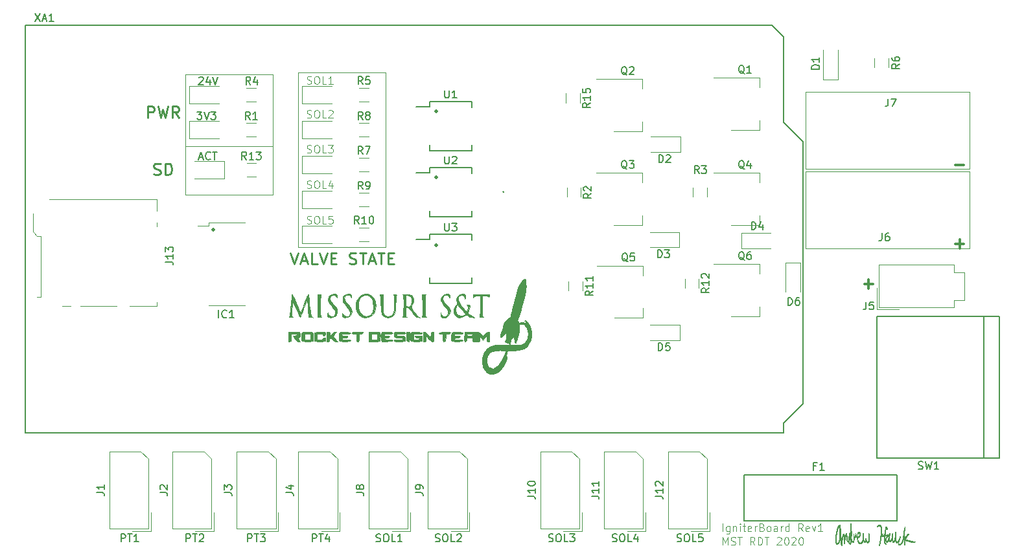
<source format=gbr>
G04 #@! TF.GenerationSoftware,KiCad,Pcbnew,(5.1.2)-2*
G04 #@! TF.CreationDate,2020-01-30T23:29:12-06:00*
G04 #@! TF.ProjectId,Igniter,49676e69-7465-4722-9e6b-696361645f70,rev?*
G04 #@! TF.SameCoordinates,Original*
G04 #@! TF.FileFunction,Legend,Top*
G04 #@! TF.FilePolarity,Positive*
%FSLAX46Y46*%
G04 Gerber Fmt 4.6, Leading zero omitted, Abs format (unit mm)*
G04 Created by KiCad (PCBNEW (5.1.2)-2) date 2020-01-30 23:29:12*
%MOMM*%
%LPD*%
G04 APERTURE LIST*
%ADD10C,0.300000*%
%ADD11C,0.100000*%
%ADD12C,0.250000*%
%ADD13C,0.120000*%
%ADD14C,0.150000*%
%ADD15C,0.010000*%
%ADD16C,0.200000*%
G04 APERTURE END LIST*
D10*
X109855000Y-112930714D02*
X109926428Y-113002142D01*
X109855000Y-113073571D01*
X109783571Y-113002142D01*
X109855000Y-112930714D01*
X109855000Y-113073571D01*
X138938000Y-114962714D02*
X139009428Y-115034142D01*
X138938000Y-115105571D01*
X138866571Y-115034142D01*
X138938000Y-114962714D01*
X138938000Y-115105571D01*
D11*
X176371904Y-154249380D02*
X176371904Y-153249380D01*
X176705238Y-153963666D01*
X177038571Y-153249380D01*
X177038571Y-154249380D01*
X177467142Y-154201761D02*
X177610000Y-154249380D01*
X177848095Y-154249380D01*
X177943333Y-154201761D01*
X177990952Y-154154142D01*
X178038571Y-154058904D01*
X178038571Y-153963666D01*
X177990952Y-153868428D01*
X177943333Y-153820809D01*
X177848095Y-153773190D01*
X177657619Y-153725571D01*
X177562380Y-153677952D01*
X177514761Y-153630333D01*
X177467142Y-153535095D01*
X177467142Y-153439857D01*
X177514761Y-153344619D01*
X177562380Y-153297000D01*
X177657619Y-153249380D01*
X177895714Y-153249380D01*
X178038571Y-153297000D01*
X178324285Y-153249380D02*
X178895714Y-153249380D01*
X178610000Y-154249380D02*
X178610000Y-153249380D01*
X180562380Y-154249380D02*
X180229047Y-153773190D01*
X179990952Y-154249380D02*
X179990952Y-153249380D01*
X180371904Y-153249380D01*
X180467142Y-153297000D01*
X180514761Y-153344619D01*
X180562380Y-153439857D01*
X180562380Y-153582714D01*
X180514761Y-153677952D01*
X180467142Y-153725571D01*
X180371904Y-153773190D01*
X179990952Y-153773190D01*
X180990952Y-154249380D02*
X180990952Y-153249380D01*
X181229047Y-153249380D01*
X181371904Y-153297000D01*
X181467142Y-153392238D01*
X181514761Y-153487476D01*
X181562380Y-153677952D01*
X181562380Y-153820809D01*
X181514761Y-154011285D01*
X181467142Y-154106523D01*
X181371904Y-154201761D01*
X181229047Y-154249380D01*
X180990952Y-154249380D01*
X181848095Y-153249380D02*
X182419523Y-153249380D01*
X182133809Y-154249380D02*
X182133809Y-153249380D01*
X183467142Y-153344619D02*
X183514761Y-153297000D01*
X183610000Y-153249380D01*
X183848095Y-153249380D01*
X183943333Y-153297000D01*
X183990952Y-153344619D01*
X184038571Y-153439857D01*
X184038571Y-153535095D01*
X183990952Y-153677952D01*
X183419523Y-154249380D01*
X184038571Y-154249380D01*
X184657619Y-153249380D02*
X184752857Y-153249380D01*
X184848095Y-153297000D01*
X184895714Y-153344619D01*
X184943333Y-153439857D01*
X184990952Y-153630333D01*
X184990952Y-153868428D01*
X184943333Y-154058904D01*
X184895714Y-154154142D01*
X184848095Y-154201761D01*
X184752857Y-154249380D01*
X184657619Y-154249380D01*
X184562380Y-154201761D01*
X184514761Y-154154142D01*
X184467142Y-154058904D01*
X184419523Y-153868428D01*
X184419523Y-153630333D01*
X184467142Y-153439857D01*
X184514761Y-153344619D01*
X184562380Y-153297000D01*
X184657619Y-153249380D01*
X185371904Y-153344619D02*
X185419523Y-153297000D01*
X185514761Y-153249380D01*
X185752857Y-153249380D01*
X185848095Y-153297000D01*
X185895714Y-153344619D01*
X185943333Y-153439857D01*
X185943333Y-153535095D01*
X185895714Y-153677952D01*
X185324285Y-154249380D01*
X185943333Y-154249380D01*
X186562380Y-153249380D02*
X186657619Y-153249380D01*
X186752857Y-153297000D01*
X186800476Y-153344619D01*
X186848095Y-153439857D01*
X186895714Y-153630333D01*
X186895714Y-153868428D01*
X186848095Y-154058904D01*
X186800476Y-154154142D01*
X186752857Y-154201761D01*
X186657619Y-154249380D01*
X186562380Y-154249380D01*
X186467142Y-154201761D01*
X186419523Y-154154142D01*
X186371904Y-154058904D01*
X186324285Y-153868428D01*
X186324285Y-153630333D01*
X186371904Y-153439857D01*
X186419523Y-153344619D01*
X186467142Y-153297000D01*
X186562380Y-153249380D01*
X176380000Y-152471380D02*
X176380000Y-151471380D01*
X177284761Y-151804714D02*
X177284761Y-152614238D01*
X177237142Y-152709476D01*
X177189523Y-152757095D01*
X177094285Y-152804714D01*
X176951428Y-152804714D01*
X176856190Y-152757095D01*
X177284761Y-152423761D02*
X177189523Y-152471380D01*
X176999047Y-152471380D01*
X176903809Y-152423761D01*
X176856190Y-152376142D01*
X176808571Y-152280904D01*
X176808571Y-151995190D01*
X176856190Y-151899952D01*
X176903809Y-151852333D01*
X176999047Y-151804714D01*
X177189523Y-151804714D01*
X177284761Y-151852333D01*
X177760952Y-151804714D02*
X177760952Y-152471380D01*
X177760952Y-151899952D02*
X177808571Y-151852333D01*
X177903809Y-151804714D01*
X178046666Y-151804714D01*
X178141904Y-151852333D01*
X178189523Y-151947571D01*
X178189523Y-152471380D01*
X178665714Y-152471380D02*
X178665714Y-151804714D01*
X178665714Y-151471380D02*
X178618095Y-151519000D01*
X178665714Y-151566619D01*
X178713333Y-151519000D01*
X178665714Y-151471380D01*
X178665714Y-151566619D01*
X178999047Y-151804714D02*
X179380000Y-151804714D01*
X179141904Y-151471380D02*
X179141904Y-152328523D01*
X179189523Y-152423761D01*
X179284761Y-152471380D01*
X179380000Y-152471380D01*
X180094285Y-152423761D02*
X179999047Y-152471380D01*
X179808571Y-152471380D01*
X179713333Y-152423761D01*
X179665714Y-152328523D01*
X179665714Y-151947571D01*
X179713333Y-151852333D01*
X179808571Y-151804714D01*
X179999047Y-151804714D01*
X180094285Y-151852333D01*
X180141904Y-151947571D01*
X180141904Y-152042809D01*
X179665714Y-152138047D01*
X180570476Y-152471380D02*
X180570476Y-151804714D01*
X180570476Y-151995190D02*
X180618095Y-151899952D01*
X180665714Y-151852333D01*
X180760952Y-151804714D01*
X180856190Y-151804714D01*
X181522857Y-151947571D02*
X181665714Y-151995190D01*
X181713333Y-152042809D01*
X181760952Y-152138047D01*
X181760952Y-152280904D01*
X181713333Y-152376142D01*
X181665714Y-152423761D01*
X181570476Y-152471380D01*
X181189523Y-152471380D01*
X181189523Y-151471380D01*
X181522857Y-151471380D01*
X181618095Y-151519000D01*
X181665714Y-151566619D01*
X181713333Y-151661857D01*
X181713333Y-151757095D01*
X181665714Y-151852333D01*
X181618095Y-151899952D01*
X181522857Y-151947571D01*
X181189523Y-151947571D01*
X182332380Y-152471380D02*
X182237142Y-152423761D01*
X182189523Y-152376142D01*
X182141904Y-152280904D01*
X182141904Y-151995190D01*
X182189523Y-151899952D01*
X182237142Y-151852333D01*
X182332380Y-151804714D01*
X182475238Y-151804714D01*
X182570476Y-151852333D01*
X182618095Y-151899952D01*
X182665714Y-151995190D01*
X182665714Y-152280904D01*
X182618095Y-152376142D01*
X182570476Y-152423761D01*
X182475238Y-152471380D01*
X182332380Y-152471380D01*
X183522857Y-152471380D02*
X183522857Y-151947571D01*
X183475238Y-151852333D01*
X183380000Y-151804714D01*
X183189523Y-151804714D01*
X183094285Y-151852333D01*
X183522857Y-152423761D02*
X183427619Y-152471380D01*
X183189523Y-152471380D01*
X183094285Y-152423761D01*
X183046666Y-152328523D01*
X183046666Y-152233285D01*
X183094285Y-152138047D01*
X183189523Y-152090428D01*
X183427619Y-152090428D01*
X183522857Y-152042809D01*
X183999047Y-152471380D02*
X183999047Y-151804714D01*
X183999047Y-151995190D02*
X184046666Y-151899952D01*
X184094285Y-151852333D01*
X184189523Y-151804714D01*
X184284761Y-151804714D01*
X185046666Y-152471380D02*
X185046666Y-151471380D01*
X185046666Y-152423761D02*
X184951428Y-152471380D01*
X184760952Y-152471380D01*
X184665714Y-152423761D01*
X184618095Y-152376142D01*
X184570476Y-152280904D01*
X184570476Y-151995190D01*
X184618095Y-151899952D01*
X184665714Y-151852333D01*
X184760952Y-151804714D01*
X184951428Y-151804714D01*
X185046666Y-151852333D01*
X186856190Y-152471380D02*
X186522857Y-151995190D01*
X186284761Y-152471380D02*
X186284761Y-151471380D01*
X186665714Y-151471380D01*
X186760952Y-151519000D01*
X186808571Y-151566619D01*
X186856190Y-151661857D01*
X186856190Y-151804714D01*
X186808571Y-151899952D01*
X186760952Y-151947571D01*
X186665714Y-151995190D01*
X186284761Y-151995190D01*
X187665714Y-152423761D02*
X187570476Y-152471380D01*
X187380000Y-152471380D01*
X187284761Y-152423761D01*
X187237142Y-152328523D01*
X187237142Y-151947571D01*
X187284761Y-151852333D01*
X187380000Y-151804714D01*
X187570476Y-151804714D01*
X187665714Y-151852333D01*
X187713333Y-151947571D01*
X187713333Y-152042809D01*
X187237142Y-152138047D01*
X188046666Y-151804714D02*
X188284761Y-152471380D01*
X188522857Y-151804714D01*
X189427619Y-152471380D02*
X188856190Y-152471380D01*
X189141904Y-152471380D02*
X189141904Y-151471380D01*
X189046666Y-151614238D01*
X188951428Y-151709476D01*
X188856190Y-151757095D01*
D10*
X138938000Y-106072714D02*
X139009428Y-106144142D01*
X138938000Y-106215571D01*
X138866571Y-106144142D01*
X138938000Y-106072714D01*
X138938000Y-106215571D01*
X138938000Y-97436714D02*
X139009428Y-97508142D01*
X138938000Y-97579571D01*
X138866571Y-97508142D01*
X138938000Y-97436714D01*
X138938000Y-97579571D01*
D12*
X102072428Y-105763142D02*
X102286714Y-105834571D01*
X102643857Y-105834571D01*
X102786714Y-105763142D01*
X102858142Y-105691714D01*
X102929571Y-105548857D01*
X102929571Y-105406000D01*
X102858142Y-105263142D01*
X102786714Y-105191714D01*
X102643857Y-105120285D01*
X102358142Y-105048857D01*
X102215285Y-104977428D01*
X102143857Y-104906000D01*
X102072428Y-104763142D01*
X102072428Y-104620285D01*
X102143857Y-104477428D01*
X102215285Y-104406000D01*
X102358142Y-104334571D01*
X102715285Y-104334571D01*
X102929571Y-104406000D01*
X103572428Y-105834571D02*
X103572428Y-104334571D01*
X103929571Y-104334571D01*
X104143857Y-104406000D01*
X104286714Y-104548857D01*
X104358142Y-104691714D01*
X104429571Y-104977428D01*
X104429571Y-105191714D01*
X104358142Y-105477428D01*
X104286714Y-105620285D01*
X104143857Y-105763142D01*
X103929571Y-105834571D01*
X103572428Y-105834571D01*
D13*
X117602000Y-108458000D02*
X117602000Y-102108000D01*
X106172000Y-108458000D02*
X117602000Y-108458000D01*
X106172000Y-102108000D02*
X106172000Y-108458000D01*
D14*
X107973952Y-103544666D02*
X108450142Y-103544666D01*
X107878714Y-103830380D02*
X108212047Y-102830380D01*
X108545380Y-103830380D01*
X109450142Y-103735142D02*
X109402523Y-103782761D01*
X109259666Y-103830380D01*
X109164428Y-103830380D01*
X109021571Y-103782761D01*
X108926333Y-103687523D01*
X108878714Y-103592285D01*
X108831095Y-103401809D01*
X108831095Y-103258952D01*
X108878714Y-103068476D01*
X108926333Y-102973238D01*
X109021571Y-102878000D01*
X109164428Y-102830380D01*
X109259666Y-102830380D01*
X109402523Y-102878000D01*
X109450142Y-102925619D01*
X109735857Y-102830380D02*
X110307285Y-102830380D01*
X110021571Y-103830380D02*
X110021571Y-102830380D01*
D10*
X206756071Y-104501142D02*
X207898928Y-104501142D01*
X206756071Y-114851642D02*
X207898928Y-114851642D01*
X207327500Y-115423071D02*
X207327500Y-114280214D01*
D11*
X122071023Y-112164761D02*
X122213880Y-112212380D01*
X122451976Y-112212380D01*
X122547214Y-112164761D01*
X122594833Y-112117142D01*
X122642452Y-112021904D01*
X122642452Y-111926666D01*
X122594833Y-111831428D01*
X122547214Y-111783809D01*
X122451976Y-111736190D01*
X122261500Y-111688571D01*
X122166261Y-111640952D01*
X122118642Y-111593333D01*
X122071023Y-111498095D01*
X122071023Y-111402857D01*
X122118642Y-111307619D01*
X122166261Y-111260000D01*
X122261500Y-111212380D01*
X122499595Y-111212380D01*
X122642452Y-111260000D01*
X123261500Y-111212380D02*
X123451976Y-111212380D01*
X123547214Y-111260000D01*
X123642452Y-111355238D01*
X123690071Y-111545714D01*
X123690071Y-111879047D01*
X123642452Y-112069523D01*
X123547214Y-112164761D01*
X123451976Y-112212380D01*
X123261500Y-112212380D01*
X123166261Y-112164761D01*
X123071023Y-112069523D01*
X123023404Y-111879047D01*
X123023404Y-111545714D01*
X123071023Y-111355238D01*
X123166261Y-111260000D01*
X123261500Y-111212380D01*
X124594833Y-112212380D02*
X124118642Y-112212380D01*
X124118642Y-111212380D01*
X125404357Y-111212380D02*
X124928166Y-111212380D01*
X124880547Y-111688571D01*
X124928166Y-111640952D01*
X125023404Y-111593333D01*
X125261500Y-111593333D01*
X125356738Y-111640952D01*
X125404357Y-111688571D01*
X125451976Y-111783809D01*
X125451976Y-112021904D01*
X125404357Y-112117142D01*
X125356738Y-112164761D01*
X125261500Y-112212380D01*
X125023404Y-112212380D01*
X124928166Y-112164761D01*
X124880547Y-112117142D01*
X122071023Y-107529261D02*
X122213880Y-107576880D01*
X122451976Y-107576880D01*
X122547214Y-107529261D01*
X122594833Y-107481642D01*
X122642452Y-107386404D01*
X122642452Y-107291166D01*
X122594833Y-107195928D01*
X122547214Y-107148309D01*
X122451976Y-107100690D01*
X122261500Y-107053071D01*
X122166261Y-107005452D01*
X122118642Y-106957833D01*
X122071023Y-106862595D01*
X122071023Y-106767357D01*
X122118642Y-106672119D01*
X122166261Y-106624500D01*
X122261500Y-106576880D01*
X122499595Y-106576880D01*
X122642452Y-106624500D01*
X123261500Y-106576880D02*
X123451976Y-106576880D01*
X123547214Y-106624500D01*
X123642452Y-106719738D01*
X123690071Y-106910214D01*
X123690071Y-107243547D01*
X123642452Y-107434023D01*
X123547214Y-107529261D01*
X123451976Y-107576880D01*
X123261500Y-107576880D01*
X123166261Y-107529261D01*
X123071023Y-107434023D01*
X123023404Y-107243547D01*
X123023404Y-106910214D01*
X123071023Y-106719738D01*
X123166261Y-106624500D01*
X123261500Y-106576880D01*
X124594833Y-107576880D02*
X124118642Y-107576880D01*
X124118642Y-106576880D01*
X125356738Y-106910214D02*
X125356738Y-107576880D01*
X125118642Y-106529261D02*
X124880547Y-107243547D01*
X125499595Y-107243547D01*
X122071023Y-102893761D02*
X122213880Y-102941380D01*
X122451976Y-102941380D01*
X122547214Y-102893761D01*
X122594833Y-102846142D01*
X122642452Y-102750904D01*
X122642452Y-102655666D01*
X122594833Y-102560428D01*
X122547214Y-102512809D01*
X122451976Y-102465190D01*
X122261500Y-102417571D01*
X122166261Y-102369952D01*
X122118642Y-102322333D01*
X122071023Y-102227095D01*
X122071023Y-102131857D01*
X122118642Y-102036619D01*
X122166261Y-101989000D01*
X122261500Y-101941380D01*
X122499595Y-101941380D01*
X122642452Y-101989000D01*
X123261500Y-101941380D02*
X123451976Y-101941380D01*
X123547214Y-101989000D01*
X123642452Y-102084238D01*
X123690071Y-102274714D01*
X123690071Y-102608047D01*
X123642452Y-102798523D01*
X123547214Y-102893761D01*
X123451976Y-102941380D01*
X123261500Y-102941380D01*
X123166261Y-102893761D01*
X123071023Y-102798523D01*
X123023404Y-102608047D01*
X123023404Y-102274714D01*
X123071023Y-102084238D01*
X123166261Y-101989000D01*
X123261500Y-101941380D01*
X124594833Y-102941380D02*
X124118642Y-102941380D01*
X124118642Y-101941380D01*
X124832928Y-101941380D02*
X125451976Y-101941380D01*
X125118642Y-102322333D01*
X125261500Y-102322333D01*
X125356738Y-102369952D01*
X125404357Y-102417571D01*
X125451976Y-102512809D01*
X125451976Y-102750904D01*
X125404357Y-102846142D01*
X125356738Y-102893761D01*
X125261500Y-102941380D01*
X124975785Y-102941380D01*
X124880547Y-102893761D01*
X124832928Y-102846142D01*
X122071023Y-98321761D02*
X122213880Y-98369380D01*
X122451976Y-98369380D01*
X122547214Y-98321761D01*
X122594833Y-98274142D01*
X122642452Y-98178904D01*
X122642452Y-98083666D01*
X122594833Y-97988428D01*
X122547214Y-97940809D01*
X122451976Y-97893190D01*
X122261500Y-97845571D01*
X122166261Y-97797952D01*
X122118642Y-97750333D01*
X122071023Y-97655095D01*
X122071023Y-97559857D01*
X122118642Y-97464619D01*
X122166261Y-97417000D01*
X122261500Y-97369380D01*
X122499595Y-97369380D01*
X122642452Y-97417000D01*
X123261500Y-97369380D02*
X123451976Y-97369380D01*
X123547214Y-97417000D01*
X123642452Y-97512238D01*
X123690071Y-97702714D01*
X123690071Y-98036047D01*
X123642452Y-98226523D01*
X123547214Y-98321761D01*
X123451976Y-98369380D01*
X123261500Y-98369380D01*
X123166261Y-98321761D01*
X123071023Y-98226523D01*
X123023404Y-98036047D01*
X123023404Y-97702714D01*
X123071023Y-97512238D01*
X123166261Y-97417000D01*
X123261500Y-97369380D01*
X124594833Y-98369380D02*
X124118642Y-98369380D01*
X124118642Y-97369380D01*
X124880547Y-97464619D02*
X124928166Y-97417000D01*
X125023404Y-97369380D01*
X125261500Y-97369380D01*
X125356738Y-97417000D01*
X125404357Y-97464619D01*
X125451976Y-97559857D01*
X125451976Y-97655095D01*
X125404357Y-97797952D01*
X124832928Y-98369380D01*
X125451976Y-98369380D01*
X122071023Y-93876761D02*
X122213880Y-93924380D01*
X122451976Y-93924380D01*
X122547214Y-93876761D01*
X122594833Y-93829142D01*
X122642452Y-93733904D01*
X122642452Y-93638666D01*
X122594833Y-93543428D01*
X122547214Y-93495809D01*
X122451976Y-93448190D01*
X122261500Y-93400571D01*
X122166261Y-93352952D01*
X122118642Y-93305333D01*
X122071023Y-93210095D01*
X122071023Y-93114857D01*
X122118642Y-93019619D01*
X122166261Y-92972000D01*
X122261500Y-92924380D01*
X122499595Y-92924380D01*
X122642452Y-92972000D01*
X123261500Y-92924380D02*
X123451976Y-92924380D01*
X123547214Y-92972000D01*
X123642452Y-93067238D01*
X123690071Y-93257714D01*
X123690071Y-93591047D01*
X123642452Y-93781523D01*
X123547214Y-93876761D01*
X123451976Y-93924380D01*
X123261500Y-93924380D01*
X123166261Y-93876761D01*
X123071023Y-93781523D01*
X123023404Y-93591047D01*
X123023404Y-93257714D01*
X123071023Y-93067238D01*
X123166261Y-92972000D01*
X123261500Y-92924380D01*
X124594833Y-93924380D02*
X124118642Y-93924380D01*
X124118642Y-92924380D01*
X125451976Y-93924380D02*
X124880547Y-93924380D01*
X125166261Y-93924380D02*
X125166261Y-92924380D01*
X125071023Y-93067238D01*
X124975785Y-93162476D01*
X124880547Y-93210095D01*
D10*
X194881571Y-120122142D02*
X196024428Y-120122142D01*
X195453000Y-120693571D02*
X195453000Y-119550714D01*
D14*
X170419923Y-153790281D02*
X170562780Y-153837900D01*
X170800876Y-153837900D01*
X170896114Y-153790281D01*
X170943733Y-153742662D01*
X170991352Y-153647424D01*
X170991352Y-153552186D01*
X170943733Y-153456948D01*
X170896114Y-153409329D01*
X170800876Y-153361710D01*
X170610400Y-153314091D01*
X170515161Y-153266472D01*
X170467542Y-153218853D01*
X170419923Y-153123615D01*
X170419923Y-153028377D01*
X170467542Y-152933139D01*
X170515161Y-152885520D01*
X170610400Y-152837900D01*
X170848495Y-152837900D01*
X170991352Y-152885520D01*
X171610400Y-152837900D02*
X171800876Y-152837900D01*
X171896114Y-152885520D01*
X171991352Y-152980758D01*
X172038971Y-153171234D01*
X172038971Y-153504567D01*
X171991352Y-153695043D01*
X171896114Y-153790281D01*
X171800876Y-153837900D01*
X171610400Y-153837900D01*
X171515161Y-153790281D01*
X171419923Y-153695043D01*
X171372304Y-153504567D01*
X171372304Y-153171234D01*
X171419923Y-152980758D01*
X171515161Y-152885520D01*
X171610400Y-152837900D01*
X172943733Y-153837900D02*
X172467542Y-153837900D01*
X172467542Y-152837900D01*
X173753257Y-152837900D02*
X173277066Y-152837900D01*
X173229447Y-153314091D01*
X173277066Y-153266472D01*
X173372304Y-153218853D01*
X173610400Y-153218853D01*
X173705638Y-153266472D01*
X173753257Y-153314091D01*
X173800876Y-153409329D01*
X173800876Y-153647424D01*
X173753257Y-153742662D01*
X173705638Y-153790281D01*
X173610400Y-153837900D01*
X173372304Y-153837900D01*
X173277066Y-153790281D01*
X173229447Y-153742662D01*
X161974423Y-153790281D02*
X162117280Y-153837900D01*
X162355376Y-153837900D01*
X162450614Y-153790281D01*
X162498233Y-153742662D01*
X162545852Y-153647424D01*
X162545852Y-153552186D01*
X162498233Y-153456948D01*
X162450614Y-153409329D01*
X162355376Y-153361710D01*
X162164900Y-153314091D01*
X162069661Y-153266472D01*
X162022042Y-153218853D01*
X161974423Y-153123615D01*
X161974423Y-153028377D01*
X162022042Y-152933139D01*
X162069661Y-152885520D01*
X162164900Y-152837900D01*
X162402995Y-152837900D01*
X162545852Y-152885520D01*
X163164900Y-152837900D02*
X163355376Y-152837900D01*
X163450614Y-152885520D01*
X163545852Y-152980758D01*
X163593471Y-153171234D01*
X163593471Y-153504567D01*
X163545852Y-153695043D01*
X163450614Y-153790281D01*
X163355376Y-153837900D01*
X163164900Y-153837900D01*
X163069661Y-153790281D01*
X162974423Y-153695043D01*
X162926804Y-153504567D01*
X162926804Y-153171234D01*
X162974423Y-152980758D01*
X163069661Y-152885520D01*
X163164900Y-152837900D01*
X164498233Y-153837900D02*
X164022042Y-153837900D01*
X164022042Y-152837900D01*
X165260138Y-153171234D02*
X165260138Y-153837900D01*
X165022042Y-152790281D02*
X164783947Y-153504567D01*
X165402995Y-153504567D01*
X153655923Y-153790281D02*
X153798780Y-153837900D01*
X154036876Y-153837900D01*
X154132114Y-153790281D01*
X154179733Y-153742662D01*
X154227352Y-153647424D01*
X154227352Y-153552186D01*
X154179733Y-153456948D01*
X154132114Y-153409329D01*
X154036876Y-153361710D01*
X153846400Y-153314091D01*
X153751161Y-153266472D01*
X153703542Y-153218853D01*
X153655923Y-153123615D01*
X153655923Y-153028377D01*
X153703542Y-152933139D01*
X153751161Y-152885520D01*
X153846400Y-152837900D01*
X154084495Y-152837900D01*
X154227352Y-152885520D01*
X154846400Y-152837900D02*
X155036876Y-152837900D01*
X155132114Y-152885520D01*
X155227352Y-152980758D01*
X155274971Y-153171234D01*
X155274971Y-153504567D01*
X155227352Y-153695043D01*
X155132114Y-153790281D01*
X155036876Y-153837900D01*
X154846400Y-153837900D01*
X154751161Y-153790281D01*
X154655923Y-153695043D01*
X154608304Y-153504567D01*
X154608304Y-153171234D01*
X154655923Y-152980758D01*
X154751161Y-152885520D01*
X154846400Y-152837900D01*
X156179733Y-153837900D02*
X155703542Y-153837900D01*
X155703542Y-152837900D01*
X156417828Y-152837900D02*
X157036876Y-152837900D01*
X156703542Y-153218853D01*
X156846400Y-153218853D01*
X156941638Y-153266472D01*
X156989257Y-153314091D01*
X157036876Y-153409329D01*
X157036876Y-153647424D01*
X156989257Y-153742662D01*
X156941638Y-153790281D01*
X156846400Y-153837900D01*
X156560685Y-153837900D01*
X156465447Y-153790281D01*
X156417828Y-153742662D01*
X138860423Y-153790281D02*
X139003280Y-153837900D01*
X139241376Y-153837900D01*
X139336614Y-153790281D01*
X139384233Y-153742662D01*
X139431852Y-153647424D01*
X139431852Y-153552186D01*
X139384233Y-153456948D01*
X139336614Y-153409329D01*
X139241376Y-153361710D01*
X139050900Y-153314091D01*
X138955661Y-153266472D01*
X138908042Y-153218853D01*
X138860423Y-153123615D01*
X138860423Y-153028377D01*
X138908042Y-152933139D01*
X138955661Y-152885520D01*
X139050900Y-152837900D01*
X139288995Y-152837900D01*
X139431852Y-152885520D01*
X140050900Y-152837900D02*
X140241376Y-152837900D01*
X140336614Y-152885520D01*
X140431852Y-152980758D01*
X140479471Y-153171234D01*
X140479471Y-153504567D01*
X140431852Y-153695043D01*
X140336614Y-153790281D01*
X140241376Y-153837900D01*
X140050900Y-153837900D01*
X139955661Y-153790281D01*
X139860423Y-153695043D01*
X139812804Y-153504567D01*
X139812804Y-153171234D01*
X139860423Y-152980758D01*
X139955661Y-152885520D01*
X140050900Y-152837900D01*
X141384233Y-153837900D02*
X140908042Y-153837900D01*
X140908042Y-152837900D01*
X141669947Y-152933139D02*
X141717566Y-152885520D01*
X141812804Y-152837900D01*
X142050900Y-152837900D01*
X142146138Y-152885520D01*
X142193757Y-152933139D01*
X142241376Y-153028377D01*
X142241376Y-153123615D01*
X142193757Y-153266472D01*
X141622328Y-153837900D01*
X142241376Y-153837900D01*
X122769452Y-153837900D02*
X122769452Y-152837900D01*
X123150404Y-152837900D01*
X123245642Y-152885520D01*
X123293261Y-152933139D01*
X123340880Y-153028377D01*
X123340880Y-153171234D01*
X123293261Y-153266472D01*
X123245642Y-153314091D01*
X123150404Y-153361710D01*
X122769452Y-153361710D01*
X123626595Y-152837900D02*
X124198023Y-152837900D01*
X123912309Y-153837900D02*
X123912309Y-152837900D01*
X124959928Y-153171234D02*
X124959928Y-153837900D01*
X124721833Y-152790281D02*
X124483738Y-153504567D01*
X125102785Y-153504567D01*
X114323952Y-153837900D02*
X114323952Y-152837900D01*
X114704904Y-152837900D01*
X114800142Y-152885520D01*
X114847761Y-152933139D01*
X114895380Y-153028377D01*
X114895380Y-153171234D01*
X114847761Y-153266472D01*
X114800142Y-153314091D01*
X114704904Y-153361710D01*
X114323952Y-153361710D01*
X115181095Y-152837900D02*
X115752523Y-152837900D01*
X115466809Y-153837900D02*
X115466809Y-152837900D01*
X115990619Y-152837900D02*
X116609666Y-152837900D01*
X116276333Y-153218853D01*
X116419190Y-153218853D01*
X116514428Y-153266472D01*
X116562047Y-153314091D01*
X116609666Y-153409329D01*
X116609666Y-153647424D01*
X116562047Y-153742662D01*
X116514428Y-153790281D01*
X116419190Y-153837900D01*
X116133476Y-153837900D01*
X116038238Y-153790281D01*
X115990619Y-153742662D01*
X106293632Y-153837900D02*
X106293632Y-152837900D01*
X106674584Y-152837900D01*
X106769822Y-152885520D01*
X106817441Y-152933139D01*
X106865060Y-153028377D01*
X106865060Y-153171234D01*
X106817441Y-153266472D01*
X106769822Y-153314091D01*
X106674584Y-153361710D01*
X106293632Y-153361710D01*
X107150775Y-152837900D02*
X107722203Y-152837900D01*
X107436489Y-153837900D02*
X107436489Y-152837900D01*
X108007918Y-152933139D02*
X108055537Y-152885520D01*
X108150775Y-152837900D01*
X108388870Y-152837900D01*
X108484108Y-152885520D01*
X108531727Y-152933139D01*
X108579346Y-153028377D01*
X108579346Y-153123615D01*
X108531727Y-153266472D01*
X107960299Y-153837900D01*
X108579346Y-153837900D01*
D13*
X117602000Y-92710000D02*
X117602000Y-102108000D01*
X106172000Y-92710000D02*
X117602000Y-92710000D01*
X106172000Y-102108000D02*
X106172000Y-92710000D01*
X132334000Y-92456000D02*
X132334000Y-115316000D01*
X120904000Y-115316000D02*
X120904000Y-92456000D01*
D12*
X119924571Y-116018571D02*
X120424571Y-117518571D01*
X120924571Y-116018571D01*
X121353142Y-117090000D02*
X122067428Y-117090000D01*
X121210285Y-117518571D02*
X121710285Y-116018571D01*
X122210285Y-117518571D01*
X123424571Y-117518571D02*
X122710285Y-117518571D01*
X122710285Y-116018571D01*
X123710285Y-116018571D02*
X124210285Y-117518571D01*
X124710285Y-116018571D01*
X125210285Y-116732857D02*
X125710285Y-116732857D01*
X125924571Y-117518571D02*
X125210285Y-117518571D01*
X125210285Y-116018571D01*
X125924571Y-116018571D01*
X127638857Y-117447142D02*
X127853142Y-117518571D01*
X128210285Y-117518571D01*
X128353142Y-117447142D01*
X128424571Y-117375714D01*
X128496000Y-117232857D01*
X128496000Y-117090000D01*
X128424571Y-116947142D01*
X128353142Y-116875714D01*
X128210285Y-116804285D01*
X127924571Y-116732857D01*
X127781714Y-116661428D01*
X127710285Y-116590000D01*
X127638857Y-116447142D01*
X127638857Y-116304285D01*
X127710285Y-116161428D01*
X127781714Y-116090000D01*
X127924571Y-116018571D01*
X128281714Y-116018571D01*
X128496000Y-116090000D01*
X128924571Y-116018571D02*
X129781714Y-116018571D01*
X129353142Y-117518571D02*
X129353142Y-116018571D01*
X130210285Y-117090000D02*
X130924571Y-117090000D01*
X130067428Y-117518571D02*
X130567428Y-116018571D01*
X131067428Y-117518571D01*
X131353142Y-116018571D02*
X132210285Y-116018571D01*
X131781714Y-117518571D02*
X131781714Y-116018571D01*
X132710285Y-116732857D02*
X133210285Y-116732857D01*
X133424571Y-117518571D02*
X132710285Y-117518571D01*
X132710285Y-116018571D01*
X133424571Y-116018571D01*
D13*
X120904000Y-115316000D02*
X132334000Y-115316000D01*
D12*
X101251000Y-98341571D02*
X101251000Y-96841571D01*
X101822428Y-96841571D01*
X101965285Y-96913000D01*
X102036714Y-96984428D01*
X102108142Y-97127285D01*
X102108142Y-97341571D01*
X102036714Y-97484428D01*
X101965285Y-97555857D01*
X101822428Y-97627285D01*
X101251000Y-97627285D01*
X102608142Y-96841571D02*
X102965285Y-98341571D01*
X103251000Y-97270142D01*
X103536714Y-98341571D01*
X103893857Y-96841571D01*
X105322428Y-98341571D02*
X104822428Y-97627285D01*
X104465285Y-98341571D02*
X104465285Y-96841571D01*
X105036714Y-96841571D01*
X105179571Y-96913000D01*
X105251000Y-96984428D01*
X105322428Y-97127285D01*
X105322428Y-97341571D01*
X105251000Y-97484428D01*
X105179571Y-97555857D01*
X105036714Y-97627285D01*
X104465285Y-97627285D01*
D13*
X117602000Y-102108000D02*
X106172000Y-102108000D01*
X120904000Y-92456000D02*
X132334000Y-92456000D01*
D14*
X97793632Y-153837900D02*
X97793632Y-152837900D01*
X98174584Y-152837900D01*
X98269822Y-152885520D01*
X98317441Y-152933139D01*
X98365060Y-153028377D01*
X98365060Y-153171234D01*
X98317441Y-153266472D01*
X98269822Y-153314091D01*
X98174584Y-153361710D01*
X97793632Y-153361710D01*
X98650775Y-152837900D02*
X99222203Y-152837900D01*
X98936489Y-153837900D02*
X98936489Y-152837900D01*
X100079346Y-153837900D02*
X99507918Y-153837900D01*
X99793632Y-153837900D02*
X99793632Y-152837900D01*
X99698394Y-152980758D01*
X99603156Y-153075996D01*
X99507918Y-153123615D01*
X131113423Y-153790281D02*
X131256280Y-153837900D01*
X131494376Y-153837900D01*
X131589614Y-153790281D01*
X131637233Y-153742662D01*
X131684852Y-153647424D01*
X131684852Y-153552186D01*
X131637233Y-153456948D01*
X131589614Y-153409329D01*
X131494376Y-153361710D01*
X131303900Y-153314091D01*
X131208661Y-153266472D01*
X131161042Y-153218853D01*
X131113423Y-153123615D01*
X131113423Y-153028377D01*
X131161042Y-152933139D01*
X131208661Y-152885520D01*
X131303900Y-152837900D01*
X131541995Y-152837900D01*
X131684852Y-152885520D01*
X132303900Y-152837900D02*
X132494376Y-152837900D01*
X132589614Y-152885520D01*
X132684852Y-152980758D01*
X132732471Y-153171234D01*
X132732471Y-153504567D01*
X132684852Y-153695043D01*
X132589614Y-153790281D01*
X132494376Y-153837900D01*
X132303900Y-153837900D01*
X132208661Y-153790281D01*
X132113423Y-153695043D01*
X132065804Y-153504567D01*
X132065804Y-153171234D01*
X132113423Y-152980758D01*
X132208661Y-152885520D01*
X132303900Y-152837900D01*
X133637233Y-153837900D02*
X133161042Y-153837900D01*
X133161042Y-152837900D01*
X134494376Y-153837900D02*
X133922947Y-153837900D01*
X134208661Y-153837900D02*
X134208661Y-152837900D01*
X134113423Y-152980758D01*
X134018185Y-153075996D01*
X133922947Y-153123615D01*
X196526000Y-142854000D02*
X196526000Y-124354000D01*
X196532500Y-124354000D02*
X210532500Y-124354000D01*
X196532500Y-142862300D02*
X210532500Y-142862300D01*
X210532500Y-142862300D02*
X210532500Y-124362300D01*
X210527900Y-124358400D02*
X212527900Y-124358400D01*
X210527900Y-142862300D02*
X212527900Y-142862300D01*
X212534500Y-142862300D02*
X212534500Y-124358400D01*
D15*
G36*
X191581981Y-151686884D02*
G01*
X191582040Y-151688800D01*
X191578134Y-151696941D01*
X191576660Y-151697267D01*
X191573626Y-151692080D01*
X191574420Y-151688800D01*
X191578984Y-151680723D01*
X191579799Y-151680333D01*
X191581981Y-151686884D01*
X191581981Y-151686884D01*
G37*
X191581981Y-151686884D02*
X191582040Y-151688800D01*
X191578134Y-151696941D01*
X191576660Y-151697267D01*
X191573626Y-151692080D01*
X191574420Y-151688800D01*
X191578984Y-151680723D01*
X191579799Y-151680333D01*
X191581981Y-151686884D01*
G36*
X196560233Y-151788079D02*
G01*
X196560440Y-151790400D01*
X196558706Y-151798646D01*
X196558199Y-151798867D01*
X196553862Y-151792934D01*
X196552820Y-151790400D01*
X196553222Y-151782598D01*
X196555060Y-151781933D01*
X196560233Y-151788079D01*
X196560233Y-151788079D01*
G37*
X196560233Y-151788079D02*
X196560440Y-151790400D01*
X196558706Y-151798646D01*
X196558199Y-151798867D01*
X196553862Y-151792934D01*
X196552820Y-151790400D01*
X196553222Y-151782598D01*
X196555060Y-151781933D01*
X196560233Y-151788079D01*
G36*
X196565520Y-151820033D02*
G01*
X196562980Y-151824267D01*
X196560440Y-151820033D01*
X196562980Y-151815800D01*
X196565520Y-151820033D01*
X196565520Y-151820033D01*
G37*
X196565520Y-151820033D02*
X196562980Y-151824267D01*
X196560440Y-151820033D01*
X196562980Y-151815800D01*
X196565520Y-151820033D01*
G36*
X196555360Y-151828500D02*
G01*
X196552820Y-151832733D01*
X196550280Y-151828500D01*
X196552820Y-151824267D01*
X196555360Y-151828500D01*
X196555360Y-151828500D01*
G37*
X196555360Y-151828500D02*
X196552820Y-151832733D01*
X196550280Y-151828500D01*
X196552820Y-151824267D01*
X196555360Y-151828500D01*
G36*
X199583040Y-153250900D02*
G01*
X199580500Y-153255133D01*
X199577960Y-153250900D01*
X199580500Y-153246667D01*
X199583040Y-153250900D01*
X199583040Y-153250900D01*
G37*
X199583040Y-153250900D02*
X199580500Y-153255133D01*
X199577960Y-153250900D01*
X199580500Y-153246667D01*
X199583040Y-153250900D01*
G36*
X201488040Y-153843566D02*
G01*
X201485500Y-153847800D01*
X201482960Y-153843566D01*
X201485500Y-153839333D01*
X201488040Y-153843566D01*
X201488040Y-153843566D01*
G37*
X201488040Y-153843566D02*
X201485500Y-153847800D01*
X201482960Y-153843566D01*
X201485500Y-153839333D01*
X201488040Y-153843566D01*
G36*
X192780920Y-153852033D02*
G01*
X192778380Y-153856266D01*
X192775840Y-153852033D01*
X192778380Y-153847800D01*
X192780920Y-153852033D01*
X192780920Y-153852033D01*
G37*
X192780920Y-153852033D02*
X192778380Y-153856266D01*
X192775840Y-153852033D01*
X192778380Y-153847800D01*
X192780920Y-153852033D01*
D11*
G36*
X193072914Y-151417583D02*
G01*
X193080046Y-151424491D01*
X193087937Y-151426333D01*
X193097119Y-151428552D01*
X193104373Y-151437250D01*
X193111187Y-151455491D01*
X193119049Y-151486338D01*
X193120827Y-151494067D01*
X193127032Y-151528257D01*
X193130379Y-151566390D01*
X193131407Y-151614715D01*
X193131408Y-151616833D01*
X193132981Y-151683422D01*
X193137766Y-151764650D01*
X193145794Y-151860975D01*
X193157054Y-151972433D01*
X193163399Y-152032258D01*
X193167977Y-152078718D01*
X193171012Y-152115051D01*
X193172732Y-152144498D01*
X193173361Y-152170296D01*
X193173125Y-152195685D01*
X193172993Y-152201033D01*
X193173015Y-152235645D01*
X193174368Y-152277930D01*
X193176759Y-152318846D01*
X193176814Y-152319566D01*
X193179241Y-152360428D01*
X193181455Y-152414938D01*
X193183415Y-152479986D01*
X193185083Y-152552463D01*
X193186417Y-152629258D01*
X193187379Y-152707261D01*
X193187928Y-152783363D01*
X193188026Y-152854453D01*
X193187632Y-152917421D01*
X193186706Y-152969157D01*
X193185517Y-153001133D01*
X193183591Y-153041564D01*
X193181596Y-153089335D01*
X193179929Y-153134870D01*
X193179768Y-153139777D01*
X193178037Y-153174908D01*
X193175491Y-153204276D01*
X193172576Y-153223228D01*
X193171406Y-153226853D01*
X193168965Y-153238979D01*
X193166949Y-153261778D01*
X193165483Y-153290615D01*
X193164692Y-153320853D01*
X193164702Y-153347858D01*
X193165636Y-153366994D01*
X193167447Y-153373667D01*
X193169786Y-153381012D01*
X193170944Y-153397746D01*
X193172918Y-153422312D01*
X193177427Y-153452116D01*
X193183389Y-153481821D01*
X193189719Y-153506092D01*
X193195333Y-153519592D01*
X193195806Y-153520137D01*
X193201491Y-153533497D01*
X193202560Y-153543494D01*
X193206440Y-153564196D01*
X193217750Y-153594367D01*
X193235995Y-153632880D01*
X193260677Y-153678609D01*
X193266820Y-153689348D01*
X193287089Y-153723589D01*
X193302758Y-153747163D01*
X193315884Y-153762196D01*
X193328524Y-153770814D01*
X193342734Y-153775142D01*
X193350992Y-153776353D01*
X193369882Y-153776149D01*
X193387830Y-153771937D01*
X193402125Y-153764817D01*
X193410056Y-153755889D01*
X193410840Y-153752060D01*
X193414576Y-153747856D01*
X193418460Y-153749262D01*
X193424760Y-153747862D01*
X193426080Y-153737866D01*
X193428260Y-153717544D01*
X193433504Y-153693814D01*
X193439864Y-153674598D01*
X193443028Y-153668942D01*
X193444008Y-153660779D01*
X193442441Y-153658455D01*
X193440466Y-153646916D01*
X193441682Y-153620389D01*
X193444611Y-153591780D01*
X193448839Y-153551890D01*
X193452599Y-153509816D01*
X193454769Y-153479500D01*
X193457088Y-153449677D01*
X193460028Y-153425305D01*
X193462216Y-153414440D01*
X193465393Y-153396241D01*
X193466580Y-153372670D01*
X193465771Y-153350668D01*
X193462959Y-153337175D01*
X193462300Y-153336247D01*
X193460137Y-153326012D01*
X193457819Y-153300897D01*
X193455449Y-153262949D01*
X193453134Y-153214215D01*
X193450977Y-153156742D01*
X193449084Y-153092579D01*
X193448404Y-153064633D01*
X193447231Y-153019930D01*
X193445631Y-152967601D01*
X193443893Y-152916912D01*
X193443344Y-152902293D01*
X193441903Y-152851315D01*
X193442295Y-152814597D01*
X193444785Y-152789668D01*
X193449634Y-152774058D01*
X193457106Y-152765297D01*
X193457981Y-152764719D01*
X193469004Y-152763467D01*
X193482232Y-152768728D01*
X193493362Y-152778045D01*
X193497995Y-152787567D01*
X193499995Y-152808406D01*
X193501914Y-152840304D01*
X193503870Y-152885509D01*
X193505138Y-152920700D01*
X193508128Y-152974109D01*
X193513109Y-153025108D01*
X193519603Y-153071039D01*
X193527133Y-153109245D01*
X193535221Y-153137066D01*
X193543389Y-153151846D01*
X193546981Y-153153533D01*
X193551004Y-153158672D01*
X193550054Y-153163308D01*
X193549438Y-153169077D01*
X193552517Y-153166812D01*
X193561390Y-153165705D01*
X193564732Y-153168634D01*
X193573556Y-153175412D01*
X193587334Y-153181617D01*
X193589919Y-153182449D01*
X193602541Y-153184429D01*
X193613065Y-153179847D01*
X193625580Y-153166465D01*
X193630433Y-153160270D01*
X193646817Y-153138611D01*
X193656949Y-153123364D01*
X193662644Y-153110646D01*
X193665715Y-153096571D01*
X193667615Y-153080666D01*
X193671735Y-153051373D01*
X193677057Y-153024286D01*
X193677546Y-153022300D01*
X193689002Y-152971251D01*
X193696973Y-152923662D01*
X193701136Y-152882542D01*
X193701165Y-152850900D01*
X193697808Y-152833961D01*
X193693549Y-152812743D01*
X193692668Y-152783202D01*
X193695041Y-152752908D01*
X193699491Y-152732317D01*
X193707611Y-152717015D01*
X193718708Y-152714694D01*
X193734793Y-152724963D01*
X193735283Y-152725384D01*
X193742847Y-152734054D01*
X193749071Y-152747334D01*
X193754651Y-152768011D01*
X193760285Y-152798874D01*
X193766668Y-152842711D01*
X193769103Y-152860846D01*
X193773719Y-152891657D01*
X193778413Y-152916528D01*
X193782187Y-152930181D01*
X193782257Y-152930325D01*
X193785195Y-152944543D01*
X193784220Y-152950333D01*
X193783952Y-152964090D01*
X193785890Y-152969754D01*
X193790851Y-152982501D01*
X193791628Y-152986163D01*
X193797758Y-153013617D01*
X193809806Y-153046586D01*
X193825577Y-153080400D01*
X193842870Y-153110389D01*
X193859490Y-153131882D01*
X193860816Y-153133182D01*
X193870700Y-153139554D01*
X193886955Y-153147107D01*
X193904738Y-153153742D01*
X193923179Y-153159373D01*
X193934642Y-153160946D01*
X193942056Y-153158167D01*
X193948350Y-153150743D01*
X193949340Y-153149269D01*
X193957798Y-153126267D01*
X193959208Y-153103309D01*
X193959943Y-153087367D01*
X194006071Y-153087367D01*
X194007251Y-153119903D01*
X194009780Y-153142600D01*
X194010796Y-153146674D01*
X194015578Y-153157109D01*
X194022989Y-153160831D01*
X194036333Y-153159152D01*
X194040000Y-153158285D01*
X194058810Y-153153742D01*
X194076735Y-153149508D01*
X194080947Y-153148535D01*
X194104203Y-153138935D01*
X194130282Y-153121545D01*
X194155776Y-153099259D01*
X194177279Y-153074968D01*
X194188863Y-153056931D01*
X194198847Y-153038367D01*
X194213223Y-153012619D01*
X194229255Y-152984571D01*
X194232972Y-152978166D01*
X194247731Y-152952376D01*
X194256859Y-152933776D01*
X194261827Y-152917445D01*
X194264104Y-152898462D01*
X194265160Y-152871906D01*
X194265208Y-152870234D01*
X194266605Y-152842116D01*
X194268699Y-152822191D01*
X194270961Y-152814884D01*
X194272770Y-152807129D01*
X194273707Y-152786684D01*
X194273598Y-152757753D01*
X194273501Y-152753697D01*
X194271900Y-152692527D01*
X194254092Y-152691850D01*
X194236704Y-152687328D01*
X194219699Y-152677382D01*
X194219542Y-152677252D01*
X194206923Y-152668954D01*
X194197629Y-152666618D01*
X194196709Y-152666970D01*
X194189175Y-152668911D01*
X194174140Y-152671042D01*
X194154257Y-152673019D01*
X194144063Y-152673792D01*
X194121348Y-152675799D01*
X194105987Y-152678885D01*
X194095177Y-152684257D01*
X194086112Y-152693122D01*
X194079722Y-152701472D01*
X194050807Y-152749798D01*
X194031217Y-152803072D01*
X194020257Y-152863450D01*
X194017994Y-152892734D01*
X194015827Y-152928281D01*
X194013166Y-152961367D01*
X194010666Y-152984200D01*
X194007774Y-153014167D01*
X194006243Y-153050339D01*
X194006071Y-153087367D01*
X193959943Y-153087367D01*
X193960475Y-153075859D01*
X193964338Y-153044153D01*
X193965935Y-153035000D01*
X193970139Y-153007170D01*
X193972036Y-152982479D01*
X193971952Y-152975733D01*
X193972183Y-152953607D01*
X193974383Y-152925780D01*
X193975079Y-152919894D01*
X193978124Y-152891138D01*
X193981075Y-152855609D01*
X193982436Y-152835227D01*
X193986459Y-152798643D01*
X193993424Y-152761160D01*
X193997831Y-152744235D01*
X194004940Y-152717437D01*
X194009446Y-152693940D01*
X194010280Y-152684459D01*
X194013751Y-152667423D01*
X194022326Y-152646520D01*
X194033245Y-152626989D01*
X194043749Y-152614068D01*
X194048619Y-152611667D01*
X194057733Y-152606196D01*
X194061987Y-152600726D01*
X194070775Y-152590593D01*
X194083715Y-152579724D01*
X194096908Y-152570945D01*
X194106459Y-152567080D01*
X194108070Y-152567320D01*
X194111835Y-152563324D01*
X194111880Y-152562278D01*
X194112129Y-152558668D01*
X194114114Y-152556245D01*
X194119686Y-152554603D01*
X194130698Y-152553338D01*
X194149003Y-152552046D01*
X194162680Y-152551187D01*
X194185322Y-152550925D01*
X194202079Y-152554276D01*
X194217116Y-152562394D01*
X194225194Y-152568524D01*
X194241488Y-152584529D01*
X194255273Y-152602895D01*
X194259891Y-152611415D01*
X194268773Y-152626988D01*
X194279372Y-152632522D01*
X194290086Y-152632230D01*
X194303770Y-152632806D01*
X194309861Y-152638059D01*
X194310000Y-152639353D01*
X194313252Y-152651213D01*
X194321277Y-152668349D01*
X194323284Y-152671950D01*
X194335720Y-152704827D01*
X194342120Y-152750014D01*
X194342542Y-152808100D01*
X194340353Y-152844420D01*
X194333432Y-152914711D01*
X194324394Y-152971818D01*
X194312319Y-153019372D01*
X194296288Y-153061004D01*
X194275710Y-153099797D01*
X194267653Y-153116653D01*
X194264280Y-153130457D01*
X194264280Y-153130506D01*
X194259994Y-153146884D01*
X194249206Y-153164418D01*
X194235020Y-153178747D01*
X194226230Y-153183967D01*
X194213022Y-153192119D01*
X194204277Y-153201528D01*
X194194076Y-153210433D01*
X194185017Y-153212800D01*
X194174479Y-153216881D01*
X194169921Y-153224089D01*
X194163312Y-153234425D01*
X194160262Y-153235378D01*
X194152551Y-153238599D01*
X194138498Y-153246967D01*
X194120984Y-153258538D01*
X194102892Y-153271366D01*
X194087106Y-153283506D01*
X194080330Y-153289295D01*
X194069505Y-153293813D01*
X194064416Y-153292571D01*
X194055873Y-153292310D01*
X194041284Y-153296429D01*
X194028360Y-153301919D01*
X194007712Y-153315200D01*
X193995706Y-153332645D01*
X193991277Y-153357460D01*
X193993360Y-153392851D01*
X193994714Y-153403300D01*
X193998602Y-153433288D01*
X194003231Y-153471810D01*
X194007622Y-153510710D01*
X194007765Y-153512033D01*
X194013097Y-153550266D01*
X194020223Y-153586981D01*
X194027672Y-153614623D01*
X194027852Y-153615140D01*
X194035467Y-153640294D01*
X194040102Y-153662350D01*
X194040760Y-153669891D01*
X194042659Y-153681976D01*
X194045840Y-153682700D01*
X194049651Y-153685619D01*
X194050920Y-153698166D01*
X194053300Y-153720790D01*
X194058508Y-153743115D01*
X194063565Y-153756860D01*
X194066071Y-153758937D01*
X194066128Y-153757993D01*
X194069358Y-153758800D01*
X194077851Y-153769605D01*
X194089862Y-153788144D01*
X194091560Y-153790952D01*
X194104130Y-153812861D01*
X194113213Y-153830516D01*
X194116946Y-153840285D01*
X194116960Y-153840543D01*
X194121026Y-153847175D01*
X194123792Y-153847800D01*
X194132082Y-153853603D01*
X194139820Y-153864733D01*
X194149076Y-153877468D01*
X194155847Y-153881666D01*
X194162086Y-153886597D01*
X194162680Y-153889972D01*
X194166989Y-153898003D01*
X194175344Y-153903575D01*
X194183642Y-153910364D01*
X194184719Y-153917745D01*
X194184639Y-153922513D01*
X194187727Y-153920130D01*
X194196184Y-153919138D01*
X194208520Y-153925303D01*
X194210102Y-153926516D01*
X194236537Y-153942644D01*
X194268506Y-153954704D01*
X194301527Y-153961475D01*
X194331120Y-153961733D01*
X194336151Y-153960911D01*
X194353484Y-153957826D01*
X194366679Y-153956185D01*
X194372435Y-153956274D01*
X194379614Y-153954108D01*
X194387018Y-153948669D01*
X194394321Y-153943571D01*
X194394192Y-153948395D01*
X194394133Y-153948555D01*
X194393002Y-153956926D01*
X194399125Y-153955236D01*
X194411737Y-153943825D01*
X194416770Y-153938450D01*
X194431861Y-153924901D01*
X194451432Y-153911156D01*
X194463807Y-153904078D01*
X194478354Y-153895336D01*
X194491486Y-153883651D01*
X194505475Y-153866357D01*
X194522594Y-153840790D01*
X194535675Y-153819778D01*
X194552920Y-153790391D01*
X194567489Y-153763205D01*
X194577733Y-153741449D01*
X194581879Y-153729266D01*
X194586839Y-153708401D01*
X194591069Y-153696662D01*
X194596493Y-153681235D01*
X194597562Y-153675496D01*
X194604047Y-153643552D01*
X194615439Y-153612434D01*
X194619499Y-153604545D01*
X194628335Y-153582216D01*
X194633560Y-153558111D01*
X194637344Y-153533416D01*
X194643113Y-153502652D01*
X194645989Y-153488966D01*
X194650676Y-153464130D01*
X194652761Y-153445755D01*
X194652414Y-153440090D01*
X194653767Y-153431259D01*
X194656702Y-153428345D01*
X194661013Y-153418747D01*
X194663333Y-153395611D01*
X194663897Y-153368972D01*
X194664373Y-153340147D01*
X194665412Y-153318728D01*
X194666685Y-153309769D01*
X194667630Y-153305280D01*
X194667239Y-153294942D01*
X194665225Y-153275856D01*
X194661302Y-153245122D01*
X194657525Y-153217033D01*
X194653803Y-153196107D01*
X194650045Y-153183037D01*
X194648260Y-153170500D01*
X194647765Y-153146823D01*
X194648399Y-153123770D01*
X194649829Y-153090185D01*
X194650724Y-153059129D01*
X194651118Y-153026359D01*
X194651041Y-152987630D01*
X194650525Y-152938700D01*
X194650033Y-152903767D01*
X194649651Y-152843879D01*
X194650638Y-152799174D01*
X194653168Y-152768016D01*
X194657415Y-152748772D01*
X194663554Y-152739808D01*
X194667652Y-152738667D01*
X194675701Y-152732880D01*
X194683380Y-152721733D01*
X194692533Y-152708428D01*
X194698745Y-152705538D01*
X194700042Y-152713536D01*
X194699221Y-152717940D01*
X194698866Y-152726682D01*
X194701263Y-152725860D01*
X194711145Y-152724368D01*
X194721966Y-152736472D01*
X194732491Y-152759226D01*
X194741487Y-152789685D01*
X194747718Y-152824904D01*
X194749204Y-152840267D01*
X194750987Y-152865547D01*
X194753284Y-152898717D01*
X194754789Y-152920700D01*
X194757932Y-152957687D01*
X194762127Y-152995854D01*
X194764542Y-153013833D01*
X194768530Y-153050468D01*
X194768803Y-153086289D01*
X194765073Y-153126135D01*
X194757052Y-153174843D01*
X194754013Y-153190648D01*
X194746945Y-153233613D01*
X194741974Y-153277935D01*
X194739387Y-153319181D01*
X194739470Y-153352919D01*
X194742192Y-153373667D01*
X194744914Y-153388271D01*
X194748455Y-153413782D01*
X194751683Y-153441400D01*
X194756702Y-153474977D01*
X194764642Y-153513863D01*
X194774213Y-153552889D01*
X194784127Y-153586887D01*
X194793095Y-153610689D01*
X194794684Y-153613812D01*
X194800770Y-153625830D01*
X194810517Y-153646029D01*
X194817930Y-153661742D01*
X194832547Y-153692684D01*
X194842458Y-153712500D01*
X194849061Y-153723594D01*
X194853759Y-153728373D01*
X194857228Y-153729266D01*
X194863231Y-153734317D01*
X194863720Y-153737405D01*
X194868165Y-153744131D01*
X194879595Y-153752743D01*
X194889866Y-153758485D01*
X194906601Y-153765701D01*
X194919015Y-153766920D01*
X194932291Y-153762121D01*
X194939396Y-153758293D01*
X194965619Y-153734977D01*
X194986527Y-153698438D01*
X195001482Y-153650486D01*
X195009847Y-153592930D01*
X195011442Y-153553712D01*
X195013600Y-153502063D01*
X195019146Y-153455431D01*
X195027447Y-153417127D01*
X195037864Y-153390459D01*
X195044492Y-153381748D01*
X195054322Y-153375289D01*
X195060845Y-153380161D01*
X195064277Y-153387000D01*
X195069847Y-153396675D01*
X195071838Y-153395913D01*
X195073835Y-153390302D01*
X195078102Y-153395960D01*
X195082886Y-153408611D01*
X195086430Y-153423975D01*
X195087240Y-153433470D01*
X195088628Y-153452341D01*
X195091588Y-153461813D01*
X195093676Y-153472138D01*
X195094111Y-153493392D01*
X195093574Y-153507290D01*
X195093132Y-153533784D01*
X195095923Y-153557942D01*
X195102940Y-153586637D01*
X195107078Y-153600677D01*
X195115639Y-153626773D01*
X195123048Y-153645540D01*
X195127751Y-153653055D01*
X195127856Y-153653067D01*
X195132543Y-153660277D01*
X195136138Y-153675459D01*
X195141790Y-153698134D01*
X195147665Y-153712058D01*
X195156425Y-153727927D01*
X195167378Y-153748502D01*
X195169161Y-153751916D01*
X195186967Y-153774926D01*
X195203451Y-153783150D01*
X195216375Y-153787935D01*
X195223744Y-153793260D01*
X195224400Y-153794983D01*
X195228796Y-153799973D01*
X195238370Y-153802659D01*
X195250536Y-153804222D01*
X195268772Y-153806924D01*
X195288252Y-153810037D01*
X195306189Y-153812587D01*
X195319226Y-153812187D01*
X195330904Y-153807492D01*
X195344763Y-153797154D01*
X195361912Y-153782016D01*
X195379111Y-153765667D01*
X195392204Y-153751562D01*
X195399099Y-153742024D01*
X195399660Y-153740167D01*
X195402913Y-153728665D01*
X195408550Y-153717474D01*
X195415637Y-153697476D01*
X195417440Y-153682095D01*
X195418929Y-153666468D01*
X195421673Y-153661533D01*
X195425976Y-153654767D01*
X195426464Y-153650950D01*
X195427473Y-153638493D01*
X195429742Y-153613449D01*
X195432892Y-153579942D01*
X195435220Y-153555700D01*
X195438195Y-153524034D01*
X195440429Y-153496540D01*
X195441977Y-153470286D01*
X195442895Y-153442340D01*
X195443237Y-153409769D01*
X195443057Y-153369640D01*
X195442411Y-153319022D01*
X195441354Y-153254981D01*
X195441106Y-153240748D01*
X195440074Y-153187042D01*
X195438963Y-153147100D01*
X195437504Y-153117757D01*
X195435430Y-153095848D01*
X195432474Y-153078208D01*
X195428369Y-153061671D01*
X195425029Y-153050248D01*
X195417769Y-153025612D01*
X195412773Y-153007618D01*
X195411284Y-153001133D01*
X195408150Y-152985284D01*
X195402462Y-152980264D01*
X195400882Y-152981323D01*
X195398063Y-152981532D01*
X195399988Y-152974925D01*
X195402707Y-152958077D01*
X195402314Y-152936928D01*
X195399215Y-152920119D01*
X195397237Y-152916467D01*
X195392441Y-152903080D01*
X195388673Y-152877236D01*
X195386058Y-152843343D01*
X195384720Y-152805809D01*
X195384784Y-152769043D01*
X195386374Y-152737454D01*
X195389614Y-152715450D01*
X195391424Y-152710268D01*
X195405091Y-152694991D01*
X195422689Y-152691931D01*
X195440824Y-152701576D01*
X195442243Y-152702958D01*
X195451671Y-152714654D01*
X195455042Y-152723366D01*
X195454706Y-152724534D01*
X195454925Y-152734379D01*
X195458930Y-152744965D01*
X195463049Y-152758986D01*
X195468256Y-152784711D01*
X195473775Y-152817194D01*
X195478831Y-152851491D01*
X195482648Y-152882661D01*
X195484452Y-152905757D01*
X195484499Y-152908000D01*
X195485469Y-152931790D01*
X195487762Y-152965531D01*
X195490964Y-153004695D01*
X195494658Y-153044755D01*
X195498430Y-153081185D01*
X195501863Y-153109459D01*
X195504356Y-153124334D01*
X195508383Y-153145341D01*
X195509385Y-153160511D01*
X195511376Y-153176251D01*
X195514070Y-153183388D01*
X195517487Y-153200510D01*
X195516713Y-153211681D01*
X195516501Y-153227630D01*
X195519179Y-153234110D01*
X195522903Y-153245942D01*
X195522419Y-153250306D01*
X195521900Y-153264245D01*
X195523277Y-153287960D01*
X195524655Y-153301991D01*
X195528500Y-153343048D01*
X195530831Y-153382124D01*
X195531536Y-153415233D01*
X195530500Y-153438387D01*
X195528765Y-153446367D01*
X195526220Y-153458955D01*
X195523810Y-153483305D01*
X195522042Y-153514258D01*
X195521986Y-153515715D01*
X195520131Y-153548209D01*
X195517443Y-153575647D01*
X195514504Y-153592104D01*
X195514495Y-153592132D01*
X195511181Y-153609313D01*
X195508136Y-153636479D01*
X195506580Y-153658251D01*
X195503773Y-153701600D01*
X195500403Y-153732077D01*
X195495770Y-153753740D01*
X195489169Y-153770648D01*
X195486125Y-153776444D01*
X195475779Y-153799196D01*
X195468500Y-153821352D01*
X195460245Y-153840832D01*
X195447175Y-153859336D01*
X195443545Y-153863055D01*
X195429028Y-153878678D01*
X195417032Y-153894932D01*
X195415116Y-153898201D01*
X195405814Y-153911117D01*
X195398872Y-153915533D01*
X195392629Y-153919998D01*
X195392040Y-153923039D01*
X195387673Y-153929883D01*
X195378070Y-153935042D01*
X195363756Y-153940256D01*
X195346613Y-153947266D01*
X195343780Y-153948501D01*
X195327746Y-153953790D01*
X195310498Y-153956809D01*
X195294923Y-153957421D01*
X195283910Y-153955488D01*
X195280284Y-153951516D01*
X195275718Y-153948211D01*
X195264013Y-153946627D01*
X195254319Y-153946760D01*
X195237869Y-153944783D01*
X195219127Y-153938127D01*
X195200743Y-153928355D01*
X195185363Y-153917033D01*
X195175636Y-153905725D01*
X195173600Y-153899066D01*
X195169489Y-153891144D01*
X195165980Y-153890133D01*
X195159219Y-153885561D01*
X195158360Y-153881666D01*
X195154098Y-153874823D01*
X195148040Y-153873200D01*
X195138272Y-153867683D01*
X195134797Y-153860500D01*
X195128433Y-153849248D01*
X195124854Y-153847800D01*
X195113316Y-153840464D01*
X195100821Y-153821058D01*
X195089784Y-153793488D01*
X195088382Y-153788814D01*
X195081145Y-153767669D01*
X195072601Y-153748087D01*
X195064816Y-153734226D01*
X195059855Y-153730247D01*
X195059522Y-153730678D01*
X195055114Y-153742706D01*
X195049346Y-153762232D01*
X195044178Y-153782127D01*
X195041569Y-153795264D01*
X195041520Y-153796185D01*
X195037613Y-153809411D01*
X195027484Y-153828229D01*
X195013517Y-153849233D01*
X194998096Y-153869019D01*
X194983607Y-153884183D01*
X194975866Y-153889921D01*
X194963189Y-153898583D01*
X194955872Y-153906853D01*
X194955160Y-153909328D01*
X194951444Y-153913879D01*
X194947702Y-153912575D01*
X194939387Y-153913043D01*
X194936979Y-153916612D01*
X194929992Y-153921734D01*
X194916701Y-153923081D01*
X194900638Y-153921146D01*
X194885331Y-153916420D01*
X194874311Y-153909397D01*
X194872870Y-153907673D01*
X194867064Y-153895453D01*
X194866820Y-153888623D01*
X194864948Y-153882868D01*
X194860209Y-153881611D01*
X194845207Y-153873905D01*
X194826749Y-153851602D01*
X194805356Y-153815686D01*
X194781551Y-153767143D01*
X194755855Y-153706955D01*
X194728790Y-153636108D01*
X194726146Y-153628802D01*
X194716038Y-153611184D01*
X194705112Y-153607751D01*
X194695858Y-153618749D01*
X194693605Y-153625550D01*
X194688385Y-153640118D01*
X194684715Y-153644600D01*
X194681663Y-153651791D01*
X194680775Y-153663650D01*
X194678555Y-153679512D01*
X194672926Y-153704357D01*
X194665340Y-153732953D01*
X194657250Y-153760066D01*
X194650106Y-153780462D01*
X194646223Y-153788225D01*
X194642156Y-153798115D01*
X194636053Y-153818147D01*
X194632628Y-153830866D01*
X194624774Y-153856306D01*
X194616340Y-153876367D01*
X194613126Y-153881666D01*
X194604959Y-153893659D01*
X194592206Y-153913759D01*
X194577388Y-153937974D01*
X194574838Y-153942227D01*
X194534864Y-153997230D01*
X194488715Y-154039418D01*
X194437131Y-154068381D01*
X194380853Y-154083709D01*
X194320621Y-154084991D01*
X194317620Y-154084689D01*
X194304325Y-154084830D01*
X194285595Y-154086855D01*
X194270124Y-154089457D01*
X194250170Y-154091965D01*
X194237785Y-154090343D01*
X194234564Y-154087372D01*
X194228325Y-154080336D01*
X194215376Y-154070456D01*
X194200780Y-154061231D01*
X194180221Y-154048449D01*
X194159837Y-154034417D01*
X194148955Y-154026111D01*
X194135120Y-154015675D01*
X194124801Y-154009442D01*
X194122285Y-154008666D01*
X194117562Y-154001815D01*
X194116960Y-153995966D01*
X194114247Y-153984699D01*
X194111938Y-153983266D01*
X194103665Y-153977212D01*
X194090523Y-153960827D01*
X194074157Y-153936779D01*
X194056209Y-153907735D01*
X194038323Y-153876364D01*
X194022143Y-153845332D01*
X194009311Y-153817307D01*
X194008552Y-153815457D01*
X193996884Y-153781830D01*
X193986656Y-153744073D01*
X193982195Y-153722324D01*
X193976122Y-153687442D01*
X193969612Y-153652065D01*
X193966522Y-153636133D01*
X193961136Y-153602884D01*
X193956942Y-153566157D01*
X193956125Y-153555700D01*
X193953923Y-153530568D01*
X193951382Y-153513284D01*
X193950061Y-153509133D01*
X193947945Y-153503611D01*
X193946392Y-153491650D01*
X193945273Y-153470712D01*
X193944461Y-153438259D01*
X193943826Y-153391753D01*
X193943747Y-153384250D01*
X193942953Y-153350185D01*
X193941488Y-153323609D01*
X193939603Y-153308251D01*
X193938510Y-153305933D01*
X193934503Y-153299120D01*
X193934080Y-153294078D01*
X193929491Y-153285855D01*
X193917607Y-153277488D01*
X193901251Y-153270349D01*
X193883249Y-153265809D01*
X193874091Y-153264930D01*
X193861505Y-153260120D01*
X193848078Y-153249272D01*
X193816902Y-153214504D01*
X193793963Y-153185676D01*
X193778307Y-153161520D01*
X193771451Y-153147399D01*
X193762832Y-153129714D01*
X193755565Y-153120195D01*
X193754215Y-153119667D01*
X193741653Y-153127258D01*
X193729911Y-153147024D01*
X193721528Y-153174449D01*
X193720669Y-153179243D01*
X193716220Y-153200153D01*
X193711645Y-153211882D01*
X193710364Y-153212800D01*
X193706030Y-153219662D01*
X193705480Y-153225500D01*
X193701518Y-153236729D01*
X193698065Y-153238200D01*
X193690563Y-153243783D01*
X193679065Y-153258168D01*
X193670125Y-153271731D01*
X193659144Y-153288401D01*
X193651695Y-153297276D01*
X193649600Y-153297131D01*
X193646033Y-153289905D01*
X193638877Y-153290328D01*
X193633448Y-153297895D01*
X193633270Y-153298681D01*
X193629168Y-153303901D01*
X193619750Y-153298029D01*
X193608162Y-153291826D01*
X193600679Y-153292484D01*
X193595769Y-153292703D01*
X193596295Y-153288903D01*
X193596009Y-153281159D01*
X193594319Y-153280533D01*
X193587195Y-153286740D01*
X193585886Y-153289575D01*
X193578408Y-153295564D01*
X193565788Y-153294692D01*
X193551782Y-153288268D01*
X193540148Y-153277602D01*
X193537056Y-153272557D01*
X193529306Y-153261711D01*
X193524387Y-153266989D01*
X193522273Y-153288457D01*
X193522329Y-153308713D01*
X193523515Y-153371547D01*
X193523797Y-153425316D01*
X193523135Y-153477829D01*
X193521490Y-153536892D01*
X193521142Y-153547233D01*
X193518392Y-153611043D01*
X193514971Y-153659581D01*
X193510706Y-153694488D01*
X193505426Y-153717404D01*
X193502604Y-153724382D01*
X193498309Y-153737926D01*
X193498196Y-153743192D01*
X193496920Y-153758586D01*
X193490491Y-153782167D01*
X193480584Y-153809888D01*
X193468872Y-153837705D01*
X193457030Y-153861571D01*
X193446733Y-153877441D01*
X193440889Y-153881666D01*
X193432671Y-153884873D01*
X193420310Y-153892672D01*
X193419227Y-153893460D01*
X193398664Y-153907900D01*
X193383335Y-153915750D01*
X193369358Y-153917902D01*
X193352852Y-153915246D01*
X193339915Y-153911655D01*
X193315234Y-153901029D01*
X193294895Y-153883491D01*
X193288920Y-153876454D01*
X193278064Y-153867146D01*
X193268261Y-153861865D01*
X193256071Y-153850675D01*
X193248442Y-153835604D01*
X193239954Y-153817759D01*
X193226895Y-153798583D01*
X193222110Y-153792922D01*
X193210404Y-153777820D01*
X193203421Y-153764580D01*
X193202560Y-153760425D01*
X193199110Y-153744232D01*
X193190476Y-153722509D01*
X193179231Y-153700663D01*
X193167946Y-153684102D01*
X193164627Y-153680696D01*
X193155445Y-153674483D01*
X193151150Y-153678833D01*
X193149821Y-153684841D01*
X193147601Y-153700674D01*
X193144199Y-153728700D01*
X193140133Y-153764416D01*
X193135920Y-153803319D01*
X193133506Y-153826633D01*
X193129749Y-153857402D01*
X193124854Y-153889532D01*
X193119867Y-153916635D01*
X193116442Y-153930636D01*
X193111856Y-153949810D01*
X193108626Y-153969535D01*
X193102999Y-153991258D01*
X193092945Y-154014548D01*
X193090136Y-154019541D01*
X193078269Y-154040973D01*
X193068413Y-154061490D01*
X193066915Y-154065117D01*
X193055213Y-154084557D01*
X193038617Y-154100175D01*
X193020494Y-154109965D01*
X193004215Y-154111926D01*
X192995654Y-154107497D01*
X192986675Y-154105998D01*
X192978951Y-154110345D01*
X192969194Y-154114334D01*
X192955294Y-154115005D01*
X192940703Y-154112899D01*
X192928872Y-154108559D01*
X192923254Y-154102525D01*
X192923160Y-154101594D01*
X192918933Y-154093963D01*
X192908542Y-154083475D01*
X192895415Y-154072836D01*
X192882983Y-154064756D01*
X192874676Y-154061943D01*
X192873577Y-154062446D01*
X192869026Y-154058551D01*
X192863284Y-154043417D01*
X192862449Y-154040407D01*
X192844679Y-153992156D01*
X192830450Y-153967475D01*
X192823418Y-153952682D01*
X192821560Y-153943285D01*
X192817448Y-153933808D01*
X192813640Y-153932466D01*
X192808200Y-153928791D01*
X192808504Y-153924959D01*
X192807492Y-153914181D01*
X192803724Y-153906989D01*
X192797306Y-153892790D01*
X192796160Y-153885262D01*
X192794155Y-153869166D01*
X192790794Y-153854370D01*
X192785606Y-153841610D01*
X192777255Y-153837113D01*
X192765394Y-153837927D01*
X192752772Y-153841637D01*
X192745826Y-153846991D01*
X192745360Y-153848689D01*
X192741327Y-153855418D01*
X192730964Y-153854539D01*
X192716871Y-153846514D01*
X192712340Y-153842814D01*
X192696289Y-153832567D01*
X192678670Y-153826332D01*
X192678244Y-153826257D01*
X192662747Y-153820021D01*
X192650212Y-153809118D01*
X192649357Y-153807907D01*
X192637795Y-153791587D01*
X192625724Y-153775833D01*
X192614423Y-153761065D01*
X192605713Y-153746879D01*
X192600886Y-153735450D01*
X192853555Y-153735450D01*
X192854095Y-153744083D01*
X192856164Y-153761768D01*
X192857914Y-153787393D01*
X192858248Y-153794776D01*
X192860276Y-153817667D01*
X192863672Y-153832144D01*
X192865045Y-153834110D01*
X192869212Y-153843463D01*
X192874739Y-153864422D01*
X192879829Y-153889305D01*
X192884989Y-153915128D01*
X192889317Y-153932206D01*
X192891776Y-153936795D01*
X192896957Y-153938778D01*
X192906929Y-153948815D01*
X192911312Y-153954143D01*
X192922807Y-153966483D01*
X192931250Y-153971516D01*
X192932880Y-153971019D01*
X192940621Y-153970317D01*
X192949360Y-153974442D01*
X192967724Y-153979368D01*
X192989695Y-153974108D01*
X193011410Y-153959946D01*
X193020154Y-153950908D01*
X193032890Y-153932237D01*
X193042185Y-153912502D01*
X193043692Y-153907508D01*
X193050997Y-153876943D01*
X193055356Y-153856378D01*
X193057869Y-153840278D01*
X193058887Y-153831078D01*
X193062441Y-153810770D01*
X193065973Y-153800081D01*
X193067856Y-153788356D01*
X193065400Y-153784300D01*
X193062757Y-153774048D01*
X193064484Y-153768729D01*
X193067828Y-153753875D01*
X193069470Y-153731571D01*
X193069481Y-153730796D01*
X193071499Y-153707476D01*
X193075886Y-153690512D01*
X193075954Y-153690375D01*
X193079631Y-153677783D01*
X193078902Y-153672749D01*
X193079807Y-153664387D01*
X193084528Y-153656693D01*
X193089895Y-153645648D01*
X193092049Y-153626862D01*
X193091800Y-153600823D01*
X193090572Y-153563328D01*
X193089832Y-153534430D01*
X193089497Y-153507666D01*
X193089485Y-153476571D01*
X193089695Y-153437167D01*
X193089977Y-153387429D01*
X193090024Y-153352148D01*
X193089744Y-153328850D01*
X193089045Y-153315059D01*
X193087836Y-153308300D01*
X193086023Y-153306098D01*
X193084815Y-153305933D01*
X193081650Y-153299801D01*
X193082331Y-153293865D01*
X193082995Y-153277807D01*
X193080831Y-153255224D01*
X193080585Y-153253648D01*
X193076856Y-153225457D01*
X193073821Y-153194414D01*
X193073612Y-153191633D01*
X193071360Y-153162201D01*
X193069093Y-153135025D01*
X193068854Y-153132367D01*
X193066927Y-153109327D01*
X193064523Y-153078165D01*
X193063120Y-153058989D01*
X193059283Y-153025842D01*
X193053336Y-153008643D01*
X193044758Y-153006617D01*
X193034723Y-153016630D01*
X193028284Y-153029053D01*
X193024454Y-153047815D01*
X193022363Y-153077680D01*
X193022055Y-153086055D01*
X193016168Y-153146845D01*
X193003117Y-153212800D01*
X192994421Y-153250366D01*
X192986350Y-153286999D01*
X192980299Y-153316313D01*
X192979061Y-153322867D01*
X192974202Y-153347418D01*
X192969954Y-153365319D01*
X192968639Y-153369433D01*
X192964872Y-153382724D01*
X192959460Y-153406439D01*
X192953513Y-153435074D01*
X192948141Y-153463124D01*
X192944452Y-153485085D01*
X192943458Y-153494350D01*
X192941252Y-153506362D01*
X192935400Y-153529092D01*
X192927020Y-153558300D01*
X192923963Y-153568400D01*
X192906132Y-153625293D01*
X192891739Y-153668146D01*
X192880173Y-153698451D01*
X192870823Y-153717698D01*
X192863082Y-153727381D01*
X192858188Y-153729266D01*
X192853555Y-153735450D01*
X192600886Y-153735450D01*
X192598710Y-153730299D01*
X192592529Y-153708348D01*
X192586286Y-153678052D01*
X192579096Y-153636435D01*
X192572875Y-153598033D01*
X192567452Y-153561744D01*
X192562717Y-153525826D01*
X192559955Y-153500667D01*
X192556750Y-153465698D01*
X192554204Y-153440939D01*
X192551524Y-153419838D01*
X192547920Y-153395845D01*
X192545237Y-153378920D01*
X192541413Y-153351511D01*
X192539532Y-153330770D01*
X192539809Y-153322355D01*
X192538710Y-153312546D01*
X192536816Y-153309895D01*
X192533364Y-153298238D01*
X192533971Y-153292648D01*
X192533891Y-153279679D01*
X192532254Y-153276562D01*
X192530254Y-153272661D01*
X192528435Y-153263782D01*
X192526551Y-153247454D01*
X192524359Y-153221205D01*
X192521613Y-153182563D01*
X192518839Y-153140833D01*
X192516777Y-153108949D01*
X192515729Y-153087899D01*
X192515684Y-153071671D01*
X192516632Y-153054252D01*
X192518561Y-153029630D01*
X192518640Y-153028650D01*
X192520010Y-152999743D01*
X192518419Y-152985528D01*
X192516934Y-152984200D01*
X192512985Y-152976956D01*
X192511680Y-152963033D01*
X192509030Y-152946009D01*
X192504060Y-152941867D01*
X192497406Y-152948688D01*
X192496440Y-152955137D01*
X192493556Y-152964374D01*
X192486280Y-152963033D01*
X192478098Y-152962223D01*
X192476120Y-152966696D01*
X192480138Y-152975261D01*
X192482470Y-152975991D01*
X192484110Y-152979414D01*
X192479930Y-152984878D01*
X192472564Y-152996874D01*
X192471040Y-153004475D01*
X192467566Y-153017954D01*
X192460880Y-153030767D01*
X192453164Y-153047888D01*
X192450720Y-153061712D01*
X192448433Y-153074741D01*
X192445640Y-153077333D01*
X192441462Y-153084397D01*
X192440560Y-153093662D01*
X192437105Y-153113074D01*
X192432940Y-153122690D01*
X192426764Y-153135143D01*
X192425320Y-153140582D01*
X192422212Y-153149871D01*
X192415160Y-153163950D01*
X192407700Y-153181846D01*
X192405000Y-153196227D01*
X192401730Y-153211603D01*
X192393739Y-153230512D01*
X192392542Y-153232730D01*
X192385487Y-153247171D01*
X192383667Y-153254784D01*
X192384196Y-153255133D01*
X192384798Y-153262746D01*
X192383149Y-153283281D01*
X192379584Y-153313288D01*
X192376187Y-153337683D01*
X192369758Y-153380307D01*
X192363799Y-153416428D01*
X192357315Y-153451345D01*
X192349309Y-153490360D01*
X192338786Y-153538771D01*
X192336278Y-153550108D01*
X192328995Y-153589575D01*
X192327589Y-153615932D01*
X192328451Y-153622074D01*
X192329404Y-153645218D01*
X192325164Y-153674233D01*
X192320052Y-153699816D01*
X192316508Y-153721193D01*
X192316036Y-153725033D01*
X192313925Y-153741202D01*
X192309989Y-153768274D01*
X192305025Y-153800794D01*
X192304294Y-153805466D01*
X192298605Y-153848148D01*
X192293768Y-153895739D01*
X192291153Y-153932466D01*
X192288332Y-153984489D01*
X192285655Y-154022107D01*
X192282797Y-154047831D01*
X192279431Y-154064169D01*
X192275232Y-154073634D01*
X192272426Y-154076840D01*
X192262105Y-154080950D01*
X192250072Y-154079644D01*
X192240484Y-154074087D01*
X192237360Y-154067015D01*
X192233446Y-154059737D01*
X192232036Y-154059466D01*
X192222905Y-154052313D01*
X192213578Y-154034906D01*
X192206534Y-154013329D01*
X192204255Y-153993663D01*
X192204418Y-153991733D01*
X192205733Y-153974241D01*
X192207246Y-153944765D01*
X192208720Y-153908239D01*
X192209421Y-153887178D01*
X192210790Y-153850858D01*
X192212394Y-153820839D01*
X192213991Y-153801190D01*
X192214857Y-153796035D01*
X192216124Y-153784991D01*
X192217464Y-153760588D01*
X192218720Y-153726398D01*
X192219735Y-153685991D01*
X192219761Y-153684690D01*
X192220824Y-153637330D01*
X192222129Y-153589429D01*
X192223495Y-153547230D01*
X192224507Y-153521833D01*
X192227467Y-153457147D01*
X192229590Y-153405740D01*
X192230720Y-153363994D01*
X192230700Y-153328292D01*
X192229374Y-153295018D01*
X192226585Y-153260554D01*
X192222177Y-153221284D01*
X192215993Y-153173591D01*
X192207877Y-153113857D01*
X192206388Y-153102937D01*
X192202135Y-153078920D01*
X192197418Y-153062459D01*
X192195617Y-153059265D01*
X192190465Y-153046677D01*
X192189321Y-153037894D01*
X192186464Y-153023465D01*
X192183786Y-153019678D01*
X192178297Y-153010433D01*
X192175078Y-152999657D01*
X192169027Y-152986790D01*
X192158745Y-152986232D01*
X192148777Y-152986472D01*
X192144679Y-152982231D01*
X192140467Y-152982753D01*
X192131441Y-152992819D01*
X192124654Y-153002511D01*
X192110231Y-153030972D01*
X192100118Y-153067601D01*
X192097519Y-153081567D01*
X192092315Y-153109692D01*
X192087589Y-153131447D01*
X192084835Y-153140833D01*
X192075642Y-153164976D01*
X192065281Y-153199002D01*
X192055497Y-153236572D01*
X192048032Y-153271345D01*
X192046538Y-153280080D01*
X192041656Y-153307054D01*
X192036807Y-153327485D01*
X192034178Y-153334690D01*
X192029487Y-153350357D01*
X192029048Y-153356310D01*
X192026770Y-153372994D01*
X192021742Y-153392676D01*
X192016475Y-153414211D01*
X192014511Y-153430776D01*
X192013968Y-153447301D01*
X192012526Y-153473592D01*
X192011309Y-153492200D01*
X192009244Y-153523931D01*
X192007590Y-153553033D01*
X192007043Y-153564790D01*
X192003396Y-153590999D01*
X191996655Y-153614639D01*
X191991020Y-153636390D01*
X191986679Y-153670646D01*
X191983372Y-153719515D01*
X191983146Y-153724083D01*
X191981137Y-153761554D01*
X191979065Y-153793447D01*
X191977228Y-153815473D01*
X191976316Y-153822400D01*
X191974358Y-153839004D01*
X191972038Y-153871625D01*
X191969411Y-153919361D01*
X191967193Y-153966333D01*
X191966097Y-153980504D01*
X191963729Y-154006140D01*
X191960573Y-154038027D01*
X191960140Y-154042269D01*
X191957409Y-154073768D01*
X191956144Y-154098972D01*
X191956567Y-154113095D01*
X191956802Y-154113994D01*
X191958683Y-154131352D01*
X191957058Y-154159082D01*
X191952720Y-154192215D01*
X191946463Y-154225779D01*
X191939081Y-154254806D01*
X191931366Y-154274326D01*
X191931136Y-154274715D01*
X191916981Y-154287552D01*
X191898034Y-154290515D01*
X191883462Y-154285970D01*
X191871562Y-154276270D01*
X191864802Y-154264318D01*
X191864682Y-154263765D01*
X191860651Y-154249208D01*
X191853097Y-154226179D01*
X191846537Y-154207633D01*
X191837542Y-154182339D01*
X191830566Y-154161568D01*
X191827874Y-154152600D01*
X191823817Y-154137296D01*
X191817516Y-154114193D01*
X191815107Y-154105477D01*
X191809203Y-154080994D01*
X191805849Y-154060897D01*
X191805560Y-154056237D01*
X191803189Y-154036302D01*
X191800518Y-154025719D01*
X191797503Y-154009481D01*
X191794551Y-153982377D01*
X191792416Y-153952193D01*
X191789701Y-153915397D01*
X191785786Y-153879055D01*
X191782399Y-153856266D01*
X191777961Y-153830211D01*
X191774618Y-153805198D01*
X191772137Y-153777791D01*
X191770287Y-153744555D01*
X191768836Y-153702053D01*
X191767551Y-153646850D01*
X191767253Y-153631900D01*
X191765805Y-153567739D01*
X191764264Y-153518222D01*
X191762657Y-153483984D01*
X191761012Y-153465659D01*
X191760006Y-153462567D01*
X191758652Y-153455148D01*
X191758096Y-153436956D01*
X191758259Y-153414087D01*
X191759059Y-153392639D01*
X191760418Y-153378708D01*
X191761138Y-153376562D01*
X191762353Y-153367447D01*
X191760601Y-153362329D01*
X191757368Y-153347997D01*
X191755398Y-153324815D01*
X191755221Y-153318633D01*
X191754412Y-153292752D01*
X191753025Y-153266557D01*
X191751411Y-153245358D01*
X191749920Y-153234460D01*
X191749614Y-153233967D01*
X191748605Y-153226214D01*
X191747456Y-153205799D01*
X191746350Y-153176982D01*
X191745473Y-153144025D01*
X191745292Y-153134483D01*
X191743863Y-153108328D01*
X191740361Y-153096097D01*
X191736980Y-153094267D01*
X191730212Y-153099955D01*
X191729328Y-153104850D01*
X191727092Y-153119501D01*
X191722009Y-153138717D01*
X191718372Y-153154661D01*
X191719378Y-153161953D01*
X191719679Y-153162000D01*
X191721731Y-153168027D01*
X191719159Y-153179060D01*
X191716452Y-153196116D01*
X191714792Y-153223798D01*
X191714525Y-153253143D01*
X191714310Y-153301505D01*
X191712501Y-153352363D01*
X191709394Y-153402107D01*
X191705284Y-153447130D01*
X191700466Y-153483822D01*
X191695234Y-153508575D01*
X191693178Y-153514146D01*
X191690885Y-153525367D01*
X191691678Y-153528175D01*
X191691524Y-153538090D01*
X191687363Y-153556045D01*
X191686554Y-153558726D01*
X191680961Y-153581642D01*
X191678561Y-153601171D01*
X191678560Y-153601516D01*
X191675056Y-153620410D01*
X191669173Y-153633687D01*
X191662190Y-153650165D01*
X191654504Y-153675915D01*
X191650320Y-153693607D01*
X191643340Y-153721875D01*
X191635781Y-153745486D01*
X191631766Y-153754636D01*
X191624906Y-153769564D01*
X191622680Y-153778565D01*
X191619533Y-153788981D01*
X191611588Y-153806363D01*
X191607131Y-153814903D01*
X191596500Y-153836002D01*
X191582827Y-153865166D01*
X191568852Y-153896533D01*
X191567163Y-153900451D01*
X191552477Y-153931882D01*
X191536288Y-153962114D01*
X191520387Y-153988256D01*
X191506565Y-154007413D01*
X191496614Y-154016695D01*
X191494899Y-154017133D01*
X191492298Y-154022355D01*
X191493104Y-154025503D01*
X191492240Y-154030168D01*
X191487441Y-154028266D01*
X191481302Y-154026757D01*
X191481926Y-154036720D01*
X191482366Y-154038689D01*
X191483879Y-154048952D01*
X191482434Y-154048679D01*
X191477247Y-154049958D01*
X191471717Y-154059520D01*
X191461545Y-154072863D01*
X191452897Y-154076400D01*
X191440246Y-154081518D01*
X191429055Y-154091978D01*
X191416733Y-154103831D01*
X191399895Y-154115426D01*
X191392810Y-154119227D01*
X191378889Y-154127960D01*
X191370171Y-154137281D01*
X191368680Y-154141748D01*
X191364649Y-154148611D01*
X191351986Y-154152110D01*
X191339470Y-154152729D01*
X191322329Y-154153956D01*
X191308902Y-154156982D01*
X191303658Y-154159839D01*
X191294430Y-154162637D01*
X191279160Y-154161140D01*
X191261445Y-154156386D01*
X191244886Y-154149414D01*
X191233081Y-154141263D01*
X191231119Y-154138912D01*
X191222803Y-154129325D01*
X191219002Y-154127200D01*
X191213086Y-154121557D01*
X191204128Y-154107794D01*
X191203135Y-154106033D01*
X191193285Y-154091476D01*
X191185227Y-154084660D01*
X191184772Y-154084597D01*
X191174331Y-154078797D01*
X191165253Y-154066002D01*
X191161356Y-154051911D01*
X191161479Y-154049835D01*
X191159243Y-154040840D01*
X191156341Y-154040555D01*
X191150955Y-154034664D01*
X191143846Y-154017320D01*
X191136465Y-153993152D01*
X191130264Y-153966790D01*
X191127165Y-153947545D01*
X191122940Y-153930190D01*
X191119150Y-153923372D01*
X191112628Y-153910911D01*
X191105698Y-153889749D01*
X191100091Y-153866483D01*
X191097541Y-153847710D01*
X191097876Y-153842378D01*
X191097670Y-153826167D01*
X191096176Y-153820689D01*
X191093564Y-153810317D01*
X191091560Y-153793408D01*
X191090093Y-153768007D01*
X191089093Y-153732160D01*
X191088490Y-153683914D01*
X191088213Y-153621316D01*
X191088182Y-153598033D01*
X191088442Y-153526118D01*
X191089296Y-153461857D01*
X191090682Y-153407006D01*
X191092539Y-153363324D01*
X191094804Y-153332568D01*
X191097415Y-153316497D01*
X191098189Y-153314879D01*
X191101228Y-153303654D01*
X191102349Y-153289000D01*
X191104251Y-153241028D01*
X191107976Y-153192994D01*
X191112950Y-153151278D01*
X191116649Y-153130250D01*
X191120665Y-153108898D01*
X191121978Y-153096001D01*
X191121452Y-153094267D01*
X191121477Y-153089114D01*
X191123737Y-153083683D01*
X191128514Y-153068666D01*
X191133747Y-153044511D01*
X191138541Y-153016728D01*
X191142000Y-152990827D01*
X191143226Y-152972317D01*
X191142661Y-152967378D01*
X191142271Y-152959443D01*
X191143590Y-152958800D01*
X191146170Y-152951203D01*
X191148097Y-152931894D01*
X191148624Y-152918891D01*
X191150688Y-152892013D01*
X191154853Y-152873599D01*
X191156689Y-152870208D01*
X191161783Y-152857441D01*
X191161692Y-152850850D01*
X191162235Y-152841235D01*
X191163816Y-152840267D01*
X191168531Y-152832851D01*
X191174351Y-152814035D01*
X191180218Y-152788959D01*
X191185074Y-152762768D01*
X191187858Y-152740603D01*
X191187513Y-152727609D01*
X191187170Y-152726840D01*
X191187413Y-152717108D01*
X191191353Y-152698450D01*
X191193020Y-152692309D01*
X191197725Y-152670967D01*
X191198722Y-152655519D01*
X191198256Y-152653343D01*
X191199159Y-152642041D01*
X191204341Y-152632539D01*
X191209429Y-152623543D01*
X191207976Y-152620402D01*
X191207002Y-152613518D01*
X191210523Y-152595497D01*
X191216708Y-152573567D01*
X191223956Y-152549409D01*
X191228486Y-152532576D01*
X191229341Y-152527000D01*
X191229779Y-152519436D01*
X191232476Y-152499090D01*
X191236938Y-152469484D01*
X191240268Y-152448683D01*
X191245838Y-152413675D01*
X191250234Y-152384316D01*
X191252844Y-152364794D01*
X191253296Y-152359783D01*
X191256401Y-152349929D01*
X191258066Y-152349200D01*
X191260307Y-152343929D01*
X191259459Y-152340733D01*
X191260193Y-152332956D01*
X191262292Y-152332266D01*
X191266103Y-152325590D01*
X191265608Y-152315333D01*
X191264920Y-152301800D01*
X191266535Y-152298400D01*
X191270278Y-152291206D01*
X191275199Y-152273281D01*
X191276640Y-152266650D01*
X191282954Y-152238060D01*
X191289537Y-152211234D01*
X191290033Y-152209373D01*
X191295957Y-152186376D01*
X191301810Y-152162151D01*
X191306330Y-152142107D01*
X191308252Y-152131657D01*
X191308251Y-152131338D01*
X191310361Y-152123488D01*
X191316099Y-152104560D01*
X191324298Y-152078397D01*
X191325674Y-152074066D01*
X191334236Y-152046191D01*
X191340498Y-152023941D01*
X191343244Y-152011665D01*
X191343279Y-152011063D01*
X191346458Y-152000479D01*
X191354373Y-151983596D01*
X191357249Y-151978262D01*
X191371265Y-151952333D01*
X191379437Y-151934835D01*
X191383174Y-151922345D01*
X191383920Y-151913524D01*
X191386474Y-151902026D01*
X191388761Y-151900467D01*
X191393958Y-151893589D01*
X191400492Y-151876667D01*
X191401619Y-151872950D01*
X191409017Y-151854173D01*
X191421949Y-151827476D01*
X191438452Y-151796368D01*
X191456562Y-151764357D01*
X191474317Y-151734950D01*
X191489753Y-151711655D01*
X191497573Y-151701500D01*
X191509166Y-151687264D01*
X191517431Y-151675773D01*
X191517743Y-151675264D01*
X191527050Y-151669027D01*
X191531786Y-151669652D01*
X191540802Y-151668247D01*
X191543674Y-151664115D01*
X191550037Y-151659317D01*
X191556787Y-151663531D01*
X191563374Y-151673305D01*
X191562709Y-151688380D01*
X191561684Y-151693188D01*
X191559467Y-151710036D01*
X191562024Y-151714200D01*
X191564446Y-151720022D01*
X191561898Y-151730577D01*
X191557457Y-151752906D01*
X191556640Y-151765176D01*
X191553061Y-151780528D01*
X191543232Y-151803919D01*
X191528514Y-151832171D01*
X191526160Y-151836302D01*
X191512260Y-151862186D01*
X191501641Y-151885307D01*
X191496002Y-151901833D01*
X191495518Y-151905419D01*
X191492287Y-151925652D01*
X191484916Y-151943170D01*
X191476310Y-151951231D01*
X191475770Y-151951267D01*
X191471878Y-151955843D01*
X191472491Y-151958846D01*
X191471251Y-151967947D01*
X191468364Y-151970862D01*
X191462126Y-151981675D01*
X191457917Y-151998607D01*
X191451988Y-152018972D01*
X191441441Y-152041520D01*
X191437566Y-152047974D01*
X191427724Y-152067609D01*
X191415977Y-152097543D01*
X191404344Y-152132455D01*
X191400351Y-152146000D01*
X191390289Y-152182387D01*
X191378622Y-152225926D01*
X191366164Y-152273422D01*
X191353731Y-152321680D01*
X191342139Y-152367504D01*
X191332202Y-152407698D01*
X191324738Y-152439068D01*
X191320560Y-152458416D01*
X191320407Y-152459266D01*
X191315974Y-152478609D01*
X191308821Y-152504326D01*
X191300541Y-152531285D01*
X191292730Y-152554353D01*
X191286983Y-152568399D01*
X191286010Y-152569955D01*
X191283296Y-152575789D01*
X191280694Y-152588044D01*
X191277774Y-152609669D01*
X191274101Y-152643610D01*
X191271790Y-152666700D01*
X191267438Y-152701165D01*
X191260870Y-152742424D01*
X191253615Y-152781000D01*
X191246909Y-152816549D01*
X191241568Y-152850753D01*
X191238665Y-152876681D01*
X191238560Y-152878367D01*
X191236391Y-152901625D01*
X191232167Y-152935455D01*
X191226630Y-152974148D01*
X191223740Y-152992667D01*
X191209698Y-153081028D01*
X191198265Y-153155748D01*
X191189147Y-153219413D01*
X191182051Y-153274609D01*
X191176685Y-153323922D01*
X191172756Y-153369938D01*
X191169971Y-153415246D01*
X191168036Y-153462429D01*
X191167175Y-153492200D01*
X191165343Y-153572098D01*
X191164412Y-153637454D01*
X191164495Y-153690606D01*
X191165708Y-153733896D01*
X191168166Y-153769662D01*
X191171983Y-153800246D01*
X191177275Y-153827985D01*
X191184157Y-153855221D01*
X191185187Y-153858893D01*
X191193885Y-153890120D01*
X191201356Y-153917885D01*
X191206065Y-153936469D01*
X191206236Y-153937209D01*
X191212429Y-153952738D01*
X191218694Y-153957866D01*
X191225541Y-153961556D01*
X191226440Y-153964775D01*
X191230746Y-153971479D01*
X191241872Y-153981614D01*
X191253110Y-153989962D01*
X191268783Y-153999641D01*
X191281925Y-154003939D01*
X191296848Y-154003536D01*
X191315229Y-153999748D01*
X191333584Y-153994404D01*
X191348030Y-153988458D01*
X191355525Y-153983170D01*
X191355615Y-153983027D01*
X191363102Y-153975679D01*
X191369572Y-153975722D01*
X191371276Y-153982563D01*
X191370475Y-153985383D01*
X191371398Y-153987179D01*
X191378211Y-153979511D01*
X191382848Y-153973268D01*
X191395717Y-153957387D01*
X191407213Y-153946508D01*
X191409292Y-153945181D01*
X191417520Y-153937397D01*
X191419480Y-153931464D01*
X191423699Y-153922998D01*
X191434059Y-153913046D01*
X191436113Y-153911553D01*
X191451551Y-153896174D01*
X191470960Y-153869776D01*
X191492453Y-153835175D01*
X191514142Y-153795188D01*
X191514296Y-153794883D01*
X191524709Y-153776373D01*
X191533151Y-153764931D01*
X191535886Y-153763133D01*
X191540364Y-153756049D01*
X191541400Y-153746200D01*
X191543527Y-153732442D01*
X191546480Y-153729266D01*
X191550682Y-153722217D01*
X191551560Y-153713239D01*
X191556075Y-153696799D01*
X191567372Y-153685480D01*
X191573052Y-153683431D01*
X191579747Y-153675347D01*
X191586385Y-153658519D01*
X191590399Y-153640610D01*
X191590334Y-153631778D01*
X191590783Y-153618056D01*
X191592900Y-153614245D01*
X191596154Y-153602662D01*
X191595899Y-153588372D01*
X191595689Y-153571125D01*
X191597961Y-153563465D01*
X191601832Y-153552054D01*
X191602391Y-153544617D01*
X191604687Y-153527378D01*
X191610190Y-153505551D01*
X191610393Y-153504900D01*
X191620723Y-153455574D01*
X191624486Y-153406718D01*
X191627483Y-153384692D01*
X191631657Y-153371808D01*
X191635596Y-153354613D01*
X191634899Y-153344998D01*
X191635126Y-153327310D01*
X191637920Y-153318633D01*
X191641791Y-153301983D01*
X191641169Y-153293260D01*
X191640299Y-153277634D01*
X191641511Y-153252904D01*
X191642736Y-153240235D01*
X191646508Y-153205148D01*
X191649389Y-153173144D01*
X191651526Y-153140853D01*
X191653064Y-153104902D01*
X191654082Y-153064633D01*
X191734440Y-153064633D01*
X191736980Y-153068867D01*
X191739520Y-153064633D01*
X191736980Y-153060400D01*
X191734440Y-153064633D01*
X191654082Y-153064633D01*
X191654151Y-153061921D01*
X191654934Y-153008536D01*
X191655520Y-152946100D01*
X191656003Y-152892642D01*
X191656538Y-152844805D01*
X191657087Y-152805222D01*
X191657612Y-152776525D01*
X191658075Y-152761347D01*
X191658195Y-152759833D01*
X191658691Y-152748011D01*
X191658554Y-152747133D01*
X191657935Y-152736764D01*
X191657038Y-152711296D01*
X191655912Y-152672558D01*
X191654605Y-152622374D01*
X191653167Y-152562572D01*
X191651645Y-152494978D01*
X191650788Y-152455033D01*
X191649351Y-152390348D01*
X191647938Y-152339851D01*
X191646294Y-152300802D01*
X191644166Y-152270462D01*
X191641300Y-152246091D01*
X191637442Y-152224950D01*
X191632337Y-152204300D01*
X191625732Y-152181401D01*
X191625274Y-152179866D01*
X191621155Y-152157482D01*
X191621234Y-152156893D01*
X191623498Y-152156893D01*
X191624734Y-152161625D01*
X191629849Y-152170714D01*
X191632790Y-152168850D01*
X191632840Y-152167666D01*
X191629231Y-152160505D01*
X191626975Y-152157891D01*
X191623498Y-152156893D01*
X191621234Y-152156893D01*
X191623237Y-152142125D01*
X191629453Y-152137534D01*
X191633181Y-152129385D01*
X191634274Y-152105063D01*
X191634040Y-152093084D01*
X191631981Y-152037811D01*
X191629596Y-151997011D01*
X191626951Y-151971781D01*
X191626293Y-151968200D01*
X191622053Y-151944271D01*
X191620660Y-151927386D01*
X191622390Y-151921579D01*
X191623138Y-151922105D01*
X191624839Y-151918894D01*
X191622662Y-151904634D01*
X191622457Y-151903724D01*
X191619425Y-151883198D01*
X191619769Y-151869387D01*
X191619622Y-151856137D01*
X191616777Y-151832006D01*
X191611844Y-151802125D01*
X191611634Y-151800997D01*
X191605805Y-151767262D01*
X191601158Y-151735548D01*
X191598853Y-151714449D01*
X191595822Y-151692523D01*
X191591187Y-151678361D01*
X191590686Y-151677667D01*
X191588548Y-151673226D01*
X191593470Y-151675035D01*
X191601304Y-151673780D01*
X191603423Y-151658535D01*
X191603163Y-151653825D01*
X191606577Y-151643111D01*
X191615506Y-151630495D01*
X191626152Y-151620841D01*
X191630565Y-151618738D01*
X191642942Y-151612444D01*
X191651772Y-151605642D01*
X191665498Y-151600718D01*
X191677470Y-151612106D01*
X191687245Y-151639326D01*
X191688681Y-151645609D01*
X191694562Y-151670802D01*
X191702608Y-151702600D01*
X191707963Y-151722667D01*
X191714994Y-151749172D01*
X191720137Y-151770086D01*
X191721983Y-151779114D01*
X191728272Y-151833163D01*
X191731963Y-151880233D01*
X191733719Y-151929379D01*
X191733929Y-151942800D01*
X191734887Y-151991158D01*
X191736714Y-152030130D01*
X191739956Y-152067254D01*
X191745162Y-152110069D01*
X191747145Y-152124833D01*
X191750327Y-152154946D01*
X191753421Y-152195841D01*
X191756006Y-152241377D01*
X191757281Y-152272584D01*
X191758736Y-152311524D01*
X191760255Y-152344064D01*
X191761649Y-152366586D01*
X191762648Y-152375324D01*
X191764472Y-152386143D01*
X191767108Y-152408647D01*
X191769707Y-152435007D01*
X191772839Y-152467950D01*
X191775904Y-152497873D01*
X191777760Y-152514300D01*
X191779305Y-152527184D01*
X191780259Y-152538301D01*
X191780715Y-152551774D01*
X191780767Y-152571728D01*
X191780511Y-152602287D01*
X191780281Y-152624367D01*
X191781232Y-152661697D01*
X191784362Y-152707837D01*
X191789125Y-152755281D01*
X191790745Y-152768300D01*
X191796077Y-152816355D01*
X191800550Y-152870030D01*
X191803411Y-152919845D01*
X191803862Y-152933400D01*
X191805285Y-152973885D01*
X191807336Y-153012726D01*
X191809653Y-153043523D01*
X191810546Y-153051933D01*
X191812994Y-153077871D01*
X191815523Y-153114329D01*
X191817713Y-153154916D01*
X191818383Y-153170467D01*
X191820023Y-153210308D01*
X191821580Y-153242489D01*
X191823396Y-153272018D01*
X191825811Y-153303909D01*
X191829164Y-153343173D01*
X191833094Y-153387051D01*
X191836471Y-153432197D01*
X191839048Y-153481278D01*
X191840343Y-153524809D01*
X191840401Y-153530985D01*
X191841227Y-153570099D01*
X191843056Y-153609001D01*
X191845499Y-153639468D01*
X191845585Y-153640229D01*
X191847954Y-153665510D01*
X191848679Y-153683525D01*
X191848217Y-153688343D01*
X191847762Y-153698633D01*
X191848129Y-153722078D01*
X191849152Y-153754979D01*
X191850669Y-153793637D01*
X191852516Y-153834354D01*
X191854530Y-153873431D01*
X191856547Y-153907170D01*
X191858403Y-153931871D01*
X191859388Y-153940933D01*
X191862663Y-153964338D01*
X191866358Y-153991291D01*
X191866418Y-153991733D01*
X191869140Y-154008723D01*
X191870897Y-154013963D01*
X191871093Y-154012900D01*
X191873921Y-154011333D01*
X191877236Y-154017133D01*
X191880972Y-154024441D01*
X191880203Y-154017036D01*
X191879611Y-154013943D01*
X191879503Y-153995524D01*
X191881928Y-153987161D01*
X191886855Y-153970970D01*
X191889958Y-153952325D01*
X191894195Y-153929923D01*
X191899198Y-153915608D01*
X191903758Y-153900616D01*
X191903688Y-153893026D01*
X191905055Y-153880320D01*
X191906669Y-153877938D01*
X191909661Y-153866684D01*
X191908909Y-153860121D01*
X191909395Y-153843662D01*
X191912293Y-153834992D01*
X191915657Y-153818817D01*
X191913864Y-153811816D01*
X191911693Y-153798116D01*
X191910605Y-153772755D01*
X191910550Y-153740898D01*
X191911477Y-153707713D01*
X191913336Y-153678365D01*
X191915332Y-153661857D01*
X191917834Y-153643693D01*
X191918264Y-153634571D01*
X191918734Y-153623716D01*
X191920694Y-153601573D01*
X191922978Y-153579757D01*
X191926161Y-153549830D01*
X191928616Y-153524510D01*
X191929536Y-153513227D01*
X191932235Y-153493740D01*
X191934447Y-153485492D01*
X191936158Y-153471312D01*
X191935316Y-153467385D01*
X191935972Y-153456528D01*
X191937640Y-153454100D01*
X191940439Y-153443432D01*
X191939612Y-153439868D01*
X191939731Y-153428158D01*
X191941283Y-153425637D01*
X191944953Y-153415904D01*
X191948002Y-153398828D01*
X191949876Y-153380151D01*
X191950021Y-153365612D01*
X191947881Y-153360955D01*
X191947499Y-153361276D01*
X191942986Y-153362394D01*
X191942720Y-153360940D01*
X191944372Y-153347496D01*
X191948494Y-153324785D01*
X191953832Y-153298828D01*
X191959133Y-153275647D01*
X191963144Y-153261261D01*
X191963774Y-153259790D01*
X191967346Y-153245328D01*
X191968120Y-153233585D01*
X191971741Y-153213971D01*
X191977776Y-153200859D01*
X191986281Y-153179252D01*
X191993083Y-153144184D01*
X191996272Y-153115433D01*
X191999240Y-153092656D01*
X192003488Y-153072579D01*
X192007654Y-153061215D01*
X192008745Y-153060400D01*
X192012110Y-153052975D01*
X192015511Y-153034549D01*
X192016235Y-153028650D01*
X192023345Y-152986455D01*
X192030759Y-152963033D01*
X192145920Y-152963033D01*
X192148460Y-152967267D01*
X192151000Y-152963033D01*
X192148460Y-152958800D01*
X192145920Y-152963033D01*
X192030759Y-152963033D01*
X192035700Y-152947428D01*
X192054979Y-152906535D01*
X192060136Y-152897112D01*
X192072298Y-152874517D01*
X192081132Y-152856563D01*
X192084848Y-152846901D01*
X192084871Y-152846617D01*
X192089001Y-152840678D01*
X192091310Y-152840231D01*
X192099134Y-152836591D01*
X192112440Y-152827277D01*
X192122650Y-152819064D01*
X192139392Y-152806995D01*
X192154747Y-152799345D01*
X192161322Y-152797933D01*
X192176151Y-152804647D01*
X192193805Y-152822498D01*
X192211934Y-152848049D01*
X192228189Y-152877862D01*
X192240220Y-152908501D01*
X192242498Y-152916701D01*
X192248105Y-152934068D01*
X192253165Y-152941837D01*
X192253396Y-152941867D01*
X192259464Y-152949796D01*
X192266708Y-152971913D01*
X192274601Y-153005713D01*
X192282615Y-153048691D01*
X192290223Y-153098342D01*
X192295999Y-153144130D01*
X192299667Y-153174594D01*
X192302843Y-153197842D01*
X192304921Y-153209509D01*
X192305117Y-153210018D01*
X192308144Y-153205497D01*
X192312891Y-153190039D01*
X192313492Y-153187671D01*
X192319075Y-153170102D01*
X192324033Y-153162054D01*
X192324336Y-153162000D01*
X192327771Y-153154790D01*
X192328800Y-153142145D01*
X192332452Y-153121419D01*
X192338960Y-153106967D01*
X192346788Y-153086816D01*
X192349120Y-153068746D01*
X192353314Y-153045222D01*
X192365328Y-153015462D01*
X192369440Y-153007376D01*
X192380303Y-152985051D01*
X192387700Y-152966490D01*
X192389821Y-152957501D01*
X192392243Y-152943896D01*
X192398336Y-152922088D01*
X192402521Y-152909252D01*
X192409874Y-152885854D01*
X192414432Y-152867580D01*
X192415160Y-152861980D01*
X192418531Y-152849919D01*
X192426946Y-152832532D01*
X192430258Y-152826861D01*
X192439785Y-152808903D01*
X192445106Y-152794267D01*
X192445498Y-152791317D01*
X192449778Y-152779611D01*
X192454530Y-152775060D01*
X192464411Y-152766107D01*
X192476603Y-152751520D01*
X192477779Y-152749926D01*
X192491199Y-152737320D01*
X192506659Y-152730785D01*
X192520601Y-152731028D01*
X192529466Y-152738758D01*
X192529795Y-152739570D01*
X192534441Y-152743450D01*
X192537835Y-152737454D01*
X192542314Y-152732588D01*
X192548822Y-152739793D01*
X192554493Y-152750489D01*
X192564983Y-152778630D01*
X192570771Y-152813100D01*
X192572635Y-152858672D01*
X192572640Y-152861458D01*
X192574556Y-152892985D01*
X192579262Y-152923602D01*
X192580207Y-152927650D01*
X192583863Y-152950264D01*
X192587083Y-152985089D01*
X192589479Y-153027402D01*
X192590232Y-153049334D01*
X192592602Y-153136122D01*
X192594640Y-153207435D01*
X192596394Y-153264717D01*
X192597912Y-153309415D01*
X192599242Y-153342973D01*
X192600433Y-153366839D01*
X192601159Y-153377900D01*
X192603450Y-153410717D01*
X192605513Y-153444012D01*
X192605604Y-153445633D01*
X192609611Y-153482812D01*
X192617208Y-153524414D01*
X192627446Y-153567367D01*
X192639374Y-153608597D01*
X192652042Y-153645030D01*
X192664501Y-153673593D01*
X192675801Y-153691213D01*
X192682810Y-153695400D01*
X192688947Y-153699268D01*
X192689482Y-153701750D01*
X192694015Y-153706003D01*
X192705671Y-153707612D01*
X192721543Y-153706629D01*
X192738724Y-153703107D01*
X192746065Y-153700723D01*
X192760022Y-153692057D01*
X192768826Y-153675361D01*
X192772407Y-153662884D01*
X192780850Y-153626205D01*
X192787012Y-153590083D01*
X192791410Y-153549978D01*
X192794560Y-153501349D01*
X192795445Y-153479500D01*
X192852040Y-153479500D01*
X192854580Y-153483733D01*
X192857120Y-153479500D01*
X192854580Y-153475267D01*
X192852040Y-153479500D01*
X192795445Y-153479500D01*
X192796646Y-153449867D01*
X192798421Y-153433556D01*
X192802194Y-153410483D01*
X192802750Y-153407533D01*
X192806717Y-153386343D01*
X192809118Y-153372633D01*
X192809278Y-153371550D01*
X192811413Y-153363083D01*
X192813042Y-153356030D01*
X192813753Y-153350383D01*
X192870115Y-153350383D01*
X192870185Y-153386150D01*
X192871001Y-153408208D01*
X192872948Y-153419770D01*
X192876412Y-153424051D01*
X192879009Y-153424466D01*
X192885412Y-153421335D01*
X192885522Y-153417247D01*
X192886144Y-153405717D01*
X192890141Y-153393964D01*
X192896145Y-153373945D01*
X192897676Y-153360967D01*
X192898828Y-153350302D01*
X192902202Y-153355304D01*
X192905650Y-153355441D01*
X192909452Y-153338866D01*
X192913569Y-153305786D01*
X192915587Y-153284767D01*
X192917349Y-153272048D01*
X192920922Y-153249701D01*
X192922856Y-153238200D01*
X192927125Y-153211320D01*
X192930144Y-153188895D01*
X192930723Y-153183167D01*
X192933505Y-153165800D01*
X192939088Y-153140351D01*
X192942876Y-153125252D01*
X192948458Y-153100820D01*
X192951092Y-153082502D01*
X192950816Y-153076568D01*
X192951334Y-153069309D01*
X192952774Y-153068867D01*
X192956677Y-153061431D01*
X192960344Y-153042980D01*
X192961070Y-153037117D01*
X192965409Y-153010433D01*
X192971322Y-152987914D01*
X192971912Y-152986317D01*
X192973102Y-152982502D01*
X193050716Y-152982502D01*
X193051479Y-152995245D01*
X193057780Y-153001133D01*
X193064540Y-152996561D01*
X193065400Y-152992667D01*
X193061494Y-152984525D01*
X193060020Y-152984200D01*
X193057210Y-152978853D01*
X193058265Y-152974425D01*
X193058863Y-152968631D01*
X193056024Y-152970691D01*
X193050716Y-152982502D01*
X192973102Y-152982502D01*
X192976227Y-152972487D01*
X192975995Y-152967267D01*
X192975905Y-152962053D01*
X192978782Y-152955083D01*
X192982540Y-152940273D01*
X192985818Y-152914978D01*
X192987353Y-152894236D01*
X192989505Y-152864935D01*
X192992392Y-152841106D01*
X192994429Y-152831333D01*
X192996800Y-152817055D01*
X192995794Y-152811746D01*
X192986799Y-152806418D01*
X192978050Y-152813864D01*
X192975398Y-152821217D01*
X192970323Y-152838020D01*
X192961782Y-152861063D01*
X192951521Y-152886235D01*
X192941284Y-152909422D01*
X192932817Y-152926513D01*
X192927865Y-152933394D01*
X192927793Y-152933400D01*
X192923897Y-152940418D01*
X192923160Y-152948640D01*
X192920632Y-152966165D01*
X192918251Y-152972061D01*
X192914447Y-152985702D01*
X192912110Y-153007199D01*
X192912090Y-153007621D01*
X192909579Y-153026310D01*
X192905154Y-153034933D01*
X192904722Y-153035000D01*
X192897642Y-153041912D01*
X192896064Y-153061147D01*
X192898215Y-153079613D01*
X192899994Y-153095039D01*
X192898749Y-153099546D01*
X192898703Y-153099501D01*
X192896753Y-153105238D01*
X192895140Y-153123728D01*
X192894298Y-153147492D01*
X192892631Y-153184553D01*
X192888217Y-153214969D01*
X192879614Y-153247492D01*
X192875873Y-153259367D01*
X192873346Y-153275326D01*
X192871362Y-153303126D01*
X192870243Y-153337677D01*
X192870115Y-153350383D01*
X192813753Y-153350383D01*
X192815313Y-153338016D01*
X192818473Y-153306877D01*
X192821330Y-153276300D01*
X192825111Y-153238188D01*
X192829557Y-153197754D01*
X192831813Y-153178933D01*
X192835285Y-153150801D01*
X192837966Y-153128316D01*
X192838929Y-153119667D01*
X192841684Y-153104285D01*
X192847020Y-153081211D01*
X192849093Y-153073100D01*
X192854689Y-153045863D01*
X192859914Y-153010704D01*
X192862768Y-152984419D01*
X192867849Y-152944520D01*
X192875363Y-152917365D01*
X192879788Y-152908219D01*
X192887641Y-152887914D01*
X192896436Y-152854161D01*
X192905452Y-152810215D01*
X192913970Y-152759334D01*
X192916481Y-152742071D01*
X192917409Y-152738667D01*
X193111120Y-152738667D01*
X193112978Y-152745636D01*
X193114506Y-152744311D01*
X193115114Y-152734263D01*
X193114506Y-152733022D01*
X193111486Y-152734184D01*
X193111120Y-152738667D01*
X192917409Y-152738667D01*
X192921429Y-152723931D01*
X192930307Y-152702687D01*
X192931803Y-152699737D01*
X192942665Y-152677709D01*
X192951354Y-152658233D01*
X193106040Y-152658233D01*
X193108580Y-152662467D01*
X193111120Y-152658233D01*
X193108580Y-152654000D01*
X193106040Y-152658233D01*
X192951354Y-152658233D01*
X192951841Y-152657143D01*
X192952429Y-152655691D01*
X192960311Y-152642867D01*
X192967091Y-152640609D01*
X192973173Y-152640626D01*
X192973960Y-152637788D01*
X192978185Y-152630101D01*
X192984120Y-152626147D01*
X192992384Y-152616496D01*
X192994280Y-152607320D01*
X192996818Y-152597244D01*
X193003170Y-152598817D01*
X193022338Y-152607837D01*
X193035837Y-152604922D01*
X193044103Y-152589171D01*
X193047568Y-152559681D01*
X193046669Y-152515549D01*
X193046293Y-152509293D01*
X193044380Y-152470941D01*
X193043296Y-152432436D01*
X193043253Y-152404233D01*
X193043885Y-152362569D01*
X193044294Y-152305585D01*
X193044480Y-152234889D01*
X193044442Y-152152093D01*
X193044178Y-152058804D01*
X193043689Y-151956631D01*
X193043532Y-151930100D01*
X193043308Y-151870349D01*
X193043366Y-151814883D01*
X193043682Y-151766377D01*
X193044233Y-151727508D01*
X193044994Y-151700952D01*
X193045664Y-151690917D01*
X193047111Y-151672398D01*
X193046117Y-151663536D01*
X193045815Y-151663406D01*
X193044283Y-151655798D01*
X193043853Y-151636243D01*
X193044264Y-151618956D01*
X193045871Y-151575554D01*
X193046641Y-151546360D01*
X193046486Y-151528694D01*
X193045317Y-151519877D01*
X193043045Y-151517229D01*
X193040887Y-151517563D01*
X193036507Y-151514630D01*
X193037748Y-151500629D01*
X193042215Y-151484530D01*
X193045751Y-151478544D01*
X193049713Y-151468820D01*
X193050160Y-151462946D01*
X193052702Y-151448147D01*
X193058724Y-151432167D01*
X193065818Y-151419808D01*
X193071576Y-151415869D01*
X193072914Y-151417583D01*
X193072914Y-151417583D01*
G37*
X193072914Y-151417583D02*
X193080046Y-151424491D01*
X193087937Y-151426333D01*
X193097119Y-151428552D01*
X193104373Y-151437250D01*
X193111187Y-151455491D01*
X193119049Y-151486338D01*
X193120827Y-151494067D01*
X193127032Y-151528257D01*
X193130379Y-151566390D01*
X193131407Y-151614715D01*
X193131408Y-151616833D01*
X193132981Y-151683422D01*
X193137766Y-151764650D01*
X193145794Y-151860975D01*
X193157054Y-151972433D01*
X193163399Y-152032258D01*
X193167977Y-152078718D01*
X193171012Y-152115051D01*
X193172732Y-152144498D01*
X193173361Y-152170296D01*
X193173125Y-152195685D01*
X193172993Y-152201033D01*
X193173015Y-152235645D01*
X193174368Y-152277930D01*
X193176759Y-152318846D01*
X193176814Y-152319566D01*
X193179241Y-152360428D01*
X193181455Y-152414938D01*
X193183415Y-152479986D01*
X193185083Y-152552463D01*
X193186417Y-152629258D01*
X193187379Y-152707261D01*
X193187928Y-152783363D01*
X193188026Y-152854453D01*
X193187632Y-152917421D01*
X193186706Y-152969157D01*
X193185517Y-153001133D01*
X193183591Y-153041564D01*
X193181596Y-153089335D01*
X193179929Y-153134870D01*
X193179768Y-153139777D01*
X193178037Y-153174908D01*
X193175491Y-153204276D01*
X193172576Y-153223228D01*
X193171406Y-153226853D01*
X193168965Y-153238979D01*
X193166949Y-153261778D01*
X193165483Y-153290615D01*
X193164692Y-153320853D01*
X193164702Y-153347858D01*
X193165636Y-153366994D01*
X193167447Y-153373667D01*
X193169786Y-153381012D01*
X193170944Y-153397746D01*
X193172918Y-153422312D01*
X193177427Y-153452116D01*
X193183389Y-153481821D01*
X193189719Y-153506092D01*
X193195333Y-153519592D01*
X193195806Y-153520137D01*
X193201491Y-153533497D01*
X193202560Y-153543494D01*
X193206440Y-153564196D01*
X193217750Y-153594367D01*
X193235995Y-153632880D01*
X193260677Y-153678609D01*
X193266820Y-153689348D01*
X193287089Y-153723589D01*
X193302758Y-153747163D01*
X193315884Y-153762196D01*
X193328524Y-153770814D01*
X193342734Y-153775142D01*
X193350992Y-153776353D01*
X193369882Y-153776149D01*
X193387830Y-153771937D01*
X193402125Y-153764817D01*
X193410056Y-153755889D01*
X193410840Y-153752060D01*
X193414576Y-153747856D01*
X193418460Y-153749262D01*
X193424760Y-153747862D01*
X193426080Y-153737866D01*
X193428260Y-153717544D01*
X193433504Y-153693814D01*
X193439864Y-153674598D01*
X193443028Y-153668942D01*
X193444008Y-153660779D01*
X193442441Y-153658455D01*
X193440466Y-153646916D01*
X193441682Y-153620389D01*
X193444611Y-153591780D01*
X193448839Y-153551890D01*
X193452599Y-153509816D01*
X193454769Y-153479500D01*
X193457088Y-153449677D01*
X193460028Y-153425305D01*
X193462216Y-153414440D01*
X193465393Y-153396241D01*
X193466580Y-153372670D01*
X193465771Y-153350668D01*
X193462959Y-153337175D01*
X193462300Y-153336247D01*
X193460137Y-153326012D01*
X193457819Y-153300897D01*
X193455449Y-153262949D01*
X193453134Y-153214215D01*
X193450977Y-153156742D01*
X193449084Y-153092579D01*
X193448404Y-153064633D01*
X193447231Y-153019930D01*
X193445631Y-152967601D01*
X193443893Y-152916912D01*
X193443344Y-152902293D01*
X193441903Y-152851315D01*
X193442295Y-152814597D01*
X193444785Y-152789668D01*
X193449634Y-152774058D01*
X193457106Y-152765297D01*
X193457981Y-152764719D01*
X193469004Y-152763467D01*
X193482232Y-152768728D01*
X193493362Y-152778045D01*
X193497995Y-152787567D01*
X193499995Y-152808406D01*
X193501914Y-152840304D01*
X193503870Y-152885509D01*
X193505138Y-152920700D01*
X193508128Y-152974109D01*
X193513109Y-153025108D01*
X193519603Y-153071039D01*
X193527133Y-153109245D01*
X193535221Y-153137066D01*
X193543389Y-153151846D01*
X193546981Y-153153533D01*
X193551004Y-153158672D01*
X193550054Y-153163308D01*
X193549438Y-153169077D01*
X193552517Y-153166812D01*
X193561390Y-153165705D01*
X193564732Y-153168634D01*
X193573556Y-153175412D01*
X193587334Y-153181617D01*
X193589919Y-153182449D01*
X193602541Y-153184429D01*
X193613065Y-153179847D01*
X193625580Y-153166465D01*
X193630433Y-153160270D01*
X193646817Y-153138611D01*
X193656949Y-153123364D01*
X193662644Y-153110646D01*
X193665715Y-153096571D01*
X193667615Y-153080666D01*
X193671735Y-153051373D01*
X193677057Y-153024286D01*
X193677546Y-153022300D01*
X193689002Y-152971251D01*
X193696973Y-152923662D01*
X193701136Y-152882542D01*
X193701165Y-152850900D01*
X193697808Y-152833961D01*
X193693549Y-152812743D01*
X193692668Y-152783202D01*
X193695041Y-152752908D01*
X193699491Y-152732317D01*
X193707611Y-152717015D01*
X193718708Y-152714694D01*
X193734793Y-152724963D01*
X193735283Y-152725384D01*
X193742847Y-152734054D01*
X193749071Y-152747334D01*
X193754651Y-152768011D01*
X193760285Y-152798874D01*
X193766668Y-152842711D01*
X193769103Y-152860846D01*
X193773719Y-152891657D01*
X193778413Y-152916528D01*
X193782187Y-152930181D01*
X193782257Y-152930325D01*
X193785195Y-152944543D01*
X193784220Y-152950333D01*
X193783952Y-152964090D01*
X193785890Y-152969754D01*
X193790851Y-152982501D01*
X193791628Y-152986163D01*
X193797758Y-153013617D01*
X193809806Y-153046586D01*
X193825577Y-153080400D01*
X193842870Y-153110389D01*
X193859490Y-153131882D01*
X193860816Y-153133182D01*
X193870700Y-153139554D01*
X193886955Y-153147107D01*
X193904738Y-153153742D01*
X193923179Y-153159373D01*
X193934642Y-153160946D01*
X193942056Y-153158167D01*
X193948350Y-153150743D01*
X193949340Y-153149269D01*
X193957798Y-153126267D01*
X193959208Y-153103309D01*
X193959943Y-153087367D01*
X194006071Y-153087367D01*
X194007251Y-153119903D01*
X194009780Y-153142600D01*
X194010796Y-153146674D01*
X194015578Y-153157109D01*
X194022989Y-153160831D01*
X194036333Y-153159152D01*
X194040000Y-153158285D01*
X194058810Y-153153742D01*
X194076735Y-153149508D01*
X194080947Y-153148535D01*
X194104203Y-153138935D01*
X194130282Y-153121545D01*
X194155776Y-153099259D01*
X194177279Y-153074968D01*
X194188863Y-153056931D01*
X194198847Y-153038367D01*
X194213223Y-153012619D01*
X194229255Y-152984571D01*
X194232972Y-152978166D01*
X194247731Y-152952376D01*
X194256859Y-152933776D01*
X194261827Y-152917445D01*
X194264104Y-152898462D01*
X194265160Y-152871906D01*
X194265208Y-152870234D01*
X194266605Y-152842116D01*
X194268699Y-152822191D01*
X194270961Y-152814884D01*
X194272770Y-152807129D01*
X194273707Y-152786684D01*
X194273598Y-152757753D01*
X194273501Y-152753697D01*
X194271900Y-152692527D01*
X194254092Y-152691850D01*
X194236704Y-152687328D01*
X194219699Y-152677382D01*
X194219542Y-152677252D01*
X194206923Y-152668954D01*
X194197629Y-152666618D01*
X194196709Y-152666970D01*
X194189175Y-152668911D01*
X194174140Y-152671042D01*
X194154257Y-152673019D01*
X194144063Y-152673792D01*
X194121348Y-152675799D01*
X194105987Y-152678885D01*
X194095177Y-152684257D01*
X194086112Y-152693122D01*
X194079722Y-152701472D01*
X194050807Y-152749798D01*
X194031217Y-152803072D01*
X194020257Y-152863450D01*
X194017994Y-152892734D01*
X194015827Y-152928281D01*
X194013166Y-152961367D01*
X194010666Y-152984200D01*
X194007774Y-153014167D01*
X194006243Y-153050339D01*
X194006071Y-153087367D01*
X193959943Y-153087367D01*
X193960475Y-153075859D01*
X193964338Y-153044153D01*
X193965935Y-153035000D01*
X193970139Y-153007170D01*
X193972036Y-152982479D01*
X193971952Y-152975733D01*
X193972183Y-152953607D01*
X193974383Y-152925780D01*
X193975079Y-152919894D01*
X193978124Y-152891138D01*
X193981075Y-152855609D01*
X193982436Y-152835227D01*
X193986459Y-152798643D01*
X193993424Y-152761160D01*
X193997831Y-152744235D01*
X194004940Y-152717437D01*
X194009446Y-152693940D01*
X194010280Y-152684459D01*
X194013751Y-152667423D01*
X194022326Y-152646520D01*
X194033245Y-152626989D01*
X194043749Y-152614068D01*
X194048619Y-152611667D01*
X194057733Y-152606196D01*
X194061987Y-152600726D01*
X194070775Y-152590593D01*
X194083715Y-152579724D01*
X194096908Y-152570945D01*
X194106459Y-152567080D01*
X194108070Y-152567320D01*
X194111835Y-152563324D01*
X194111880Y-152562278D01*
X194112129Y-152558668D01*
X194114114Y-152556245D01*
X194119686Y-152554603D01*
X194130698Y-152553338D01*
X194149003Y-152552046D01*
X194162680Y-152551187D01*
X194185322Y-152550925D01*
X194202079Y-152554276D01*
X194217116Y-152562394D01*
X194225194Y-152568524D01*
X194241488Y-152584529D01*
X194255273Y-152602895D01*
X194259891Y-152611415D01*
X194268773Y-152626988D01*
X194279372Y-152632522D01*
X194290086Y-152632230D01*
X194303770Y-152632806D01*
X194309861Y-152638059D01*
X194310000Y-152639353D01*
X194313252Y-152651213D01*
X194321277Y-152668349D01*
X194323284Y-152671950D01*
X194335720Y-152704827D01*
X194342120Y-152750014D01*
X194342542Y-152808100D01*
X194340353Y-152844420D01*
X194333432Y-152914711D01*
X194324394Y-152971818D01*
X194312319Y-153019372D01*
X194296288Y-153061004D01*
X194275710Y-153099797D01*
X194267653Y-153116653D01*
X194264280Y-153130457D01*
X194264280Y-153130506D01*
X194259994Y-153146884D01*
X194249206Y-153164418D01*
X194235020Y-153178747D01*
X194226230Y-153183967D01*
X194213022Y-153192119D01*
X194204277Y-153201528D01*
X194194076Y-153210433D01*
X194185017Y-153212800D01*
X194174479Y-153216881D01*
X194169921Y-153224089D01*
X194163312Y-153234425D01*
X194160262Y-153235378D01*
X194152551Y-153238599D01*
X194138498Y-153246967D01*
X194120984Y-153258538D01*
X194102892Y-153271366D01*
X194087106Y-153283506D01*
X194080330Y-153289295D01*
X194069505Y-153293813D01*
X194064416Y-153292571D01*
X194055873Y-153292310D01*
X194041284Y-153296429D01*
X194028360Y-153301919D01*
X194007712Y-153315200D01*
X193995706Y-153332645D01*
X193991277Y-153357460D01*
X193993360Y-153392851D01*
X193994714Y-153403300D01*
X193998602Y-153433288D01*
X194003231Y-153471810D01*
X194007622Y-153510710D01*
X194007765Y-153512033D01*
X194013097Y-153550266D01*
X194020223Y-153586981D01*
X194027672Y-153614623D01*
X194027852Y-153615140D01*
X194035467Y-153640294D01*
X194040102Y-153662350D01*
X194040760Y-153669891D01*
X194042659Y-153681976D01*
X194045840Y-153682700D01*
X194049651Y-153685619D01*
X194050920Y-153698166D01*
X194053300Y-153720790D01*
X194058508Y-153743115D01*
X194063565Y-153756860D01*
X194066071Y-153758937D01*
X194066128Y-153757993D01*
X194069358Y-153758800D01*
X194077851Y-153769605D01*
X194089862Y-153788144D01*
X194091560Y-153790952D01*
X194104130Y-153812861D01*
X194113213Y-153830516D01*
X194116946Y-153840285D01*
X194116960Y-153840543D01*
X194121026Y-153847175D01*
X194123792Y-153847800D01*
X194132082Y-153853603D01*
X194139820Y-153864733D01*
X194149076Y-153877468D01*
X194155847Y-153881666D01*
X194162086Y-153886597D01*
X194162680Y-153889972D01*
X194166989Y-153898003D01*
X194175344Y-153903575D01*
X194183642Y-153910364D01*
X194184719Y-153917745D01*
X194184639Y-153922513D01*
X194187727Y-153920130D01*
X194196184Y-153919138D01*
X194208520Y-153925303D01*
X194210102Y-153926516D01*
X194236537Y-153942644D01*
X194268506Y-153954704D01*
X194301527Y-153961475D01*
X194331120Y-153961733D01*
X194336151Y-153960911D01*
X194353484Y-153957826D01*
X194366679Y-153956185D01*
X194372435Y-153956274D01*
X194379614Y-153954108D01*
X194387018Y-153948669D01*
X194394321Y-153943571D01*
X194394192Y-153948395D01*
X194394133Y-153948555D01*
X194393002Y-153956926D01*
X194399125Y-153955236D01*
X194411737Y-153943825D01*
X194416770Y-153938450D01*
X194431861Y-153924901D01*
X194451432Y-153911156D01*
X194463807Y-153904078D01*
X194478354Y-153895336D01*
X194491486Y-153883651D01*
X194505475Y-153866357D01*
X194522594Y-153840790D01*
X194535675Y-153819778D01*
X194552920Y-153790391D01*
X194567489Y-153763205D01*
X194577733Y-153741449D01*
X194581879Y-153729266D01*
X194586839Y-153708401D01*
X194591069Y-153696662D01*
X194596493Y-153681235D01*
X194597562Y-153675496D01*
X194604047Y-153643552D01*
X194615439Y-153612434D01*
X194619499Y-153604545D01*
X194628335Y-153582216D01*
X194633560Y-153558111D01*
X194637344Y-153533416D01*
X194643113Y-153502652D01*
X194645989Y-153488966D01*
X194650676Y-153464130D01*
X194652761Y-153445755D01*
X194652414Y-153440090D01*
X194653767Y-153431259D01*
X194656702Y-153428345D01*
X194661013Y-153418747D01*
X194663333Y-153395611D01*
X194663897Y-153368972D01*
X194664373Y-153340147D01*
X194665412Y-153318728D01*
X194666685Y-153309769D01*
X194667630Y-153305280D01*
X194667239Y-153294942D01*
X194665225Y-153275856D01*
X194661302Y-153245122D01*
X194657525Y-153217033D01*
X194653803Y-153196107D01*
X194650045Y-153183037D01*
X194648260Y-153170500D01*
X194647765Y-153146823D01*
X194648399Y-153123770D01*
X194649829Y-153090185D01*
X194650724Y-153059129D01*
X194651118Y-153026359D01*
X194651041Y-152987630D01*
X194650525Y-152938700D01*
X194650033Y-152903767D01*
X194649651Y-152843879D01*
X194650638Y-152799174D01*
X194653168Y-152768016D01*
X194657415Y-152748772D01*
X194663554Y-152739808D01*
X194667652Y-152738667D01*
X194675701Y-152732880D01*
X194683380Y-152721733D01*
X194692533Y-152708428D01*
X194698745Y-152705538D01*
X194700042Y-152713536D01*
X194699221Y-152717940D01*
X194698866Y-152726682D01*
X194701263Y-152725860D01*
X194711145Y-152724368D01*
X194721966Y-152736472D01*
X194732491Y-152759226D01*
X194741487Y-152789685D01*
X194747718Y-152824904D01*
X194749204Y-152840267D01*
X194750987Y-152865547D01*
X194753284Y-152898717D01*
X194754789Y-152920700D01*
X194757932Y-152957687D01*
X194762127Y-152995854D01*
X194764542Y-153013833D01*
X194768530Y-153050468D01*
X194768803Y-153086289D01*
X194765073Y-153126135D01*
X194757052Y-153174843D01*
X194754013Y-153190648D01*
X194746945Y-153233613D01*
X194741974Y-153277935D01*
X194739387Y-153319181D01*
X194739470Y-153352919D01*
X194742192Y-153373667D01*
X194744914Y-153388271D01*
X194748455Y-153413782D01*
X194751683Y-153441400D01*
X194756702Y-153474977D01*
X194764642Y-153513863D01*
X194774213Y-153552889D01*
X194784127Y-153586887D01*
X194793095Y-153610689D01*
X194794684Y-153613812D01*
X194800770Y-153625830D01*
X194810517Y-153646029D01*
X194817930Y-153661742D01*
X194832547Y-153692684D01*
X194842458Y-153712500D01*
X194849061Y-153723594D01*
X194853759Y-153728373D01*
X194857228Y-153729266D01*
X194863231Y-153734317D01*
X194863720Y-153737405D01*
X194868165Y-153744131D01*
X194879595Y-153752743D01*
X194889866Y-153758485D01*
X194906601Y-153765701D01*
X194919015Y-153766920D01*
X194932291Y-153762121D01*
X194939396Y-153758293D01*
X194965619Y-153734977D01*
X194986527Y-153698438D01*
X195001482Y-153650486D01*
X195009847Y-153592930D01*
X195011442Y-153553712D01*
X195013600Y-153502063D01*
X195019146Y-153455431D01*
X195027447Y-153417127D01*
X195037864Y-153390459D01*
X195044492Y-153381748D01*
X195054322Y-153375289D01*
X195060845Y-153380161D01*
X195064277Y-153387000D01*
X195069847Y-153396675D01*
X195071838Y-153395913D01*
X195073835Y-153390302D01*
X195078102Y-153395960D01*
X195082886Y-153408611D01*
X195086430Y-153423975D01*
X195087240Y-153433470D01*
X195088628Y-153452341D01*
X195091588Y-153461813D01*
X195093676Y-153472138D01*
X195094111Y-153493392D01*
X195093574Y-153507290D01*
X195093132Y-153533784D01*
X195095923Y-153557942D01*
X195102940Y-153586637D01*
X195107078Y-153600677D01*
X195115639Y-153626773D01*
X195123048Y-153645540D01*
X195127751Y-153653055D01*
X195127856Y-153653067D01*
X195132543Y-153660277D01*
X195136138Y-153675459D01*
X195141790Y-153698134D01*
X195147665Y-153712058D01*
X195156425Y-153727927D01*
X195167378Y-153748502D01*
X195169161Y-153751916D01*
X195186967Y-153774926D01*
X195203451Y-153783150D01*
X195216375Y-153787935D01*
X195223744Y-153793260D01*
X195224400Y-153794983D01*
X195228796Y-153799973D01*
X195238370Y-153802659D01*
X195250536Y-153804222D01*
X195268772Y-153806924D01*
X195288252Y-153810037D01*
X195306189Y-153812587D01*
X195319226Y-153812187D01*
X195330904Y-153807492D01*
X195344763Y-153797154D01*
X195361912Y-153782016D01*
X195379111Y-153765667D01*
X195392204Y-153751562D01*
X195399099Y-153742024D01*
X195399660Y-153740167D01*
X195402913Y-153728665D01*
X195408550Y-153717474D01*
X195415637Y-153697476D01*
X195417440Y-153682095D01*
X195418929Y-153666468D01*
X195421673Y-153661533D01*
X195425976Y-153654767D01*
X195426464Y-153650950D01*
X195427473Y-153638493D01*
X195429742Y-153613449D01*
X195432892Y-153579942D01*
X195435220Y-153555700D01*
X195438195Y-153524034D01*
X195440429Y-153496540D01*
X195441977Y-153470286D01*
X195442895Y-153442340D01*
X195443237Y-153409769D01*
X195443057Y-153369640D01*
X195442411Y-153319022D01*
X195441354Y-153254981D01*
X195441106Y-153240748D01*
X195440074Y-153187042D01*
X195438963Y-153147100D01*
X195437504Y-153117757D01*
X195435430Y-153095848D01*
X195432474Y-153078208D01*
X195428369Y-153061671D01*
X195425029Y-153050248D01*
X195417769Y-153025612D01*
X195412773Y-153007618D01*
X195411284Y-153001133D01*
X195408150Y-152985284D01*
X195402462Y-152980264D01*
X195400882Y-152981323D01*
X195398063Y-152981532D01*
X195399988Y-152974925D01*
X195402707Y-152958077D01*
X195402314Y-152936928D01*
X195399215Y-152920119D01*
X195397237Y-152916467D01*
X195392441Y-152903080D01*
X195388673Y-152877236D01*
X195386058Y-152843343D01*
X195384720Y-152805809D01*
X195384784Y-152769043D01*
X195386374Y-152737454D01*
X195389614Y-152715450D01*
X195391424Y-152710268D01*
X195405091Y-152694991D01*
X195422689Y-152691931D01*
X195440824Y-152701576D01*
X195442243Y-152702958D01*
X195451671Y-152714654D01*
X195455042Y-152723366D01*
X195454706Y-152724534D01*
X195454925Y-152734379D01*
X195458930Y-152744965D01*
X195463049Y-152758986D01*
X195468256Y-152784711D01*
X195473775Y-152817194D01*
X195478831Y-152851491D01*
X195482648Y-152882661D01*
X195484452Y-152905757D01*
X195484499Y-152908000D01*
X195485469Y-152931790D01*
X195487762Y-152965531D01*
X195490964Y-153004695D01*
X195494658Y-153044755D01*
X195498430Y-153081185D01*
X195501863Y-153109459D01*
X195504356Y-153124334D01*
X195508383Y-153145341D01*
X195509385Y-153160511D01*
X195511376Y-153176251D01*
X195514070Y-153183388D01*
X195517487Y-153200510D01*
X195516713Y-153211681D01*
X195516501Y-153227630D01*
X195519179Y-153234110D01*
X195522903Y-153245942D01*
X195522419Y-153250306D01*
X195521900Y-153264245D01*
X195523277Y-153287960D01*
X195524655Y-153301991D01*
X195528500Y-153343048D01*
X195530831Y-153382124D01*
X195531536Y-153415233D01*
X195530500Y-153438387D01*
X195528765Y-153446367D01*
X195526220Y-153458955D01*
X195523810Y-153483305D01*
X195522042Y-153514258D01*
X195521986Y-153515715D01*
X195520131Y-153548209D01*
X195517443Y-153575647D01*
X195514504Y-153592104D01*
X195514495Y-153592132D01*
X195511181Y-153609313D01*
X195508136Y-153636479D01*
X195506580Y-153658251D01*
X195503773Y-153701600D01*
X195500403Y-153732077D01*
X195495770Y-153753740D01*
X195489169Y-153770648D01*
X195486125Y-153776444D01*
X195475779Y-153799196D01*
X195468500Y-153821352D01*
X195460245Y-153840832D01*
X195447175Y-153859336D01*
X195443545Y-153863055D01*
X195429028Y-153878678D01*
X195417032Y-153894932D01*
X195415116Y-153898201D01*
X195405814Y-153911117D01*
X195398872Y-153915533D01*
X195392629Y-153919998D01*
X195392040Y-153923039D01*
X195387673Y-153929883D01*
X195378070Y-153935042D01*
X195363756Y-153940256D01*
X195346613Y-153947266D01*
X195343780Y-153948501D01*
X195327746Y-153953790D01*
X195310498Y-153956809D01*
X195294923Y-153957421D01*
X195283910Y-153955488D01*
X195280284Y-153951516D01*
X195275718Y-153948211D01*
X195264013Y-153946627D01*
X195254319Y-153946760D01*
X195237869Y-153944783D01*
X195219127Y-153938127D01*
X195200743Y-153928355D01*
X195185363Y-153917033D01*
X195175636Y-153905725D01*
X195173600Y-153899066D01*
X195169489Y-153891144D01*
X195165980Y-153890133D01*
X195159219Y-153885561D01*
X195158360Y-153881666D01*
X195154098Y-153874823D01*
X195148040Y-153873200D01*
X195138272Y-153867683D01*
X195134797Y-153860500D01*
X195128433Y-153849248D01*
X195124854Y-153847800D01*
X195113316Y-153840464D01*
X195100821Y-153821058D01*
X195089784Y-153793488D01*
X195088382Y-153788814D01*
X195081145Y-153767669D01*
X195072601Y-153748087D01*
X195064816Y-153734226D01*
X195059855Y-153730247D01*
X195059522Y-153730678D01*
X195055114Y-153742706D01*
X195049346Y-153762232D01*
X195044178Y-153782127D01*
X195041569Y-153795264D01*
X195041520Y-153796185D01*
X195037613Y-153809411D01*
X195027484Y-153828229D01*
X195013517Y-153849233D01*
X194998096Y-153869019D01*
X194983607Y-153884183D01*
X194975866Y-153889921D01*
X194963189Y-153898583D01*
X194955872Y-153906853D01*
X194955160Y-153909328D01*
X194951444Y-153913879D01*
X194947702Y-153912575D01*
X194939387Y-153913043D01*
X194936979Y-153916612D01*
X194929992Y-153921734D01*
X194916701Y-153923081D01*
X194900638Y-153921146D01*
X194885331Y-153916420D01*
X194874311Y-153909397D01*
X194872870Y-153907673D01*
X194867064Y-153895453D01*
X194866820Y-153888623D01*
X194864948Y-153882868D01*
X194860209Y-153881611D01*
X194845207Y-153873905D01*
X194826749Y-153851602D01*
X194805356Y-153815686D01*
X194781551Y-153767143D01*
X194755855Y-153706955D01*
X194728790Y-153636108D01*
X194726146Y-153628802D01*
X194716038Y-153611184D01*
X194705112Y-153607751D01*
X194695858Y-153618749D01*
X194693605Y-153625550D01*
X194688385Y-153640118D01*
X194684715Y-153644600D01*
X194681663Y-153651791D01*
X194680775Y-153663650D01*
X194678555Y-153679512D01*
X194672926Y-153704357D01*
X194665340Y-153732953D01*
X194657250Y-153760066D01*
X194650106Y-153780462D01*
X194646223Y-153788225D01*
X194642156Y-153798115D01*
X194636053Y-153818147D01*
X194632628Y-153830866D01*
X194624774Y-153856306D01*
X194616340Y-153876367D01*
X194613126Y-153881666D01*
X194604959Y-153893659D01*
X194592206Y-153913759D01*
X194577388Y-153937974D01*
X194574838Y-153942227D01*
X194534864Y-153997230D01*
X194488715Y-154039418D01*
X194437131Y-154068381D01*
X194380853Y-154083709D01*
X194320621Y-154084991D01*
X194317620Y-154084689D01*
X194304325Y-154084830D01*
X194285595Y-154086855D01*
X194270124Y-154089457D01*
X194250170Y-154091965D01*
X194237785Y-154090343D01*
X194234564Y-154087372D01*
X194228325Y-154080336D01*
X194215376Y-154070456D01*
X194200780Y-154061231D01*
X194180221Y-154048449D01*
X194159837Y-154034417D01*
X194148955Y-154026111D01*
X194135120Y-154015675D01*
X194124801Y-154009442D01*
X194122285Y-154008666D01*
X194117562Y-154001815D01*
X194116960Y-153995966D01*
X194114247Y-153984699D01*
X194111938Y-153983266D01*
X194103665Y-153977212D01*
X194090523Y-153960827D01*
X194074157Y-153936779D01*
X194056209Y-153907735D01*
X194038323Y-153876364D01*
X194022143Y-153845332D01*
X194009311Y-153817307D01*
X194008552Y-153815457D01*
X193996884Y-153781830D01*
X193986656Y-153744073D01*
X193982195Y-153722324D01*
X193976122Y-153687442D01*
X193969612Y-153652065D01*
X193966522Y-153636133D01*
X193961136Y-153602884D01*
X193956942Y-153566157D01*
X193956125Y-153555700D01*
X193953923Y-153530568D01*
X193951382Y-153513284D01*
X193950061Y-153509133D01*
X193947945Y-153503611D01*
X193946392Y-153491650D01*
X193945273Y-153470712D01*
X193944461Y-153438259D01*
X193943826Y-153391753D01*
X193943747Y-153384250D01*
X193942953Y-153350185D01*
X193941488Y-153323609D01*
X193939603Y-153308251D01*
X193938510Y-153305933D01*
X193934503Y-153299120D01*
X193934080Y-153294078D01*
X193929491Y-153285855D01*
X193917607Y-153277488D01*
X193901251Y-153270349D01*
X193883249Y-153265809D01*
X193874091Y-153264930D01*
X193861505Y-153260120D01*
X193848078Y-153249272D01*
X193816902Y-153214504D01*
X193793963Y-153185676D01*
X193778307Y-153161520D01*
X193771451Y-153147399D01*
X193762832Y-153129714D01*
X193755565Y-153120195D01*
X193754215Y-153119667D01*
X193741653Y-153127258D01*
X193729911Y-153147024D01*
X193721528Y-153174449D01*
X193720669Y-153179243D01*
X193716220Y-153200153D01*
X193711645Y-153211882D01*
X193710364Y-153212800D01*
X193706030Y-153219662D01*
X193705480Y-153225500D01*
X193701518Y-153236729D01*
X193698065Y-153238200D01*
X193690563Y-153243783D01*
X193679065Y-153258168D01*
X193670125Y-153271731D01*
X193659144Y-153288401D01*
X193651695Y-153297276D01*
X193649600Y-153297131D01*
X193646033Y-153289905D01*
X193638877Y-153290328D01*
X193633448Y-153297895D01*
X193633270Y-153298681D01*
X193629168Y-153303901D01*
X193619750Y-153298029D01*
X193608162Y-153291826D01*
X193600679Y-153292484D01*
X193595769Y-153292703D01*
X193596295Y-153288903D01*
X193596009Y-153281159D01*
X193594319Y-153280533D01*
X193587195Y-153286740D01*
X193585886Y-153289575D01*
X193578408Y-153295564D01*
X193565788Y-153294692D01*
X193551782Y-153288268D01*
X193540148Y-153277602D01*
X193537056Y-153272557D01*
X193529306Y-153261711D01*
X193524387Y-153266989D01*
X193522273Y-153288457D01*
X193522329Y-153308713D01*
X193523515Y-153371547D01*
X193523797Y-153425316D01*
X193523135Y-153477829D01*
X193521490Y-153536892D01*
X193521142Y-153547233D01*
X193518392Y-153611043D01*
X193514971Y-153659581D01*
X193510706Y-153694488D01*
X193505426Y-153717404D01*
X193502604Y-153724382D01*
X193498309Y-153737926D01*
X193498196Y-153743192D01*
X193496920Y-153758586D01*
X193490491Y-153782167D01*
X193480584Y-153809888D01*
X193468872Y-153837705D01*
X193457030Y-153861571D01*
X193446733Y-153877441D01*
X193440889Y-153881666D01*
X193432671Y-153884873D01*
X193420310Y-153892672D01*
X193419227Y-153893460D01*
X193398664Y-153907900D01*
X193383335Y-153915750D01*
X193369358Y-153917902D01*
X193352852Y-153915246D01*
X193339915Y-153911655D01*
X193315234Y-153901029D01*
X193294895Y-153883491D01*
X193288920Y-153876454D01*
X193278064Y-153867146D01*
X193268261Y-153861865D01*
X193256071Y-153850675D01*
X193248442Y-153835604D01*
X193239954Y-153817759D01*
X193226895Y-153798583D01*
X193222110Y-153792922D01*
X193210404Y-153777820D01*
X193203421Y-153764580D01*
X193202560Y-153760425D01*
X193199110Y-153744232D01*
X193190476Y-153722509D01*
X193179231Y-153700663D01*
X193167946Y-153684102D01*
X193164627Y-153680696D01*
X193155445Y-153674483D01*
X193151150Y-153678833D01*
X193149821Y-153684841D01*
X193147601Y-153700674D01*
X193144199Y-153728700D01*
X193140133Y-153764416D01*
X193135920Y-153803319D01*
X193133506Y-153826633D01*
X193129749Y-153857402D01*
X193124854Y-153889532D01*
X193119867Y-153916635D01*
X193116442Y-153930636D01*
X193111856Y-153949810D01*
X193108626Y-153969535D01*
X193102999Y-153991258D01*
X193092945Y-154014548D01*
X193090136Y-154019541D01*
X193078269Y-154040973D01*
X193068413Y-154061490D01*
X193066915Y-154065117D01*
X193055213Y-154084557D01*
X193038617Y-154100175D01*
X193020494Y-154109965D01*
X193004215Y-154111926D01*
X192995654Y-154107497D01*
X192986675Y-154105998D01*
X192978951Y-154110345D01*
X192969194Y-154114334D01*
X192955294Y-154115005D01*
X192940703Y-154112899D01*
X192928872Y-154108559D01*
X192923254Y-154102525D01*
X192923160Y-154101594D01*
X192918933Y-154093963D01*
X192908542Y-154083475D01*
X192895415Y-154072836D01*
X192882983Y-154064756D01*
X192874676Y-154061943D01*
X192873577Y-154062446D01*
X192869026Y-154058551D01*
X192863284Y-154043417D01*
X192862449Y-154040407D01*
X192844679Y-153992156D01*
X192830450Y-153967475D01*
X192823418Y-153952682D01*
X192821560Y-153943285D01*
X192817448Y-153933808D01*
X192813640Y-153932466D01*
X192808200Y-153928791D01*
X192808504Y-153924959D01*
X192807492Y-153914181D01*
X192803724Y-153906989D01*
X192797306Y-153892790D01*
X192796160Y-153885262D01*
X192794155Y-153869166D01*
X192790794Y-153854370D01*
X192785606Y-153841610D01*
X192777255Y-153837113D01*
X192765394Y-153837927D01*
X192752772Y-153841637D01*
X192745826Y-153846991D01*
X192745360Y-153848689D01*
X192741327Y-153855418D01*
X192730964Y-153854539D01*
X192716871Y-153846514D01*
X192712340Y-153842814D01*
X192696289Y-153832567D01*
X192678670Y-153826332D01*
X192678244Y-153826257D01*
X192662747Y-153820021D01*
X192650212Y-153809118D01*
X192649357Y-153807907D01*
X192637795Y-153791587D01*
X192625724Y-153775833D01*
X192614423Y-153761065D01*
X192605713Y-153746879D01*
X192600886Y-153735450D01*
X192853555Y-153735450D01*
X192854095Y-153744083D01*
X192856164Y-153761768D01*
X192857914Y-153787393D01*
X192858248Y-153794776D01*
X192860276Y-153817667D01*
X192863672Y-153832144D01*
X192865045Y-153834110D01*
X192869212Y-153843463D01*
X192874739Y-153864422D01*
X192879829Y-153889305D01*
X192884989Y-153915128D01*
X192889317Y-153932206D01*
X192891776Y-153936795D01*
X192896957Y-153938778D01*
X192906929Y-153948815D01*
X192911312Y-153954143D01*
X192922807Y-153966483D01*
X192931250Y-153971516D01*
X192932880Y-153971019D01*
X192940621Y-153970317D01*
X192949360Y-153974442D01*
X192967724Y-153979368D01*
X192989695Y-153974108D01*
X193011410Y-153959946D01*
X193020154Y-153950908D01*
X193032890Y-153932237D01*
X193042185Y-153912502D01*
X193043692Y-153907508D01*
X193050997Y-153876943D01*
X193055356Y-153856378D01*
X193057869Y-153840278D01*
X193058887Y-153831078D01*
X193062441Y-153810770D01*
X193065973Y-153800081D01*
X193067856Y-153788356D01*
X193065400Y-153784300D01*
X193062757Y-153774048D01*
X193064484Y-153768729D01*
X193067828Y-153753875D01*
X193069470Y-153731571D01*
X193069481Y-153730796D01*
X193071499Y-153707476D01*
X193075886Y-153690512D01*
X193075954Y-153690375D01*
X193079631Y-153677783D01*
X193078902Y-153672749D01*
X193079807Y-153664387D01*
X193084528Y-153656693D01*
X193089895Y-153645648D01*
X193092049Y-153626862D01*
X193091800Y-153600823D01*
X193090572Y-153563328D01*
X193089832Y-153534430D01*
X193089497Y-153507666D01*
X193089485Y-153476571D01*
X193089695Y-153437167D01*
X193089977Y-153387429D01*
X193090024Y-153352148D01*
X193089744Y-153328850D01*
X193089045Y-153315059D01*
X193087836Y-153308300D01*
X193086023Y-153306098D01*
X193084815Y-153305933D01*
X193081650Y-153299801D01*
X193082331Y-153293865D01*
X193082995Y-153277807D01*
X193080831Y-153255224D01*
X193080585Y-153253648D01*
X193076856Y-153225457D01*
X193073821Y-153194414D01*
X193073612Y-153191633D01*
X193071360Y-153162201D01*
X193069093Y-153135025D01*
X193068854Y-153132367D01*
X193066927Y-153109327D01*
X193064523Y-153078165D01*
X193063120Y-153058989D01*
X193059283Y-153025842D01*
X193053336Y-153008643D01*
X193044758Y-153006617D01*
X193034723Y-153016630D01*
X193028284Y-153029053D01*
X193024454Y-153047815D01*
X193022363Y-153077680D01*
X193022055Y-153086055D01*
X193016168Y-153146845D01*
X193003117Y-153212800D01*
X192994421Y-153250366D01*
X192986350Y-153286999D01*
X192980299Y-153316313D01*
X192979061Y-153322867D01*
X192974202Y-153347418D01*
X192969954Y-153365319D01*
X192968639Y-153369433D01*
X192964872Y-153382724D01*
X192959460Y-153406439D01*
X192953513Y-153435074D01*
X192948141Y-153463124D01*
X192944452Y-153485085D01*
X192943458Y-153494350D01*
X192941252Y-153506362D01*
X192935400Y-153529092D01*
X192927020Y-153558300D01*
X192923963Y-153568400D01*
X192906132Y-153625293D01*
X192891739Y-153668146D01*
X192880173Y-153698451D01*
X192870823Y-153717698D01*
X192863082Y-153727381D01*
X192858188Y-153729266D01*
X192853555Y-153735450D01*
X192600886Y-153735450D01*
X192598710Y-153730299D01*
X192592529Y-153708348D01*
X192586286Y-153678052D01*
X192579096Y-153636435D01*
X192572875Y-153598033D01*
X192567452Y-153561744D01*
X192562717Y-153525826D01*
X192559955Y-153500667D01*
X192556750Y-153465698D01*
X192554204Y-153440939D01*
X192551524Y-153419838D01*
X192547920Y-153395845D01*
X192545237Y-153378920D01*
X192541413Y-153351511D01*
X192539532Y-153330770D01*
X192539809Y-153322355D01*
X192538710Y-153312546D01*
X192536816Y-153309895D01*
X192533364Y-153298238D01*
X192533971Y-153292648D01*
X192533891Y-153279679D01*
X192532254Y-153276562D01*
X192530254Y-153272661D01*
X192528435Y-153263782D01*
X192526551Y-153247454D01*
X192524359Y-153221205D01*
X192521613Y-153182563D01*
X192518839Y-153140833D01*
X192516777Y-153108949D01*
X192515729Y-153087899D01*
X192515684Y-153071671D01*
X192516632Y-153054252D01*
X192518561Y-153029630D01*
X192518640Y-153028650D01*
X192520010Y-152999743D01*
X192518419Y-152985528D01*
X192516934Y-152984200D01*
X192512985Y-152976956D01*
X192511680Y-152963033D01*
X192509030Y-152946009D01*
X192504060Y-152941867D01*
X192497406Y-152948688D01*
X192496440Y-152955137D01*
X192493556Y-152964374D01*
X192486280Y-152963033D01*
X192478098Y-152962223D01*
X192476120Y-152966696D01*
X192480138Y-152975261D01*
X192482470Y-152975991D01*
X192484110Y-152979414D01*
X192479930Y-152984878D01*
X192472564Y-152996874D01*
X192471040Y-153004475D01*
X192467566Y-153017954D01*
X192460880Y-153030767D01*
X192453164Y-153047888D01*
X192450720Y-153061712D01*
X192448433Y-153074741D01*
X192445640Y-153077333D01*
X192441462Y-153084397D01*
X192440560Y-153093662D01*
X192437105Y-153113074D01*
X192432940Y-153122690D01*
X192426764Y-153135143D01*
X192425320Y-153140582D01*
X192422212Y-153149871D01*
X192415160Y-153163950D01*
X192407700Y-153181846D01*
X192405000Y-153196227D01*
X192401730Y-153211603D01*
X192393739Y-153230512D01*
X192392542Y-153232730D01*
X192385487Y-153247171D01*
X192383667Y-153254784D01*
X192384196Y-153255133D01*
X192384798Y-153262746D01*
X192383149Y-153283281D01*
X192379584Y-153313288D01*
X192376187Y-153337683D01*
X192369758Y-153380307D01*
X192363799Y-153416428D01*
X192357315Y-153451345D01*
X192349309Y-153490360D01*
X192338786Y-153538771D01*
X192336278Y-153550108D01*
X192328995Y-153589575D01*
X192327589Y-153615932D01*
X192328451Y-153622074D01*
X192329404Y-153645218D01*
X192325164Y-153674233D01*
X192320052Y-153699816D01*
X192316508Y-153721193D01*
X192316036Y-153725033D01*
X192313925Y-153741202D01*
X192309989Y-153768274D01*
X192305025Y-153800794D01*
X192304294Y-153805466D01*
X192298605Y-153848148D01*
X192293768Y-153895739D01*
X192291153Y-153932466D01*
X192288332Y-153984489D01*
X192285655Y-154022107D01*
X192282797Y-154047831D01*
X192279431Y-154064169D01*
X192275232Y-154073634D01*
X192272426Y-154076840D01*
X192262105Y-154080950D01*
X192250072Y-154079644D01*
X192240484Y-154074087D01*
X192237360Y-154067015D01*
X192233446Y-154059737D01*
X192232036Y-154059466D01*
X192222905Y-154052313D01*
X192213578Y-154034906D01*
X192206534Y-154013329D01*
X192204255Y-153993663D01*
X192204418Y-153991733D01*
X192205733Y-153974241D01*
X192207246Y-153944765D01*
X192208720Y-153908239D01*
X192209421Y-153887178D01*
X192210790Y-153850858D01*
X192212394Y-153820839D01*
X192213991Y-153801190D01*
X192214857Y-153796035D01*
X192216124Y-153784991D01*
X192217464Y-153760588D01*
X192218720Y-153726398D01*
X192219735Y-153685991D01*
X192219761Y-153684690D01*
X192220824Y-153637330D01*
X192222129Y-153589429D01*
X192223495Y-153547230D01*
X192224507Y-153521833D01*
X192227467Y-153457147D01*
X192229590Y-153405740D01*
X192230720Y-153363994D01*
X192230700Y-153328292D01*
X192229374Y-153295018D01*
X192226585Y-153260554D01*
X192222177Y-153221284D01*
X192215993Y-153173591D01*
X192207877Y-153113857D01*
X192206388Y-153102937D01*
X192202135Y-153078920D01*
X192197418Y-153062459D01*
X192195617Y-153059265D01*
X192190465Y-153046677D01*
X192189321Y-153037894D01*
X192186464Y-153023465D01*
X192183786Y-153019678D01*
X192178297Y-153010433D01*
X192175078Y-152999657D01*
X192169027Y-152986790D01*
X192158745Y-152986232D01*
X192148777Y-152986472D01*
X192144679Y-152982231D01*
X192140467Y-152982753D01*
X192131441Y-152992819D01*
X192124654Y-153002511D01*
X192110231Y-153030972D01*
X192100118Y-153067601D01*
X192097519Y-153081567D01*
X192092315Y-153109692D01*
X192087589Y-153131447D01*
X192084835Y-153140833D01*
X192075642Y-153164976D01*
X192065281Y-153199002D01*
X192055497Y-153236572D01*
X192048032Y-153271345D01*
X192046538Y-153280080D01*
X192041656Y-153307054D01*
X192036807Y-153327485D01*
X192034178Y-153334690D01*
X192029487Y-153350357D01*
X192029048Y-153356310D01*
X192026770Y-153372994D01*
X192021742Y-153392676D01*
X192016475Y-153414211D01*
X192014511Y-153430776D01*
X192013968Y-153447301D01*
X192012526Y-153473592D01*
X192011309Y-153492200D01*
X192009244Y-153523931D01*
X192007590Y-153553033D01*
X192007043Y-153564790D01*
X192003396Y-153590999D01*
X191996655Y-153614639D01*
X191991020Y-153636390D01*
X191986679Y-153670646D01*
X191983372Y-153719515D01*
X191983146Y-153724083D01*
X191981137Y-153761554D01*
X191979065Y-153793447D01*
X191977228Y-153815473D01*
X191976316Y-153822400D01*
X191974358Y-153839004D01*
X191972038Y-153871625D01*
X191969411Y-153919361D01*
X191967193Y-153966333D01*
X191966097Y-153980504D01*
X191963729Y-154006140D01*
X191960573Y-154038027D01*
X191960140Y-154042269D01*
X191957409Y-154073768D01*
X191956144Y-154098972D01*
X191956567Y-154113095D01*
X191956802Y-154113994D01*
X191958683Y-154131352D01*
X191957058Y-154159082D01*
X191952720Y-154192215D01*
X191946463Y-154225779D01*
X191939081Y-154254806D01*
X191931366Y-154274326D01*
X191931136Y-154274715D01*
X191916981Y-154287552D01*
X191898034Y-154290515D01*
X191883462Y-154285970D01*
X191871562Y-154276270D01*
X191864802Y-154264318D01*
X191864682Y-154263765D01*
X191860651Y-154249208D01*
X191853097Y-154226179D01*
X191846537Y-154207633D01*
X191837542Y-154182339D01*
X191830566Y-154161568D01*
X191827874Y-154152600D01*
X191823817Y-154137296D01*
X191817516Y-154114193D01*
X191815107Y-154105477D01*
X191809203Y-154080994D01*
X191805849Y-154060897D01*
X191805560Y-154056237D01*
X191803189Y-154036302D01*
X191800518Y-154025719D01*
X191797503Y-154009481D01*
X191794551Y-153982377D01*
X191792416Y-153952193D01*
X191789701Y-153915397D01*
X191785786Y-153879055D01*
X191782399Y-153856266D01*
X191777961Y-153830211D01*
X191774618Y-153805198D01*
X191772137Y-153777791D01*
X191770287Y-153744555D01*
X191768836Y-153702053D01*
X191767551Y-153646850D01*
X191767253Y-153631900D01*
X191765805Y-153567739D01*
X191764264Y-153518222D01*
X191762657Y-153483984D01*
X191761012Y-153465659D01*
X191760006Y-153462567D01*
X191758652Y-153455148D01*
X191758096Y-153436956D01*
X191758259Y-153414087D01*
X191759059Y-153392639D01*
X191760418Y-153378708D01*
X191761138Y-153376562D01*
X191762353Y-153367447D01*
X191760601Y-153362329D01*
X191757368Y-153347997D01*
X191755398Y-153324815D01*
X191755221Y-153318633D01*
X191754412Y-153292752D01*
X191753025Y-153266557D01*
X191751411Y-153245358D01*
X191749920Y-153234460D01*
X191749614Y-153233967D01*
X191748605Y-153226214D01*
X191747456Y-153205799D01*
X191746350Y-153176982D01*
X191745473Y-153144025D01*
X191745292Y-153134483D01*
X191743863Y-153108328D01*
X191740361Y-153096097D01*
X191736980Y-153094267D01*
X191730212Y-153099955D01*
X191729328Y-153104850D01*
X191727092Y-153119501D01*
X191722009Y-153138717D01*
X191718372Y-153154661D01*
X191719378Y-153161953D01*
X191719679Y-153162000D01*
X191721731Y-153168027D01*
X191719159Y-153179060D01*
X191716452Y-153196116D01*
X191714792Y-153223798D01*
X191714525Y-153253143D01*
X191714310Y-153301505D01*
X191712501Y-153352363D01*
X191709394Y-153402107D01*
X191705284Y-153447130D01*
X191700466Y-153483822D01*
X191695234Y-153508575D01*
X191693178Y-153514146D01*
X191690885Y-153525367D01*
X191691678Y-153528175D01*
X191691524Y-153538090D01*
X191687363Y-153556045D01*
X191686554Y-153558726D01*
X191680961Y-153581642D01*
X191678561Y-153601171D01*
X191678560Y-153601516D01*
X191675056Y-153620410D01*
X191669173Y-153633687D01*
X191662190Y-153650165D01*
X191654504Y-153675915D01*
X191650320Y-153693607D01*
X191643340Y-153721875D01*
X191635781Y-153745486D01*
X191631766Y-153754636D01*
X191624906Y-153769564D01*
X191622680Y-153778565D01*
X191619533Y-153788981D01*
X191611588Y-153806363D01*
X191607131Y-153814903D01*
X191596500Y-153836002D01*
X191582827Y-153865166D01*
X191568852Y-153896533D01*
X191567163Y-153900451D01*
X191552477Y-153931882D01*
X191536288Y-153962114D01*
X191520387Y-153988256D01*
X191506565Y-154007413D01*
X191496614Y-154016695D01*
X191494899Y-154017133D01*
X191492298Y-154022355D01*
X191493104Y-154025503D01*
X191492240Y-154030168D01*
X191487441Y-154028266D01*
X191481302Y-154026757D01*
X191481926Y-154036720D01*
X191482366Y-154038689D01*
X191483879Y-154048952D01*
X191482434Y-154048679D01*
X191477247Y-154049958D01*
X191471717Y-154059520D01*
X191461545Y-154072863D01*
X191452897Y-154076400D01*
X191440246Y-154081518D01*
X191429055Y-154091978D01*
X191416733Y-154103831D01*
X191399895Y-154115426D01*
X191392810Y-154119227D01*
X191378889Y-154127960D01*
X191370171Y-154137281D01*
X191368680Y-154141748D01*
X191364649Y-154148611D01*
X191351986Y-154152110D01*
X191339470Y-154152729D01*
X191322329Y-154153956D01*
X191308902Y-154156982D01*
X191303658Y-154159839D01*
X191294430Y-154162637D01*
X191279160Y-154161140D01*
X191261445Y-154156386D01*
X191244886Y-154149414D01*
X191233081Y-154141263D01*
X191231119Y-154138912D01*
X191222803Y-154129325D01*
X191219002Y-154127200D01*
X191213086Y-154121557D01*
X191204128Y-154107794D01*
X191203135Y-154106033D01*
X191193285Y-154091476D01*
X191185227Y-154084660D01*
X191184772Y-154084597D01*
X191174331Y-154078797D01*
X191165253Y-154066002D01*
X191161356Y-154051911D01*
X191161479Y-154049835D01*
X191159243Y-154040840D01*
X191156341Y-154040555D01*
X191150955Y-154034664D01*
X191143846Y-154017320D01*
X191136465Y-153993152D01*
X191130264Y-153966790D01*
X191127165Y-153947545D01*
X191122940Y-153930190D01*
X191119150Y-153923372D01*
X191112628Y-153910911D01*
X191105698Y-153889749D01*
X191100091Y-153866483D01*
X191097541Y-153847710D01*
X191097876Y-153842378D01*
X191097670Y-153826167D01*
X191096176Y-153820689D01*
X191093564Y-153810317D01*
X191091560Y-153793408D01*
X191090093Y-153768007D01*
X191089093Y-153732160D01*
X191088490Y-153683914D01*
X191088213Y-153621316D01*
X191088182Y-153598033D01*
X191088442Y-153526118D01*
X191089296Y-153461857D01*
X191090682Y-153407006D01*
X191092539Y-153363324D01*
X191094804Y-153332568D01*
X191097415Y-153316497D01*
X191098189Y-153314879D01*
X191101228Y-153303654D01*
X191102349Y-153289000D01*
X191104251Y-153241028D01*
X191107976Y-153192994D01*
X191112950Y-153151278D01*
X191116649Y-153130250D01*
X191120665Y-153108898D01*
X191121978Y-153096001D01*
X191121452Y-153094267D01*
X191121477Y-153089114D01*
X191123737Y-153083683D01*
X191128514Y-153068666D01*
X191133747Y-153044511D01*
X191138541Y-153016728D01*
X191142000Y-152990827D01*
X191143226Y-152972317D01*
X191142661Y-152967378D01*
X191142271Y-152959443D01*
X191143590Y-152958800D01*
X191146170Y-152951203D01*
X191148097Y-152931894D01*
X191148624Y-152918891D01*
X191150688Y-152892013D01*
X191154853Y-152873599D01*
X191156689Y-152870208D01*
X191161783Y-152857441D01*
X191161692Y-152850850D01*
X191162235Y-152841235D01*
X191163816Y-152840267D01*
X191168531Y-152832851D01*
X191174351Y-152814035D01*
X191180218Y-152788959D01*
X191185074Y-152762768D01*
X191187858Y-152740603D01*
X191187513Y-152727609D01*
X191187170Y-152726840D01*
X191187413Y-152717108D01*
X191191353Y-152698450D01*
X191193020Y-152692309D01*
X191197725Y-152670967D01*
X191198722Y-152655519D01*
X191198256Y-152653343D01*
X191199159Y-152642041D01*
X191204341Y-152632539D01*
X191209429Y-152623543D01*
X191207976Y-152620402D01*
X191207002Y-152613518D01*
X191210523Y-152595497D01*
X191216708Y-152573567D01*
X191223956Y-152549409D01*
X191228486Y-152532576D01*
X191229341Y-152527000D01*
X191229779Y-152519436D01*
X191232476Y-152499090D01*
X191236938Y-152469484D01*
X191240268Y-152448683D01*
X191245838Y-152413675D01*
X191250234Y-152384316D01*
X191252844Y-152364794D01*
X191253296Y-152359783D01*
X191256401Y-152349929D01*
X191258066Y-152349200D01*
X191260307Y-152343929D01*
X191259459Y-152340733D01*
X191260193Y-152332956D01*
X191262292Y-152332266D01*
X191266103Y-152325590D01*
X191265608Y-152315333D01*
X191264920Y-152301800D01*
X191266535Y-152298400D01*
X191270278Y-152291206D01*
X191275199Y-152273281D01*
X191276640Y-152266650D01*
X191282954Y-152238060D01*
X191289537Y-152211234D01*
X191290033Y-152209373D01*
X191295957Y-152186376D01*
X191301810Y-152162151D01*
X191306330Y-152142107D01*
X191308252Y-152131657D01*
X191308251Y-152131338D01*
X191310361Y-152123488D01*
X191316099Y-152104560D01*
X191324298Y-152078397D01*
X191325674Y-152074066D01*
X191334236Y-152046191D01*
X191340498Y-152023941D01*
X191343244Y-152011665D01*
X191343279Y-152011063D01*
X191346458Y-152000479D01*
X191354373Y-151983596D01*
X191357249Y-151978262D01*
X191371265Y-151952333D01*
X191379437Y-151934835D01*
X191383174Y-151922345D01*
X191383920Y-151913524D01*
X191386474Y-151902026D01*
X191388761Y-151900467D01*
X191393958Y-151893589D01*
X191400492Y-151876667D01*
X191401619Y-151872950D01*
X191409017Y-151854173D01*
X191421949Y-151827476D01*
X191438452Y-151796368D01*
X191456562Y-151764357D01*
X191474317Y-151734950D01*
X191489753Y-151711655D01*
X191497573Y-151701500D01*
X191509166Y-151687264D01*
X191517431Y-151675773D01*
X191517743Y-151675264D01*
X191527050Y-151669027D01*
X191531786Y-151669652D01*
X191540802Y-151668247D01*
X191543674Y-151664115D01*
X191550037Y-151659317D01*
X191556787Y-151663531D01*
X191563374Y-151673305D01*
X191562709Y-151688380D01*
X191561684Y-151693188D01*
X191559467Y-151710036D01*
X191562024Y-151714200D01*
X191564446Y-151720022D01*
X191561898Y-151730577D01*
X191557457Y-151752906D01*
X191556640Y-151765176D01*
X191553061Y-151780528D01*
X191543232Y-151803919D01*
X191528514Y-151832171D01*
X191526160Y-151836302D01*
X191512260Y-151862186D01*
X191501641Y-151885307D01*
X191496002Y-151901833D01*
X191495518Y-151905419D01*
X191492287Y-151925652D01*
X191484916Y-151943170D01*
X191476310Y-151951231D01*
X191475770Y-151951267D01*
X191471878Y-151955843D01*
X191472491Y-151958846D01*
X191471251Y-151967947D01*
X191468364Y-151970862D01*
X191462126Y-151981675D01*
X191457917Y-151998607D01*
X191451988Y-152018972D01*
X191441441Y-152041520D01*
X191437566Y-152047974D01*
X191427724Y-152067609D01*
X191415977Y-152097543D01*
X191404344Y-152132455D01*
X191400351Y-152146000D01*
X191390289Y-152182387D01*
X191378622Y-152225926D01*
X191366164Y-152273422D01*
X191353731Y-152321680D01*
X191342139Y-152367504D01*
X191332202Y-152407698D01*
X191324738Y-152439068D01*
X191320560Y-152458416D01*
X191320407Y-152459266D01*
X191315974Y-152478609D01*
X191308821Y-152504326D01*
X191300541Y-152531285D01*
X191292730Y-152554353D01*
X191286983Y-152568399D01*
X191286010Y-152569955D01*
X191283296Y-152575789D01*
X191280694Y-152588044D01*
X191277774Y-152609669D01*
X191274101Y-152643610D01*
X191271790Y-152666700D01*
X191267438Y-152701165D01*
X191260870Y-152742424D01*
X191253615Y-152781000D01*
X191246909Y-152816549D01*
X191241568Y-152850753D01*
X191238665Y-152876681D01*
X191238560Y-152878367D01*
X191236391Y-152901625D01*
X191232167Y-152935455D01*
X191226630Y-152974148D01*
X191223740Y-152992667D01*
X191209698Y-153081028D01*
X191198265Y-153155748D01*
X191189147Y-153219413D01*
X191182051Y-153274609D01*
X191176685Y-153323922D01*
X191172756Y-153369938D01*
X191169971Y-153415246D01*
X191168036Y-153462429D01*
X191167175Y-153492200D01*
X191165343Y-153572098D01*
X191164412Y-153637454D01*
X191164495Y-153690606D01*
X191165708Y-153733896D01*
X191168166Y-153769662D01*
X191171983Y-153800246D01*
X191177275Y-153827985D01*
X191184157Y-153855221D01*
X191185187Y-153858893D01*
X191193885Y-153890120D01*
X191201356Y-153917885D01*
X191206065Y-153936469D01*
X191206236Y-153937209D01*
X191212429Y-153952738D01*
X191218694Y-153957866D01*
X191225541Y-153961556D01*
X191226440Y-153964775D01*
X191230746Y-153971479D01*
X191241872Y-153981614D01*
X191253110Y-153989962D01*
X191268783Y-153999641D01*
X191281925Y-154003939D01*
X191296848Y-154003536D01*
X191315229Y-153999748D01*
X191333584Y-153994404D01*
X191348030Y-153988458D01*
X191355525Y-153983170D01*
X191355615Y-153983027D01*
X191363102Y-153975679D01*
X191369572Y-153975722D01*
X191371276Y-153982563D01*
X191370475Y-153985383D01*
X191371398Y-153987179D01*
X191378211Y-153979511D01*
X191382848Y-153973268D01*
X191395717Y-153957387D01*
X191407213Y-153946508D01*
X191409292Y-153945181D01*
X191417520Y-153937397D01*
X191419480Y-153931464D01*
X191423699Y-153922998D01*
X191434059Y-153913046D01*
X191436113Y-153911553D01*
X191451551Y-153896174D01*
X191470960Y-153869776D01*
X191492453Y-153835175D01*
X191514142Y-153795188D01*
X191514296Y-153794883D01*
X191524709Y-153776373D01*
X191533151Y-153764931D01*
X191535886Y-153763133D01*
X191540364Y-153756049D01*
X191541400Y-153746200D01*
X191543527Y-153732442D01*
X191546480Y-153729266D01*
X191550682Y-153722217D01*
X191551560Y-153713239D01*
X191556075Y-153696799D01*
X191567372Y-153685480D01*
X191573052Y-153683431D01*
X191579747Y-153675347D01*
X191586385Y-153658519D01*
X191590399Y-153640610D01*
X191590334Y-153631778D01*
X191590783Y-153618056D01*
X191592900Y-153614245D01*
X191596154Y-153602662D01*
X191595899Y-153588372D01*
X191595689Y-153571125D01*
X191597961Y-153563465D01*
X191601832Y-153552054D01*
X191602391Y-153544617D01*
X191604687Y-153527378D01*
X191610190Y-153505551D01*
X191610393Y-153504900D01*
X191620723Y-153455574D01*
X191624486Y-153406718D01*
X191627483Y-153384692D01*
X191631657Y-153371808D01*
X191635596Y-153354613D01*
X191634899Y-153344998D01*
X191635126Y-153327310D01*
X191637920Y-153318633D01*
X191641791Y-153301983D01*
X191641169Y-153293260D01*
X191640299Y-153277634D01*
X191641511Y-153252904D01*
X191642736Y-153240235D01*
X191646508Y-153205148D01*
X191649389Y-153173144D01*
X191651526Y-153140853D01*
X191653064Y-153104902D01*
X191654082Y-153064633D01*
X191734440Y-153064633D01*
X191736980Y-153068867D01*
X191739520Y-153064633D01*
X191736980Y-153060400D01*
X191734440Y-153064633D01*
X191654082Y-153064633D01*
X191654151Y-153061921D01*
X191654934Y-153008536D01*
X191655520Y-152946100D01*
X191656003Y-152892642D01*
X191656538Y-152844805D01*
X191657087Y-152805222D01*
X191657612Y-152776525D01*
X191658075Y-152761347D01*
X191658195Y-152759833D01*
X191658691Y-152748011D01*
X191658554Y-152747133D01*
X191657935Y-152736764D01*
X191657038Y-152711296D01*
X191655912Y-152672558D01*
X191654605Y-152622374D01*
X191653167Y-152562572D01*
X191651645Y-152494978D01*
X191650788Y-152455033D01*
X191649351Y-152390348D01*
X191647938Y-152339851D01*
X191646294Y-152300802D01*
X191644166Y-152270462D01*
X191641300Y-152246091D01*
X191637442Y-152224950D01*
X191632337Y-152204300D01*
X191625732Y-152181401D01*
X191625274Y-152179866D01*
X191621155Y-152157482D01*
X191621234Y-152156893D01*
X191623498Y-152156893D01*
X191624734Y-152161625D01*
X191629849Y-152170714D01*
X191632790Y-152168850D01*
X191632840Y-152167666D01*
X191629231Y-152160505D01*
X191626975Y-152157891D01*
X191623498Y-152156893D01*
X191621234Y-152156893D01*
X191623237Y-152142125D01*
X191629453Y-152137534D01*
X191633181Y-152129385D01*
X191634274Y-152105063D01*
X191634040Y-152093084D01*
X191631981Y-152037811D01*
X191629596Y-151997011D01*
X191626951Y-151971781D01*
X191626293Y-151968200D01*
X191622053Y-151944271D01*
X191620660Y-151927386D01*
X191622390Y-151921579D01*
X191623138Y-151922105D01*
X191624839Y-151918894D01*
X191622662Y-151904634D01*
X191622457Y-151903724D01*
X191619425Y-151883198D01*
X191619769Y-151869387D01*
X191619622Y-151856137D01*
X191616777Y-151832006D01*
X191611844Y-151802125D01*
X191611634Y-151800997D01*
X191605805Y-151767262D01*
X191601158Y-151735548D01*
X191598853Y-151714449D01*
X191595822Y-151692523D01*
X191591187Y-151678361D01*
X191590686Y-151677667D01*
X191588548Y-151673226D01*
X191593470Y-151675035D01*
X191601304Y-151673780D01*
X191603423Y-151658535D01*
X191603163Y-151653825D01*
X191606577Y-151643111D01*
X191615506Y-151630495D01*
X191626152Y-151620841D01*
X191630565Y-151618738D01*
X191642942Y-151612444D01*
X191651772Y-151605642D01*
X191665498Y-151600718D01*
X191677470Y-151612106D01*
X191687245Y-151639326D01*
X191688681Y-151645609D01*
X191694562Y-151670802D01*
X191702608Y-151702600D01*
X191707963Y-151722667D01*
X191714994Y-151749172D01*
X191720137Y-151770086D01*
X191721983Y-151779114D01*
X191728272Y-151833163D01*
X191731963Y-151880233D01*
X191733719Y-151929379D01*
X191733929Y-151942800D01*
X191734887Y-151991158D01*
X191736714Y-152030130D01*
X191739956Y-152067254D01*
X191745162Y-152110069D01*
X191747145Y-152124833D01*
X191750327Y-152154946D01*
X191753421Y-152195841D01*
X191756006Y-152241377D01*
X191757281Y-152272584D01*
X191758736Y-152311524D01*
X191760255Y-152344064D01*
X191761649Y-152366586D01*
X191762648Y-152375324D01*
X191764472Y-152386143D01*
X191767108Y-152408647D01*
X191769707Y-152435007D01*
X191772839Y-152467950D01*
X191775904Y-152497873D01*
X191777760Y-152514300D01*
X191779305Y-152527184D01*
X191780259Y-152538301D01*
X191780715Y-152551774D01*
X191780767Y-152571728D01*
X191780511Y-152602287D01*
X191780281Y-152624367D01*
X191781232Y-152661697D01*
X191784362Y-152707837D01*
X191789125Y-152755281D01*
X191790745Y-152768300D01*
X191796077Y-152816355D01*
X191800550Y-152870030D01*
X191803411Y-152919845D01*
X191803862Y-152933400D01*
X191805285Y-152973885D01*
X191807336Y-153012726D01*
X191809653Y-153043523D01*
X191810546Y-153051933D01*
X191812994Y-153077871D01*
X191815523Y-153114329D01*
X191817713Y-153154916D01*
X191818383Y-153170467D01*
X191820023Y-153210308D01*
X191821580Y-153242489D01*
X191823396Y-153272018D01*
X191825811Y-153303909D01*
X191829164Y-153343173D01*
X191833094Y-153387051D01*
X191836471Y-153432197D01*
X191839048Y-153481278D01*
X191840343Y-153524809D01*
X191840401Y-153530985D01*
X191841227Y-153570099D01*
X191843056Y-153609001D01*
X191845499Y-153639468D01*
X191845585Y-153640229D01*
X191847954Y-153665510D01*
X191848679Y-153683525D01*
X191848217Y-153688343D01*
X191847762Y-153698633D01*
X191848129Y-153722078D01*
X191849152Y-153754979D01*
X191850669Y-153793637D01*
X191852516Y-153834354D01*
X191854530Y-153873431D01*
X191856547Y-153907170D01*
X191858403Y-153931871D01*
X191859388Y-153940933D01*
X191862663Y-153964338D01*
X191866358Y-153991291D01*
X191866418Y-153991733D01*
X191869140Y-154008723D01*
X191870897Y-154013963D01*
X191871093Y-154012900D01*
X191873921Y-154011333D01*
X191877236Y-154017133D01*
X191880972Y-154024441D01*
X191880203Y-154017036D01*
X191879611Y-154013943D01*
X191879503Y-153995524D01*
X191881928Y-153987161D01*
X191886855Y-153970970D01*
X191889958Y-153952325D01*
X191894195Y-153929923D01*
X191899198Y-153915608D01*
X191903758Y-153900616D01*
X191903688Y-153893026D01*
X191905055Y-153880320D01*
X191906669Y-153877938D01*
X191909661Y-153866684D01*
X191908909Y-153860121D01*
X191909395Y-153843662D01*
X191912293Y-153834992D01*
X191915657Y-153818817D01*
X191913864Y-153811816D01*
X191911693Y-153798116D01*
X191910605Y-153772755D01*
X191910550Y-153740898D01*
X191911477Y-153707713D01*
X191913336Y-153678365D01*
X191915332Y-153661857D01*
X191917834Y-153643693D01*
X191918264Y-153634571D01*
X191918734Y-153623716D01*
X191920694Y-153601573D01*
X191922978Y-153579757D01*
X191926161Y-153549830D01*
X191928616Y-153524510D01*
X191929536Y-153513227D01*
X191932235Y-153493740D01*
X191934447Y-153485492D01*
X191936158Y-153471312D01*
X191935316Y-153467385D01*
X191935972Y-153456528D01*
X191937640Y-153454100D01*
X191940439Y-153443432D01*
X191939612Y-153439868D01*
X191939731Y-153428158D01*
X191941283Y-153425637D01*
X191944953Y-153415904D01*
X191948002Y-153398828D01*
X191949876Y-153380151D01*
X191950021Y-153365612D01*
X191947881Y-153360955D01*
X191947499Y-153361276D01*
X191942986Y-153362394D01*
X191942720Y-153360940D01*
X191944372Y-153347496D01*
X191948494Y-153324785D01*
X191953832Y-153298828D01*
X191959133Y-153275647D01*
X191963144Y-153261261D01*
X191963774Y-153259790D01*
X191967346Y-153245328D01*
X191968120Y-153233585D01*
X191971741Y-153213971D01*
X191977776Y-153200859D01*
X191986281Y-153179252D01*
X191993083Y-153144184D01*
X191996272Y-153115433D01*
X191999240Y-153092656D01*
X192003488Y-153072579D01*
X192007654Y-153061215D01*
X192008745Y-153060400D01*
X192012110Y-153052975D01*
X192015511Y-153034549D01*
X192016235Y-153028650D01*
X192023345Y-152986455D01*
X192030759Y-152963033D01*
X192145920Y-152963033D01*
X192148460Y-152967267D01*
X192151000Y-152963033D01*
X192148460Y-152958800D01*
X192145920Y-152963033D01*
X192030759Y-152963033D01*
X192035700Y-152947428D01*
X192054979Y-152906535D01*
X192060136Y-152897112D01*
X192072298Y-152874517D01*
X192081132Y-152856563D01*
X192084848Y-152846901D01*
X192084871Y-152846617D01*
X192089001Y-152840678D01*
X192091310Y-152840231D01*
X192099134Y-152836591D01*
X192112440Y-152827277D01*
X192122650Y-152819064D01*
X192139392Y-152806995D01*
X192154747Y-152799345D01*
X192161322Y-152797933D01*
X192176151Y-152804647D01*
X192193805Y-152822498D01*
X192211934Y-152848049D01*
X192228189Y-152877862D01*
X192240220Y-152908501D01*
X192242498Y-152916701D01*
X192248105Y-152934068D01*
X192253165Y-152941837D01*
X192253396Y-152941867D01*
X192259464Y-152949796D01*
X192266708Y-152971913D01*
X192274601Y-153005713D01*
X192282615Y-153048691D01*
X192290223Y-153098342D01*
X192295999Y-153144130D01*
X192299667Y-153174594D01*
X192302843Y-153197842D01*
X192304921Y-153209509D01*
X192305117Y-153210018D01*
X192308144Y-153205497D01*
X192312891Y-153190039D01*
X192313492Y-153187671D01*
X192319075Y-153170102D01*
X192324033Y-153162054D01*
X192324336Y-153162000D01*
X192327771Y-153154790D01*
X192328800Y-153142145D01*
X192332452Y-153121419D01*
X192338960Y-153106967D01*
X192346788Y-153086816D01*
X192349120Y-153068746D01*
X192353314Y-153045222D01*
X192365328Y-153015462D01*
X192369440Y-153007376D01*
X192380303Y-152985051D01*
X192387700Y-152966490D01*
X192389821Y-152957501D01*
X192392243Y-152943896D01*
X192398336Y-152922088D01*
X192402521Y-152909252D01*
X192409874Y-152885854D01*
X192414432Y-152867580D01*
X192415160Y-152861980D01*
X192418531Y-152849919D01*
X192426946Y-152832532D01*
X192430258Y-152826861D01*
X192439785Y-152808903D01*
X192445106Y-152794267D01*
X192445498Y-152791317D01*
X192449778Y-152779611D01*
X192454530Y-152775060D01*
X192464411Y-152766107D01*
X192476603Y-152751520D01*
X192477779Y-152749926D01*
X192491199Y-152737320D01*
X192506659Y-152730785D01*
X192520601Y-152731028D01*
X192529466Y-152738758D01*
X192529795Y-152739570D01*
X192534441Y-152743450D01*
X192537835Y-152737454D01*
X192542314Y-152732588D01*
X192548822Y-152739793D01*
X192554493Y-152750489D01*
X192564983Y-152778630D01*
X192570771Y-152813100D01*
X192572635Y-152858672D01*
X192572640Y-152861458D01*
X192574556Y-152892985D01*
X192579262Y-152923602D01*
X192580207Y-152927650D01*
X192583863Y-152950264D01*
X192587083Y-152985089D01*
X192589479Y-153027402D01*
X192590232Y-153049334D01*
X192592602Y-153136122D01*
X192594640Y-153207435D01*
X192596394Y-153264717D01*
X192597912Y-153309415D01*
X192599242Y-153342973D01*
X192600433Y-153366839D01*
X192601159Y-153377900D01*
X192603450Y-153410717D01*
X192605513Y-153444012D01*
X192605604Y-153445633D01*
X192609611Y-153482812D01*
X192617208Y-153524414D01*
X192627446Y-153567367D01*
X192639374Y-153608597D01*
X192652042Y-153645030D01*
X192664501Y-153673593D01*
X192675801Y-153691213D01*
X192682810Y-153695400D01*
X192688947Y-153699268D01*
X192689482Y-153701750D01*
X192694015Y-153706003D01*
X192705671Y-153707612D01*
X192721543Y-153706629D01*
X192738724Y-153703107D01*
X192746065Y-153700723D01*
X192760022Y-153692057D01*
X192768826Y-153675361D01*
X192772407Y-153662884D01*
X192780850Y-153626205D01*
X192787012Y-153590083D01*
X192791410Y-153549978D01*
X192794560Y-153501349D01*
X192795445Y-153479500D01*
X192852040Y-153479500D01*
X192854580Y-153483733D01*
X192857120Y-153479500D01*
X192854580Y-153475267D01*
X192852040Y-153479500D01*
X192795445Y-153479500D01*
X192796646Y-153449867D01*
X192798421Y-153433556D01*
X192802194Y-153410483D01*
X192802750Y-153407533D01*
X192806717Y-153386343D01*
X192809118Y-153372633D01*
X192809278Y-153371550D01*
X192811413Y-153363083D01*
X192813042Y-153356030D01*
X192813753Y-153350383D01*
X192870115Y-153350383D01*
X192870185Y-153386150D01*
X192871001Y-153408208D01*
X192872948Y-153419770D01*
X192876412Y-153424051D01*
X192879009Y-153424466D01*
X192885412Y-153421335D01*
X192885522Y-153417247D01*
X192886144Y-153405717D01*
X192890141Y-153393964D01*
X192896145Y-153373945D01*
X192897676Y-153360967D01*
X192898828Y-153350302D01*
X192902202Y-153355304D01*
X192905650Y-153355441D01*
X192909452Y-153338866D01*
X192913569Y-153305786D01*
X192915587Y-153284767D01*
X192917349Y-153272048D01*
X192920922Y-153249701D01*
X192922856Y-153238200D01*
X192927125Y-153211320D01*
X192930144Y-153188895D01*
X192930723Y-153183167D01*
X192933505Y-153165800D01*
X192939088Y-153140351D01*
X192942876Y-153125252D01*
X192948458Y-153100820D01*
X192951092Y-153082502D01*
X192950816Y-153076568D01*
X192951334Y-153069309D01*
X192952774Y-153068867D01*
X192956677Y-153061431D01*
X192960344Y-153042980D01*
X192961070Y-153037117D01*
X192965409Y-153010433D01*
X192971322Y-152987914D01*
X192971912Y-152986317D01*
X192973102Y-152982502D01*
X193050716Y-152982502D01*
X193051479Y-152995245D01*
X193057780Y-153001133D01*
X193064540Y-152996561D01*
X193065400Y-152992667D01*
X193061494Y-152984525D01*
X193060020Y-152984200D01*
X193057210Y-152978853D01*
X193058265Y-152974425D01*
X193058863Y-152968631D01*
X193056024Y-152970691D01*
X193050716Y-152982502D01*
X192973102Y-152982502D01*
X192976227Y-152972487D01*
X192975995Y-152967267D01*
X192975905Y-152962053D01*
X192978782Y-152955083D01*
X192982540Y-152940273D01*
X192985818Y-152914978D01*
X192987353Y-152894236D01*
X192989505Y-152864935D01*
X192992392Y-152841106D01*
X192994429Y-152831333D01*
X192996800Y-152817055D01*
X192995794Y-152811746D01*
X192986799Y-152806418D01*
X192978050Y-152813864D01*
X192975398Y-152821217D01*
X192970323Y-152838020D01*
X192961782Y-152861063D01*
X192951521Y-152886235D01*
X192941284Y-152909422D01*
X192932817Y-152926513D01*
X192927865Y-152933394D01*
X192927793Y-152933400D01*
X192923897Y-152940418D01*
X192923160Y-152948640D01*
X192920632Y-152966165D01*
X192918251Y-152972061D01*
X192914447Y-152985702D01*
X192912110Y-153007199D01*
X192912090Y-153007621D01*
X192909579Y-153026310D01*
X192905154Y-153034933D01*
X192904722Y-153035000D01*
X192897642Y-153041912D01*
X192896064Y-153061147D01*
X192898215Y-153079613D01*
X192899994Y-153095039D01*
X192898749Y-153099546D01*
X192898703Y-153099501D01*
X192896753Y-153105238D01*
X192895140Y-153123728D01*
X192894298Y-153147492D01*
X192892631Y-153184553D01*
X192888217Y-153214969D01*
X192879614Y-153247492D01*
X192875873Y-153259367D01*
X192873346Y-153275326D01*
X192871362Y-153303126D01*
X192870243Y-153337677D01*
X192870115Y-153350383D01*
X192813753Y-153350383D01*
X192815313Y-153338016D01*
X192818473Y-153306877D01*
X192821330Y-153276300D01*
X192825111Y-153238188D01*
X192829557Y-153197754D01*
X192831813Y-153178933D01*
X192835285Y-153150801D01*
X192837966Y-153128316D01*
X192838929Y-153119667D01*
X192841684Y-153104285D01*
X192847020Y-153081211D01*
X192849093Y-153073100D01*
X192854689Y-153045863D01*
X192859914Y-153010704D01*
X192862768Y-152984419D01*
X192867849Y-152944520D01*
X192875363Y-152917365D01*
X192879788Y-152908219D01*
X192887641Y-152887914D01*
X192896436Y-152854161D01*
X192905452Y-152810215D01*
X192913970Y-152759334D01*
X192916481Y-152742071D01*
X192917409Y-152738667D01*
X193111120Y-152738667D01*
X193112978Y-152745636D01*
X193114506Y-152744311D01*
X193115114Y-152734263D01*
X193114506Y-152733022D01*
X193111486Y-152734184D01*
X193111120Y-152738667D01*
X192917409Y-152738667D01*
X192921429Y-152723931D01*
X192930307Y-152702687D01*
X192931803Y-152699737D01*
X192942665Y-152677709D01*
X192951354Y-152658233D01*
X193106040Y-152658233D01*
X193108580Y-152662467D01*
X193111120Y-152658233D01*
X193108580Y-152654000D01*
X193106040Y-152658233D01*
X192951354Y-152658233D01*
X192951841Y-152657143D01*
X192952429Y-152655691D01*
X192960311Y-152642867D01*
X192967091Y-152640609D01*
X192973173Y-152640626D01*
X192973960Y-152637788D01*
X192978185Y-152630101D01*
X192984120Y-152626147D01*
X192992384Y-152616496D01*
X192994280Y-152607320D01*
X192996818Y-152597244D01*
X193003170Y-152598817D01*
X193022338Y-152607837D01*
X193035837Y-152604922D01*
X193044103Y-152589171D01*
X193047568Y-152559681D01*
X193046669Y-152515549D01*
X193046293Y-152509293D01*
X193044380Y-152470941D01*
X193043296Y-152432436D01*
X193043253Y-152404233D01*
X193043885Y-152362569D01*
X193044294Y-152305585D01*
X193044480Y-152234889D01*
X193044442Y-152152093D01*
X193044178Y-152058804D01*
X193043689Y-151956631D01*
X193043532Y-151930100D01*
X193043308Y-151870349D01*
X193043366Y-151814883D01*
X193043682Y-151766377D01*
X193044233Y-151727508D01*
X193044994Y-151700952D01*
X193045664Y-151690917D01*
X193047111Y-151672398D01*
X193046117Y-151663536D01*
X193045815Y-151663406D01*
X193044283Y-151655798D01*
X193043853Y-151636243D01*
X193044264Y-151618956D01*
X193045871Y-151575554D01*
X193046641Y-151546360D01*
X193046486Y-151528694D01*
X193045317Y-151519877D01*
X193043045Y-151517229D01*
X193040887Y-151517563D01*
X193036507Y-151514630D01*
X193037748Y-151500629D01*
X193042215Y-151484530D01*
X193045751Y-151478544D01*
X193049713Y-151468820D01*
X193050160Y-151462946D01*
X193052702Y-151448147D01*
X193058724Y-151432167D01*
X193065818Y-151419808D01*
X193071576Y-151415869D01*
X193072914Y-151417583D01*
G36*
X196830820Y-151625456D02*
G01*
X196848170Y-151627405D01*
X196858391Y-151630988D01*
X196859516Y-151632094D01*
X196866070Y-151637960D01*
X196868934Y-151632125D01*
X196871504Y-151626450D01*
X196877536Y-151626322D01*
X196889565Y-151632066D01*
X196895720Y-151635558D01*
X196905859Y-151639422D01*
X196920111Y-151642821D01*
X196921091Y-151642993D01*
X196942351Y-151651597D01*
X196965326Y-151668460D01*
X196983350Y-151687922D01*
X196990194Y-151694990D01*
X196992240Y-151693988D01*
X196995994Y-151694087D01*
X197005562Y-151701341D01*
X197018401Y-151713276D01*
X197031970Y-151727414D01*
X197043724Y-151741279D01*
X197049900Y-151750145D01*
X197055900Y-151763469D01*
X197056449Y-151770873D01*
X197056995Y-151780379D01*
X197061613Y-151799130D01*
X197065156Y-151810530D01*
X197074659Y-151841670D01*
X197083603Y-151874725D01*
X197085226Y-151881373D01*
X197089827Y-151903018D01*
X197093733Y-151927315D01*
X197097348Y-151957727D01*
X197101078Y-151997714D01*
X197105328Y-152050737D01*
X197105813Y-152057100D01*
X197108184Y-152079835D01*
X197110703Y-152095200D01*
X197112895Y-152113523D01*
X197114507Y-152144462D01*
X197115490Y-152183723D01*
X197115794Y-152227013D01*
X197115371Y-152270036D01*
X197114170Y-152308500D01*
X197113322Y-152323800D01*
X197111306Y-152359951D01*
X197109285Y-152405996D01*
X197107548Y-152454902D01*
X197106730Y-152484036D01*
X197105523Y-152526756D01*
X197104114Y-152566801D01*
X197102699Y-152599027D01*
X197101728Y-152615270D01*
X197099763Y-152643728D01*
X197097581Y-152679182D01*
X197096379Y-152700567D01*
X197094425Y-152734486D01*
X197092345Y-152766799D01*
X197091202Y-152782543D01*
X197090530Y-152804194D01*
X197093833Y-152815069D01*
X197098950Y-152819116D01*
X197110322Y-152819178D01*
X197124142Y-152812024D01*
X197125136Y-152811223D01*
X197136799Y-152805001D01*
X197152903Y-152800601D01*
X197170636Y-152798211D01*
X197187188Y-152798018D01*
X197199745Y-152800207D01*
X197205497Y-152804967D01*
X197205600Y-152805874D01*
X197209790Y-152811898D01*
X197215201Y-152812609D01*
X197222350Y-152806588D01*
X197222407Y-152798318D01*
X197222708Y-152792708D01*
X197228307Y-152801539D01*
X197228628Y-152802167D01*
X197235862Y-152812599D01*
X197239626Y-152808517D01*
X197244749Y-152798784D01*
X197249987Y-152801141D01*
X197251320Y-152809037D01*
X197247972Y-152823692D01*
X197240107Y-152839808D01*
X197230987Y-152851892D01*
X197224198Y-152854675D01*
X197217182Y-152857998D01*
X197207215Y-152870545D01*
X197204736Y-152874602D01*
X197193366Y-152891427D01*
X197183115Y-152902314D01*
X197181876Y-152903121D01*
X197171037Y-152912053D01*
X197160275Y-152924092D01*
X197147971Y-152939904D01*
X197158628Y-152950995D01*
X197165856Y-152960184D01*
X197164712Y-152967818D01*
X197160772Y-152973610D01*
X197155609Y-152981186D01*
X197158525Y-152980000D01*
X197163308Y-152976242D01*
X197177364Y-152969407D01*
X197186168Y-152968365D01*
X197196450Y-152968309D01*
X197214078Y-152967248D01*
X197237163Y-152965384D01*
X197263814Y-152962917D01*
X197292141Y-152960049D01*
X197320255Y-152956979D01*
X197346266Y-152953908D01*
X197368283Y-152951038D01*
X197384417Y-152948569D01*
X197392778Y-152946702D01*
X197393441Y-152946344D01*
X197399625Y-152945961D01*
X197412197Y-152948011D01*
X197419139Y-152949646D01*
X197442430Y-152950524D01*
X197462108Y-152941607D01*
X197475844Y-152924304D01*
X197479762Y-152912926D01*
X197485194Y-152895423D01*
X197489544Y-152887384D01*
X197492588Y-152876084D01*
X197491854Y-152869629D01*
X197491557Y-152858860D01*
X197493346Y-152857181D01*
X197495608Y-152849432D01*
X197497381Y-152829116D01*
X197498287Y-152800598D01*
X197498293Y-152800031D01*
X197503167Y-152733433D01*
X197510224Y-152696333D01*
X197516864Y-152667038D01*
X197521941Y-152640981D01*
X197523783Y-152628600D01*
X197527037Y-152604415D01*
X197530822Y-152582033D01*
X197535002Y-152554775D01*
X197538018Y-152527000D01*
X197540601Y-152500324D01*
X197544319Y-152467830D01*
X197545935Y-152455033D01*
X197549579Y-152426219D01*
X197552506Y-152401420D01*
X197553376Y-152393246D01*
X197557203Y-152372862D01*
X197560735Y-152362833D01*
X197564097Y-152351158D01*
X197563480Y-152347357D01*
X197563952Y-152337883D01*
X197567885Y-152317726D01*
X197573500Y-152294861D01*
X197581796Y-152257933D01*
X197589005Y-152216290D01*
X197591862Y-152194325D01*
X197596212Y-152162611D01*
X197601653Y-152134819D01*
X197605747Y-152120600D01*
X197612212Y-152100961D01*
X197615258Y-152086733D01*
X197616773Y-152070438D01*
X197618935Y-152046126D01*
X197619454Y-152040167D01*
X197623155Y-152006925D01*
X197623251Y-152006300D01*
X197708520Y-152006300D01*
X197711060Y-152010533D01*
X197713600Y-152006300D01*
X197711060Y-152002067D01*
X197708520Y-152006300D01*
X197623251Y-152006300D01*
X197628067Y-151975045D01*
X197633317Y-151949343D01*
X197638032Y-151934638D01*
X197638794Y-151933486D01*
X197643341Y-151921425D01*
X197644369Y-151914618D01*
X197648220Y-151899962D01*
X197655860Y-151883022D01*
X197664552Y-151868755D01*
X197671558Y-151862119D01*
X197673122Y-151862534D01*
X197678977Y-151860222D01*
X197683166Y-151853807D01*
X197691898Y-151845726D01*
X197708675Y-151841765D01*
X197722093Y-151841200D01*
X197740604Y-151841983D01*
X197752698Y-151845714D01*
X197762106Y-151854467D01*
X197771583Y-151868717D01*
X197784134Y-151892294D01*
X197794642Y-151917103D01*
X197796702Y-151923236D01*
X197805318Y-151945313D01*
X197814815Y-151961705D01*
X197815221Y-151962192D01*
X197829561Y-151984755D01*
X197844248Y-152017156D01*
X197857118Y-152053552D01*
X197866010Y-152088103D01*
X197868605Y-152106428D01*
X197869262Y-152132206D01*
X197867231Y-152148021D01*
X197866058Y-152150173D01*
X197862819Y-152159886D01*
X197863421Y-152162829D01*
X197861021Y-152169319D01*
X197851577Y-152175320D01*
X197850694Y-152175657D01*
X197837705Y-152176872D01*
X197828023Y-152166440D01*
X197825419Y-152161529D01*
X197818309Y-152145003D01*
X197815369Y-152133792D01*
X197811826Y-152124003D01*
X197802898Y-152107326D01*
X197794880Y-152094237D01*
X197783570Y-152075036D01*
X197776193Y-152059391D01*
X197774560Y-152053115D01*
X197770339Y-152044805D01*
X197759890Y-152033561D01*
X197746534Y-152022236D01*
X197733591Y-152013684D01*
X197725227Y-152010719D01*
X197715669Y-152017672D01*
X197706303Y-152035081D01*
X197699795Y-152056978D01*
X197698360Y-152070897D01*
X197696690Y-152089847D01*
X197693280Y-152099433D01*
X197688958Y-152111418D01*
X197688200Y-152120495D01*
X197684758Y-152139463D01*
X197680600Y-152148989D01*
X197675042Y-152165536D01*
X197671237Y-152189776D01*
X197670905Y-152194044D01*
X197667613Y-152223738D01*
X197662152Y-152255827D01*
X197660884Y-152261763D01*
X197655658Y-152290107D01*
X197650548Y-152325878D01*
X197647749Y-152350663D01*
X197644526Y-152382543D01*
X197641490Y-152410507D01*
X197639695Y-152425400D01*
X197636679Y-152451325D01*
X197635166Y-152467411D01*
X197631844Y-152484511D01*
X197627829Y-152491395D01*
X197624495Y-152500960D01*
X197625120Y-152514077D01*
X197625454Y-152531212D01*
X197622793Y-152539047D01*
X197619614Y-152550459D01*
X197620294Y-152556512D01*
X197620174Y-152570684D01*
X197616928Y-152594418D01*
X197613217Y-152613391D01*
X197606507Y-152647999D01*
X197599998Y-152688037D01*
X197596854Y-152710959D01*
X197592497Y-152739456D01*
X197588182Y-152755791D01*
X197585145Y-152758335D01*
X197582093Y-152757927D01*
X197582817Y-152760715D01*
X197583568Y-152773052D01*
X197582134Y-152795226D01*
X197580874Y-152806473D01*
X197575680Y-152850249D01*
X197573068Y-152880341D01*
X197572948Y-152899403D01*
X197575232Y-152910091D01*
X197577300Y-152913177D01*
X197583991Y-152915345D01*
X197598696Y-152917647D01*
X197619270Y-152919916D01*
X197643569Y-152921985D01*
X197669447Y-152923689D01*
X197694761Y-152924862D01*
X197717365Y-152925336D01*
X197731380Y-152925129D01*
X197762025Y-152923519D01*
X197790717Y-152921254D01*
X197815535Y-152918550D01*
X197834557Y-152915628D01*
X197845860Y-152912704D01*
X197847340Y-152911943D01*
X197856920Y-152909539D01*
X197873065Y-152909274D01*
X197892018Y-152911172D01*
X197913278Y-152912954D01*
X197929646Y-152911387D01*
X197937039Y-152908071D01*
X197946146Y-152904110D01*
X197949512Y-152907171D01*
X197955884Y-152910854D01*
X197968165Y-152910984D01*
X197982426Y-152908235D01*
X197994738Y-152903280D01*
X198000365Y-152898463D01*
X198007603Y-152894704D01*
X198021862Y-152892041D01*
X198039436Y-152891067D01*
X198057196Y-152889877D01*
X198070667Y-152886760D01*
X198076871Y-152882462D01*
X198082490Y-152877080D01*
X198084048Y-152877963D01*
X198088648Y-152874518D01*
X198093863Y-152860239D01*
X198098076Y-152840812D01*
X198099680Y-152822935D01*
X198101933Y-152809397D01*
X198104949Y-152806400D01*
X198111002Y-152800732D01*
X198121518Y-152785967D01*
X198132600Y-152768018D01*
X198146076Y-152746472D01*
X198155745Y-152735865D01*
X198164098Y-152733851D01*
X198167703Y-152734957D01*
X198183418Y-152749458D01*
X198193058Y-152776360D01*
X198196371Y-152814192D01*
X198193109Y-152861480D01*
X198191337Y-152873960D01*
X198188248Y-152900206D01*
X198187403Y-152921509D01*
X198187816Y-152926876D01*
X198186831Y-152939533D01*
X198183154Y-152941867D01*
X198174709Y-152949994D01*
X198167345Y-152973086D01*
X198161496Y-153009210D01*
X198157650Y-153055448D01*
X198155073Y-153088556D01*
X198151549Y-153115501D01*
X198147756Y-153131284D01*
X198147205Y-153132381D01*
X198141284Y-153148840D01*
X198140320Y-153157277D01*
X198138063Y-153176304D01*
X198135832Y-153185398D01*
X198126018Y-153219534D01*
X198120657Y-153244020D01*
X198118775Y-153263520D01*
X198118730Y-153267137D01*
X198117668Y-153283392D01*
X198115543Y-153289000D01*
X198113161Y-153297285D01*
X198111441Y-153321482D01*
X198110410Y-153360601D01*
X198110095Y-153413655D01*
X198110474Y-153475267D01*
X198112133Y-153503514D01*
X198116077Y-153536573D01*
X198121543Y-153570371D01*
X198127764Y-153600838D01*
X198133977Y-153623904D01*
X198139417Y-153635497D01*
X198140695Y-153636133D01*
X198143878Y-153643521D01*
X198147113Y-153661713D01*
X198147614Y-153665851D01*
X198150583Y-153685039D01*
X198154667Y-153690620D01*
X198160149Y-153687371D01*
X198169463Y-153684598D01*
X198179672Y-153695234D01*
X198180428Y-153696392D01*
X198187804Y-153705695D01*
X198196466Y-153709959D01*
X198209587Y-153710005D01*
X198224338Y-153707752D01*
X198244229Y-153702756D01*
X198254817Y-153696329D01*
X198256784Y-153691166D01*
X198262240Y-153691166D01*
X198264780Y-153695400D01*
X198267320Y-153691166D01*
X198264780Y-153686933D01*
X198262240Y-153691166D01*
X198256784Y-153691166D01*
X198257160Y-153690180D01*
X198260591Y-153679574D01*
X198263109Y-153678467D01*
X198271478Y-153673254D01*
X198277079Y-153666433D01*
X198287045Y-153655119D01*
X198292313Y-153651617D01*
X198301906Y-153642548D01*
X198315103Y-153623271D01*
X198329725Y-153597499D01*
X198343593Y-153568948D01*
X198350482Y-153552450D01*
X198362987Y-153522951D01*
X198377740Y-153491813D01*
X198383600Y-153480484D01*
X198397830Y-153451836D01*
X198411894Y-153420227D01*
X198416699Y-153408316D01*
X198427833Y-153382110D01*
X198439436Y-153358787D01*
X198443923Y-153351166D01*
X198451014Y-153338222D01*
X198452138Y-153331570D01*
X198451476Y-153331333D01*
X198448702Y-153324401D01*
X198450520Y-153303137D01*
X198451047Y-153299583D01*
X198454335Y-153275526D01*
X198456170Y-153257203D01*
X198456267Y-153255133D01*
X198459732Y-153238241D01*
X198463260Y-153229644D01*
X198467550Y-153212295D01*
X198468177Y-153191544D01*
X198468383Y-153170309D01*
X198471120Y-153156721D01*
X198472876Y-153144349D01*
X198473575Y-153119192D01*
X198473149Y-153085318D01*
X198472554Y-153067821D01*
X198470587Y-152998306D01*
X198470543Y-152936754D01*
X198472334Y-152885179D01*
X198475877Y-152845595D01*
X198481084Y-152820018D01*
X198483315Y-152814690D01*
X198489530Y-152798254D01*
X198490999Y-152788800D01*
X198495569Y-152773668D01*
X198506591Y-152758720D01*
X198520585Y-152747728D01*
X198532017Y-152744311D01*
X198545383Y-152747473D01*
X198555631Y-152758033D01*
X198563044Y-152777602D01*
X198567902Y-152807790D01*
X198570489Y-152850209D01*
X198571085Y-152906468D01*
X198570306Y-152963114D01*
X198568745Y-153025580D01*
X198566923Y-153072586D01*
X198564726Y-153105603D01*
X198562041Y-153126102D01*
X198558754Y-153135554D01*
X198556932Y-153136600D01*
X198553638Y-153143923D01*
X198549619Y-153161811D01*
X198545872Y-153184137D01*
X198543392Y-153204776D01*
X198543175Y-153217604D01*
X198543563Y-153218829D01*
X198543466Y-153228456D01*
X198540434Y-153248084D01*
X198538447Y-153258015D01*
X198534782Y-153284281D01*
X198532262Y-153320240D01*
X198530929Y-153361127D01*
X198530828Y-153402179D01*
X198532001Y-153438630D01*
X198534492Y-153465716D01*
X198536462Y-153474962D01*
X198540111Y-153490598D01*
X198539898Y-153497924D01*
X198539833Y-153507797D01*
X198542759Y-153527359D01*
X198544342Y-153535299D01*
X198548081Y-153555654D01*
X198549120Y-153567321D01*
X198548671Y-153568400D01*
X198549587Y-153573341D01*
X198554269Y-153582192D01*
X198559696Y-153597903D01*
X198559689Y-153608381D01*
X198561802Y-153621454D01*
X198571653Y-153641872D01*
X198581987Y-153658470D01*
X198595373Y-153680055D01*
X198605519Y-153699243D01*
X198609957Y-153710956D01*
X198616567Y-153724231D01*
X198629776Y-153738993D01*
X198646319Y-153752666D01*
X198662932Y-153762671D01*
X198676350Y-153766431D01*
X198679510Y-153765867D01*
X198703352Y-153752777D01*
X198725361Y-153733791D01*
X198743486Y-153711406D01*
X198755679Y-153688121D01*
X198759897Y-153667883D01*
X198762408Y-153655308D01*
X198765063Y-153653067D01*
X198769767Y-153645842D01*
X198773514Y-153630036D01*
X198779547Y-153607454D01*
X198789153Y-153585586D01*
X198800003Y-153562083D01*
X198808000Y-153538176D01*
X198814821Y-153515308D01*
X198824428Y-153487246D01*
X198829108Y-153474676D01*
X198837020Y-153452163D01*
X198841648Y-153435133D01*
X198842198Y-153429553D01*
X198842715Y-153415739D01*
X198844089Y-153408387D01*
X198846375Y-153391836D01*
X198848237Y-153366552D01*
X198848670Y-153356733D01*
X198851929Y-153324500D01*
X198858423Y-153290508D01*
X198860834Y-153281384D01*
X198866758Y-153255698D01*
X198869328Y-153233462D01*
X198869049Y-153226350D01*
X198868542Y-153207563D01*
X198870281Y-153180735D01*
X198871683Y-153168350D01*
X198876191Y-153133640D01*
X198880876Y-153097443D01*
X198881933Y-153089257D01*
X198884760Y-153059122D01*
X198887346Y-153016521D01*
X198889524Y-152965923D01*
X198891125Y-152911794D01*
X198891980Y-152858603D01*
X198892027Y-152821479D01*
X198892783Y-152779784D01*
X198895246Y-152728528D01*
X198898986Y-152674706D01*
X198903575Y-152625312D01*
X198904636Y-152615900D01*
X198906497Y-152592770D01*
X198907011Y-152580134D01*
X198912194Y-152560961D01*
X198922129Y-152548607D01*
X198932889Y-152540780D01*
X198939147Y-152542032D01*
X198943071Y-152548389D01*
X198952662Y-152559098D01*
X198958006Y-152560867D01*
X198965942Y-152566100D01*
X198972069Y-152582848D01*
X198976689Y-152612680D01*
X198980109Y-152657166D01*
X198981263Y-152680655D01*
X198982495Y-152719466D01*
X198982291Y-152753870D01*
X198980348Y-152788712D01*
X198976364Y-152828841D01*
X198970036Y-152879104D01*
X198967851Y-152895300D01*
X198956024Y-153001143D01*
X198950572Y-153092096D01*
X198949228Y-153123394D01*
X198947468Y-153148213D01*
X198945655Y-153161531D01*
X198945519Y-153161946D01*
X198946060Y-153169774D01*
X198948040Y-153170467D01*
X198951275Y-153175680D01*
X198950425Y-153179351D01*
X198948580Y-153192724D01*
X198947163Y-153219231D01*
X198946183Y-153255087D01*
X198945650Y-153296506D01*
X198945570Y-153339704D01*
X198945954Y-153380895D01*
X198946810Y-153416294D01*
X198948147Y-153442117D01*
X198949788Y-153454100D01*
X198954963Y-153473344D01*
X198956719Y-153483733D01*
X198963289Y-153541675D01*
X198970758Y-153592800D01*
X198978514Y-153633221D01*
X198982997Y-153650541D01*
X198989492Y-153674867D01*
X198993323Y-153694740D01*
X198993760Y-153700130D01*
X198996819Y-153710126D01*
X199000959Y-153709540D01*
X199008690Y-153711495D01*
X199010775Y-153716300D01*
X199016181Y-153727007D01*
X199027408Y-153742791D01*
X199037866Y-153755423D01*
X199051509Y-153771204D01*
X199061447Y-153783266D01*
X199064880Y-153787974D01*
X199070565Y-153794544D01*
X199081939Y-153805518D01*
X199087740Y-153810757D01*
X199105529Y-153821998D01*
X199125667Y-153828058D01*
X199144828Y-153828624D01*
X199159686Y-153823382D01*
X199164767Y-153817997D01*
X199175500Y-153810446D01*
X199191717Y-153809954D01*
X199205178Y-153810208D01*
X199213833Y-153806722D01*
X199214859Y-153805145D01*
X199221913Y-153798305D01*
X199227728Y-153797000D01*
X199236979Y-153791451D01*
X199249518Y-153777324D01*
X199256416Y-153767383D01*
X199269159Y-153749154D01*
X199280344Y-153736161D01*
X199284368Y-153732945D01*
X199292005Y-153725302D01*
X199293480Y-153720229D01*
X199297599Y-153713221D01*
X199301100Y-153712333D01*
X199307335Y-153705315D01*
X199308720Y-153695900D01*
X199311052Y-153679691D01*
X199313800Y-153674233D01*
X199318130Y-153662241D01*
X199318880Y-153653272D01*
X199320652Y-153638686D01*
X199322690Y-153634722D01*
X199327035Y-153626827D01*
X199335411Y-153608120D01*
X199346325Y-153582001D01*
X199351457Y-153569261D01*
X199364291Y-153538505D01*
X199376630Y-153511409D01*
X199386356Y-153492553D01*
X199388615Y-153488942D01*
X199399909Y-153469040D01*
X199410501Y-153445132D01*
X199410900Y-153444068D01*
X199420050Y-153424690D01*
X199429354Y-153412604D01*
X199430578Y-153411799D01*
X199438629Y-153400771D01*
X199445289Y-153380780D01*
X199445689Y-153378861D01*
X199452544Y-153353270D01*
X199462286Y-153326281D01*
X199464079Y-153322116D01*
X199470703Y-153306609D01*
X199476356Y-153291162D01*
X199482237Y-153271834D01*
X199489546Y-153244688D01*
X199499455Y-153205882D01*
X199508700Y-153177852D01*
X199521724Y-153148043D01*
X199528596Y-153135144D01*
X199540995Y-153115391D01*
X199550186Y-153106176D01*
X199559383Y-153104913D01*
X199564433Y-153106268D01*
X199581458Y-153116413D01*
X199591160Y-153134895D01*
X199595028Y-153164964D01*
X199595245Y-153173492D01*
X199593728Y-153204016D01*
X199587297Y-153225919D01*
X199584310Y-153231710D01*
X199576371Y-153248712D01*
X199572887Y-153261950D01*
X199572880Y-153262327D01*
X199570002Y-153278213D01*
X199563247Y-153296495D01*
X199555435Y-153310571D01*
X199550640Y-153314400D01*
X199543789Y-153321040D01*
X199539794Y-153330201D01*
X199527273Y-153368030D01*
X199512108Y-153411545D01*
X199497266Y-153452312D01*
X199491760Y-153466800D01*
X199476777Y-153506993D01*
X199462004Y-153549214D01*
X199448971Y-153588878D01*
X199439211Y-153621399D01*
X199435925Y-153634017D01*
X199429716Y-153652448D01*
X199423089Y-153661377D01*
X199422294Y-153661533D01*
X199415147Y-153668465D01*
X199409395Y-153682700D01*
X199403181Y-153698296D01*
X199397620Y-153703866D01*
X199392017Y-153709200D01*
X199385754Y-153726214D01*
X199378413Y-153756432D01*
X199369574Y-153801376D01*
X199367289Y-153813933D01*
X199360368Y-153864586D01*
X199356293Y-153920501D01*
X199355255Y-153975651D01*
X199357452Y-154024007D01*
X199359864Y-154044007D01*
X199368355Y-154076363D01*
X199381993Y-154106596D01*
X199398094Y-154129775D01*
X199412306Y-154140467D01*
X199425390Y-154146906D01*
X199434106Y-154154140D01*
X199445364Y-154160898D01*
X199463411Y-154163014D01*
X199485356Y-154160996D01*
X199508310Y-154155350D01*
X199529383Y-154146581D01*
X199545683Y-154135198D01*
X199546442Y-154134448D01*
X199558581Y-154121538D01*
X199566568Y-154111898D01*
X199567800Y-154109928D01*
X199574066Y-154104765D01*
X199586007Y-154099397D01*
X199587644Y-154098845D01*
X199589574Y-154097566D01*
X199694800Y-154097566D01*
X199697340Y-154101800D01*
X199699880Y-154097566D01*
X199697340Y-154093333D01*
X199694800Y-154097566D01*
X199589574Y-154097566D01*
X199601798Y-154089469D01*
X199621299Y-154069683D01*
X199644494Y-154041351D01*
X199669733Y-154006338D01*
X199670285Y-154005527D01*
X199682020Y-153990985D01*
X199689477Y-153983483D01*
X199696758Y-153973847D01*
X199697703Y-153967312D01*
X199699673Y-153958384D01*
X199707621Y-153944400D01*
X199710616Y-153940220D01*
X199729980Y-153911796D01*
X199750412Y-153877440D01*
X199769605Y-153841450D01*
X199785251Y-153808123D01*
X199794206Y-153784564D01*
X199804568Y-153754708D01*
X199812886Y-153737704D01*
X199818434Y-153735006D01*
X199818714Y-153735412D01*
X199820258Y-153734290D01*
X199818984Y-153726892D01*
X199818860Y-153714807D01*
X199823796Y-153712333D01*
X199830206Y-153709104D01*
X199830689Y-153705811D01*
X199831891Y-153694906D01*
X199836179Y-153674870D01*
X199842039Y-153651670D01*
X199847953Y-153631270D01*
X199852405Y-153619637D01*
X199852700Y-153619200D01*
X199858145Y-153606955D01*
X199864692Y-153586162D01*
X199870217Y-153564333D01*
X199872599Y-153548978D01*
X199872600Y-153548795D01*
X199875523Y-153533805D01*
X199881952Y-153516625D01*
X199887377Y-153503566D01*
X199891675Y-153488823D01*
X199895473Y-153468905D01*
X199899399Y-153440320D01*
X199904079Y-153399575D01*
X199905774Y-153383994D01*
X199909800Y-153349765D01*
X199913804Y-153320797D01*
X199917075Y-153302095D01*
X199917780Y-153299327D01*
X199918548Y-153296494D01*
X200108485Y-153296494D01*
X200108664Y-153297048D01*
X200110204Y-153308026D01*
X200112101Y-153331138D01*
X200113971Y-153361629D01*
X200114163Y-153365307D01*
X200116761Y-153407546D01*
X200119956Y-153435748D01*
X200124564Y-153452805D01*
X200131398Y-153461609D01*
X200141273Y-153465051D01*
X200142291Y-153465191D01*
X200154446Y-153467736D01*
X200161286Y-153471040D01*
X200161470Y-153471295D01*
X200168957Y-153474240D01*
X200177455Y-153462455D01*
X200186548Y-153452708D01*
X200191933Y-153451871D01*
X200199144Y-153449560D01*
X200200432Y-153445633D01*
X200206539Y-153400670D01*
X200219225Y-153359803D01*
X200224108Y-153349443D01*
X200241237Y-153308907D01*
X200251028Y-153268102D01*
X200251497Y-153264507D01*
X200250546Y-153259158D01*
X200245001Y-153256323D01*
X200233233Y-153255795D01*
X200213611Y-153257368D01*
X200203793Y-153258469D01*
X200182172Y-153261745D01*
X200164306Y-153265834D01*
X200152677Y-153270097D01*
X200149780Y-153272378D01*
X200141095Y-153279000D01*
X200133619Y-153280533D01*
X200120195Y-153282955D01*
X200110837Y-153288924D01*
X200108485Y-153296494D01*
X199918548Y-153296494D01*
X199933825Y-153240144D01*
X199944136Y-153184962D01*
X199948502Y-153146073D01*
X200011411Y-153146073D01*
X200011434Y-153147183D01*
X200014425Y-153164776D01*
X200020605Y-153170666D01*
X200027368Y-153162453D01*
X200027540Y-153162000D01*
X200026459Y-153154655D01*
X200023132Y-153153533D01*
X200015610Y-153146512D01*
X200013239Y-153138717D01*
X200012412Y-153136600D01*
X200019920Y-153136600D01*
X200021778Y-153143569D01*
X200023306Y-153142244D01*
X200023914Y-153132196D01*
X200023306Y-153130955D01*
X200020286Y-153132118D01*
X200019920Y-153136600D01*
X200012412Y-153136600D01*
X200011771Y-153134963D01*
X200011411Y-153146073D01*
X199948502Y-153146073D01*
X199949091Y-153140833D01*
X199952849Y-153097787D01*
X199955776Y-153067539D01*
X199958390Y-153046103D01*
X199961210Y-153029493D01*
X199964753Y-153013723D01*
X199966520Y-153006628D01*
X199971174Y-152980868D01*
X199975089Y-152946217D01*
X199977194Y-152914519D01*
X199979008Y-152882683D01*
X199981431Y-152856382D01*
X199983938Y-152841303D01*
X199983942Y-152841291D01*
X199987380Y-152824709D01*
X199990857Y-152799468D01*
X199991912Y-152789467D01*
X199995484Y-152757266D01*
X200000525Y-152718103D01*
X200006275Y-152677268D01*
X200011977Y-152640054D01*
X200016870Y-152611751D01*
X200018636Y-152603200D01*
X200021727Y-152579256D01*
X200022180Y-152553872D01*
X200022466Y-152532102D01*
X200024404Y-152499980D01*
X200027598Y-152463738D01*
X200028357Y-152456505D01*
X200032586Y-152416504D01*
X200036726Y-152375926D01*
X200039936Y-152343018D01*
X200040149Y-152340733D01*
X200043304Y-152313424D01*
X200048092Y-152284665D01*
X200055112Y-152251987D01*
X200064963Y-152212925D01*
X200078245Y-152165011D01*
X200095555Y-152105779D01*
X200104388Y-152076212D01*
X200111277Y-152050748D01*
X200115639Y-152029804D01*
X200116440Y-152022178D01*
X200119499Y-152003644D01*
X200127474Y-151978545D01*
X200138557Y-151950901D01*
X200150945Y-151924733D01*
X200162829Y-151904063D01*
X200172405Y-151892910D01*
X200174906Y-151892000D01*
X200182277Y-151898234D01*
X200192319Y-151913520D01*
X200202147Y-151932732D01*
X200208876Y-151950743D01*
X200209558Y-151953567D01*
X200209595Y-151967983D01*
X200207148Y-151994516D01*
X200202826Y-152029154D01*
X200197237Y-152067886D01*
X200190989Y-152106697D01*
X200184692Y-152141577D01*
X200178953Y-152168514D01*
X200174832Y-152182502D01*
X200170195Y-152201903D01*
X200167509Y-152229343D01*
X200167240Y-152240517D01*
X200166372Y-152265024D01*
X200164173Y-152281628D01*
X200162784Y-152285056D01*
X200158975Y-152295406D01*
X200154474Y-152316298D01*
X200152551Y-152327889D01*
X200147301Y-152353604D01*
X200141070Y-152364990D01*
X200137615Y-152366133D01*
X200132185Y-152369786D01*
X200127515Y-152382712D01*
X200122749Y-152407864D01*
X200119843Y-152427516D01*
X200115514Y-152462598D01*
X200112443Y-152495582D01*
X200111294Y-152519334D01*
X200111294Y-152519349D01*
X200108912Y-152548735D01*
X200103073Y-152577475D01*
X200102881Y-152578123D01*
X200098125Y-152602339D01*
X200093762Y-152639809D01*
X200089953Y-152686858D01*
X200086863Y-152739812D01*
X200084654Y-152794995D01*
X200083488Y-152848733D01*
X200083530Y-152897350D01*
X200084941Y-152937172D01*
X200086262Y-152953117D01*
X200089262Y-152987419D01*
X200091937Y-153029678D01*
X200093721Y-153070919D01*
X200093756Y-153072079D01*
X200095262Y-153108302D01*
X200097593Y-153131688D01*
X200101364Y-153146330D01*
X200106277Y-153155111D01*
X200119110Y-153164149D01*
X200137385Y-153167472D01*
X200156981Y-153165075D01*
X200173774Y-153156949D01*
X200175796Y-153155236D01*
X200187654Y-153148988D01*
X200204225Y-153145402D01*
X200210629Y-153145067D01*
X200225031Y-153144070D01*
X200231303Y-153140239D01*
X200231429Y-153132316D01*
X200231341Y-153131927D01*
X200230783Y-153122972D01*
X200232667Y-153123269D01*
X200239515Y-153122614D01*
X200251546Y-153115643D01*
X200256739Y-153111680D01*
X200268999Y-153103421D01*
X200276819Y-153101416D01*
X200278025Y-153102767D01*
X200283162Y-153104471D01*
X200293961Y-153099772D01*
X200297299Y-153097593D01*
X200309936Y-153090715D01*
X200318645Y-153089399D01*
X200319603Y-153089995D01*
X200325133Y-153086748D01*
X200335724Y-153073912D01*
X200349347Y-153054029D01*
X200353189Y-153047931D01*
X200367489Y-153025905D01*
X200379425Y-153009437D01*
X200386864Y-153001423D01*
X200387740Y-153001080D01*
X200393773Y-152994362D01*
X200401129Y-152978023D01*
X200401953Y-152975680D01*
X200409917Y-152958491D01*
X200417783Y-152950420D01*
X200418463Y-152950333D01*
X200425353Y-152944015D01*
X200426320Y-152938204D01*
X200430566Y-152926306D01*
X200437041Y-152920403D01*
X200447190Y-152911441D01*
X200460413Y-152895369D01*
X200466251Y-152887089D01*
X200479680Y-152869270D01*
X200492110Y-152856387D01*
X200496170Y-152853519D01*
X200505027Y-152846255D01*
X200507600Y-152840369D01*
X200512002Y-152833907D01*
X200522739Y-152827795D01*
X200524110Y-152827284D01*
X200536819Y-152819488D01*
X200553857Y-152804861D01*
X200570377Y-152787822D01*
X200590519Y-152767530D01*
X200605551Y-152759550D01*
X200617473Y-152764094D01*
X200628284Y-152781376D01*
X200633779Y-152794555D01*
X200641764Y-152820837D01*
X200643205Y-152844897D01*
X200642372Y-152854587D01*
X200635930Y-152882602D01*
X200624537Y-152908525D01*
X200610804Y-152927709D01*
X200597340Y-152935507D01*
X200596913Y-152935517D01*
X200586333Y-152939723D01*
X200581719Y-152947158D01*
X200575257Y-152957728D01*
X200572117Y-152958800D01*
X200564788Y-152965547D01*
X200558744Y-152978894D01*
X200549494Y-152995023D01*
X200534957Y-153008387D01*
X200532237Y-153010019D01*
X200518777Y-153019262D01*
X200509829Y-153028769D01*
X200508621Y-153031157D01*
X200502176Y-153040896D01*
X200490112Y-153053590D01*
X200484259Y-153058799D01*
X200467270Y-153077017D01*
X200450978Y-153100425D01*
X200447584Y-153106468D01*
X200437541Y-153124225D01*
X200430094Y-153135050D01*
X200428155Y-153136600D01*
X200423390Y-153142401D01*
X200413419Y-153158026D01*
X200399896Y-153180808D01*
X200390101Y-153197983D01*
X200367413Y-153238084D01*
X200350512Y-153267210D01*
X200338376Y-153286956D01*
X200329982Y-153298918D01*
X200324312Y-153304690D01*
X200321006Y-153305924D01*
X200315232Y-153313138D01*
X200311562Y-153327125D01*
X200305568Y-153346678D01*
X200295047Y-153366891D01*
X200293295Y-153369458D01*
X200284678Y-153382700D01*
X200281488Y-153390062D01*
X200281937Y-153390600D01*
X200282043Y-153395832D01*
X200277942Y-153405417D01*
X200271128Y-153423075D01*
X200264300Y-153447736D01*
X200258665Y-153473845D01*
X200255429Y-153495846D01*
X200255685Y-153507908D01*
X200262053Y-153514079D01*
X200275243Y-153521196D01*
X200287976Y-153526164D01*
X200309098Y-153533553D01*
X200330418Y-153541543D01*
X200339870Y-153545323D01*
X200357362Y-153550821D01*
X200373406Y-153553083D01*
X200377297Y-153552907D01*
X200389932Y-153554038D01*
X200397707Y-153558766D01*
X200406063Y-153564897D01*
X200419976Y-153570863D01*
X200425050Y-153572420D01*
X200438208Y-153577759D01*
X200445855Y-153584193D01*
X200446640Y-153586610D01*
X200450732Y-153592558D01*
X200455530Y-153592709D01*
X200467911Y-153593404D01*
X200474580Y-153595873D01*
X200484856Y-153599424D01*
X200501400Y-153603326D01*
X200517760Y-153606264D01*
X200538929Y-153610468D01*
X200559341Y-153616064D01*
X200571012Y-153620358D01*
X200586741Y-153625369D01*
X200607824Y-153629543D01*
X200627722Y-153631804D01*
X200646558Y-153633798D01*
X200661630Y-153636751D01*
X200669832Y-153640046D01*
X200670031Y-153640234D01*
X200678945Y-153645521D01*
X200692061Y-153649743D01*
X200731456Y-153658743D01*
X200761860Y-153666741D01*
X200782925Y-153673634D01*
X200794303Y-153679318D01*
X200795667Y-153680630D01*
X200803814Y-153684888D01*
X200806480Y-153683565D01*
X200813657Y-153683922D01*
X200825454Y-153690929D01*
X200828292Y-153693211D01*
X200849642Y-153703908D01*
X200870820Y-153705734D01*
X200892121Y-153706750D01*
X200914859Y-153711643D01*
X200921620Y-153714017D01*
X200936935Y-153719504D01*
X200948137Y-153722273D01*
X200951364Y-153722228D01*
X200958463Y-153725303D01*
X200963234Y-153730615D01*
X200972485Y-153735998D01*
X200990747Y-153739913D01*
X201016901Y-153742146D01*
X201024929Y-153742427D01*
X201051427Y-153744080D01*
X201077901Y-153747363D01*
X201100376Y-153751715D01*
X201109580Y-153754356D01*
X201130793Y-153759489D01*
X201152260Y-153761276D01*
X201163313Y-153760347D01*
X201182899Y-153759175D01*
X201202425Y-153761941D01*
X201206493Y-153763229D01*
X201223067Y-153768108D01*
X201244009Y-153772591D01*
X201256992Y-153774644D01*
X201275861Y-153778267D01*
X201292339Y-153783401D01*
X201300172Y-153787281D01*
X201316879Y-153796223D01*
X201336512Y-153803308D01*
X201354430Y-153807086D01*
X201363369Y-153807008D01*
X201375360Y-153808327D01*
X201388251Y-153813717D01*
X201402529Y-153818048D01*
X201409687Y-153813398D01*
X201418155Y-153809435D01*
X201431016Y-153817181D01*
X201444831Y-153824805D01*
X201456967Y-153825111D01*
X201464375Y-153823527D01*
X201466501Y-153830704D01*
X201465223Y-153847391D01*
X201460540Y-153873856D01*
X201454358Y-153894861D01*
X201446985Y-153908659D01*
X201439433Y-153908783D01*
X201437029Y-153906878D01*
X201427450Y-153903265D01*
X201424482Y-153907223D01*
X201417709Y-153911379D01*
X201402510Y-153912848D01*
X201382263Y-153911656D01*
X201363579Y-153909968D01*
X201337510Y-153908074D01*
X201306828Y-153906156D01*
X201274307Y-153904390D01*
X201255860Y-153903514D01*
X201226423Y-153901717D01*
X201200005Y-153899205D01*
X201178504Y-153896229D01*
X201163822Y-153893040D01*
X201158402Y-153890635D01*
X201144279Y-153886107D01*
X201136582Y-153888661D01*
X201129203Y-153891917D01*
X201119921Y-153893166D01*
X201106820Y-153892239D01*
X201087987Y-153888970D01*
X201061505Y-153883189D01*
X201053700Y-153881386D01*
X201033173Y-153877443D01*
X201006558Y-153873490D01*
X200977921Y-153870090D01*
X200960459Y-153868468D01*
X200931057Y-153865269D01*
X200909672Y-153860779D01*
X200894170Y-153854405D01*
X200884334Y-153847342D01*
X200870494Y-153836788D01*
X200859164Y-153831156D01*
X200857225Y-153830866D01*
X200848084Y-153826672D01*
X200845557Y-153822770D01*
X200839385Y-153819223D01*
X200825794Y-153817213D01*
X200807495Y-153817093D01*
X200803830Y-153817306D01*
X200783106Y-153817724D01*
X200764789Y-153816363D01*
X200752580Y-153813513D01*
X200751922Y-153813201D01*
X200740732Y-153808199D01*
X200723050Y-153801063D01*
X200702323Y-153793175D01*
X200698100Y-153791622D01*
X200678575Y-153784088D01*
X200662780Y-153777246D01*
X200653448Y-153772304D01*
X200652380Y-153771439D01*
X200644516Y-153767858D01*
X200630721Y-153765147D01*
X200624440Y-153764537D01*
X200604491Y-153762621D01*
X200591721Y-153759646D01*
X200583150Y-153754749D01*
X200579802Y-153751619D01*
X200571793Y-153749037D01*
X200556797Y-153748590D01*
X200537911Y-153750345D01*
X200535984Y-153750636D01*
X200512965Y-153752921D01*
X200499389Y-153751043D01*
X200495232Y-153747096D01*
X200488191Y-153740624D01*
X200475877Y-153737743D01*
X200475126Y-153737733D01*
X200462644Y-153736107D01*
X200455169Y-153732168D01*
X200455003Y-153731916D01*
X200447377Y-153725555D01*
X200442726Y-153723668D01*
X200419813Y-153717162D01*
X200404751Y-153712409D01*
X200395340Y-153708666D01*
X200390760Y-153706136D01*
X200380075Y-153702640D01*
X200376790Y-153702902D01*
X200370942Y-153699395D01*
X200370440Y-153696297D01*
X200369577Y-153691557D01*
X200365653Y-153688679D01*
X200356665Y-153687206D01*
X200340609Y-153686678D01*
X200328205Y-153686625D01*
X200310479Y-153683809D01*
X200295420Y-153676690D01*
X200291623Y-153673371D01*
X200277550Y-153664719D01*
X200268790Y-153665793D01*
X200256360Y-153665943D01*
X200240733Y-153657726D01*
X200239997Y-153657153D01*
X200227934Y-153648511D01*
X200220766Y-153647876D01*
X200214361Y-153655490D01*
X200212358Y-153658772D01*
X200205322Y-153679540D01*
X200199739Y-153714981D01*
X200197927Y-153733730D01*
X200193809Y-153774281D01*
X200188039Y-153819946D01*
X200182929Y-153854143D01*
X200177975Y-153890361D01*
X200174681Y-153930726D01*
X200172774Y-153979688D01*
X200172037Y-154031943D01*
X200171379Y-154075942D01*
X200170120Y-154114881D01*
X200168424Y-154145094D01*
X200166460Y-154162918D01*
X200165968Y-154164944D01*
X200161277Y-154186809D01*
X200160145Y-154198811D01*
X200155895Y-154214064D01*
X200146114Y-154219185D01*
X200133399Y-154214199D01*
X200120350Y-154199133D01*
X200119919Y-154198423D01*
X200109726Y-154175117D01*
X200106192Y-154146729D01*
X200106101Y-154140862D01*
X200105061Y-154110447D01*
X200102447Y-154070360D01*
X200098642Y-154024353D01*
X200094030Y-153976175D01*
X200088993Y-153929575D01*
X200083916Y-153888304D01*
X200079180Y-153856111D01*
X200075171Y-153836746D01*
X200074939Y-153836005D01*
X200072543Y-153821978D01*
X200069605Y-153794680D01*
X200066454Y-153757711D01*
X200064451Y-153729266D01*
X200131680Y-153729266D01*
X200133538Y-153736236D01*
X200135066Y-153734911D01*
X200135674Y-153724863D01*
X200135066Y-153723622D01*
X200132046Y-153724784D01*
X200131680Y-153729266D01*
X200064451Y-153729266D01*
X200063422Y-153714672D01*
X200063016Y-153708100D01*
X200131680Y-153708100D01*
X200134220Y-153712333D01*
X200136760Y-153708100D01*
X200134220Y-153703866D01*
X200131680Y-153708100D01*
X200063016Y-153708100D01*
X200062663Y-153702415D01*
X200061869Y-153689755D01*
X200128293Y-153689755D01*
X200128990Y-153694789D01*
X200131680Y-153695400D01*
X200135861Y-153692302D01*
X200135066Y-153689755D01*
X200129037Y-153688742D01*
X200128293Y-153689755D01*
X200061869Y-153689755D01*
X200060197Y-153663145D01*
X200126600Y-153663145D01*
X200129582Y-153668690D01*
X200135658Y-153665235D01*
X200140519Y-153655379D01*
X200140676Y-153654648D01*
X200139089Y-153648273D01*
X200134644Y-153649733D01*
X200127657Y-153658385D01*
X200126600Y-153663145D01*
X200060197Y-153663145D01*
X200059029Y-153644562D01*
X200057519Y-153623754D01*
X200125319Y-153623754D01*
X200126321Y-153639900D01*
X200131882Y-153645414D01*
X200138778Y-153637460D01*
X200139324Y-153636068D01*
X200138800Y-153623981D01*
X200135099Y-153615222D01*
X200129421Y-153608313D01*
X200126463Y-153615158D01*
X200125319Y-153623754D01*
X200057519Y-153623754D01*
X200055928Y-153601856D01*
X200053166Y-153572554D01*
X200050549Y-153554913D01*
X200047881Y-153547190D01*
X200045355Y-153547196D01*
X200041145Y-153543734D01*
X200038747Y-153534403D01*
X200033806Y-153522336D01*
X200029157Y-153521970D01*
X200022123Y-153518505D01*
X200010810Y-153504473D01*
X199999308Y-153485960D01*
X199983019Y-153460458D01*
X199970999Y-153449730D01*
X199962611Y-153453722D01*
X199957220Y-153472376D01*
X199955942Y-153482184D01*
X199951980Y-153506435D01*
X199946708Y-153524614D01*
X199946023Y-153526067D01*
X199941057Y-153540002D01*
X199934153Y-153564762D01*
X199926739Y-153595193D01*
X199926175Y-153597681D01*
X199918688Y-153628459D01*
X199911469Y-153654064D01*
X199905997Y-153669278D01*
X199905703Y-153669847D01*
X199900416Y-153683778D01*
X199892948Y-153708638D01*
X199884747Y-153739537D01*
X199883169Y-153745917D01*
X199874999Y-153776445D01*
X199867141Y-153800851D01*
X199861042Y-153814752D01*
X199860055Y-153815989D01*
X199854009Y-153829366D01*
X199852280Y-153843987D01*
X199850909Y-153859706D01*
X199848355Y-153864733D01*
X199843684Y-153871476D01*
X199836910Y-153888256D01*
X199834912Y-153894189D01*
X199826753Y-153914325D01*
X199818601Y-153926894D01*
X199817076Y-153928045D01*
X199808712Y-153938099D01*
X199800495Y-153955739D01*
X199787902Y-153984809D01*
X199770663Y-154016023D01*
X199750760Y-154046667D01*
X199730177Y-154074022D01*
X199710897Y-154095373D01*
X199694902Y-154108004D01*
X199687696Y-154110266D01*
X199680801Y-154117317D01*
X199678275Y-154126005D01*
X199671945Y-154139261D01*
X199661173Y-154147799D01*
X199646539Y-154157708D01*
X199636380Y-154169093D01*
X199626039Y-154181980D01*
X199610943Y-154197935D01*
X199601920Y-154206556D01*
X199585622Y-154221857D01*
X199571174Y-154236078D01*
X199565641Y-154241862D01*
X199553202Y-154249499D01*
X199533094Y-154255303D01*
X199507758Y-154259139D01*
X199479635Y-154260869D01*
X199451166Y-154260360D01*
X199424790Y-154257475D01*
X199402948Y-154252080D01*
X199400215Y-154251046D01*
X199383195Y-154242975D01*
X199370620Y-154234674D01*
X199365313Y-154228136D01*
X199360359Y-154216168D01*
X199351090Y-154200724D01*
X199350825Y-154200340D01*
X199340780Y-154183314D01*
X199328302Y-154158793D01*
X199320090Y-154141032D01*
X199310967Y-154118486D01*
X199304735Y-154096837D01*
X199300294Y-154070722D01*
X199296540Y-154034781D01*
X199295318Y-154020487D01*
X199292519Y-153979896D01*
X199290754Y-153940301D01*
X199290290Y-153908337D01*
X199290498Y-153899825D01*
X199292267Y-153858505D01*
X199273823Y-153865435D01*
X199259173Y-153874566D01*
X199248026Y-153887604D01*
X199247268Y-153889050D01*
X199232493Y-153911568D01*
X199213732Y-153929854D01*
X199195286Y-153940051D01*
X199189340Y-153941002D01*
X199175251Y-153943291D01*
X199157086Y-153948934D01*
X199148700Y-153952318D01*
X199120769Y-153958617D01*
X199097909Y-153950897D01*
X199085924Y-153938313D01*
X199079628Y-153930931D01*
X199071564Y-153926562D01*
X199058839Y-153924227D01*
X199040964Y-153923049D01*
X199028034Y-153918549D01*
X199016917Y-153903908D01*
X199010824Y-153891402D01*
X198997248Y-153863918D01*
X198980473Y-153835933D01*
X198959625Y-153805466D01*
X198946897Y-153780760D01*
X198939126Y-153752212D01*
X198937880Y-153737848D01*
X198936078Y-153724020D01*
X198933559Y-153720800D01*
X198928767Y-153714167D01*
X198920790Y-153696985D01*
X198913501Y-153678608D01*
X198904789Y-153652257D01*
X198898959Y-153625540D01*
X198894956Y-153592461D01*
X198892475Y-153559228D01*
X198888406Y-153554287D01*
X198881147Y-153555883D01*
X198876446Y-153562510D01*
X198876334Y-153563461D01*
X198874713Y-153580018D01*
X198874567Y-153581100D01*
X198872789Y-153597416D01*
X198872613Y-153599545D01*
X198868682Y-153613921D01*
X198865436Y-153620712D01*
X198860111Y-153632865D01*
X198851554Y-153655319D01*
X198841155Y-153684082D01*
X198830303Y-153715165D01*
X198820387Y-153744575D01*
X198812796Y-153768323D01*
X198808920Y-153782416D01*
X198808721Y-153783648D01*
X198803867Y-153811445D01*
X198797189Y-153827892D01*
X198792757Y-153830866D01*
X198786227Y-153836397D01*
X198785480Y-153840744D01*
X198783498Y-153846542D01*
X198782243Y-153845228D01*
X198776405Y-153845954D01*
X198766393Y-153854851D01*
X198764949Y-153856517D01*
X198754018Y-153867916D01*
X198746375Y-153873161D01*
X198746010Y-153873200D01*
X198738959Y-153878015D01*
X198728566Y-153889677D01*
X198728007Y-153890404D01*
X198711571Y-153902067D01*
X198693256Y-153899924D01*
X198681340Y-153890092D01*
X198673755Y-153885663D01*
X198659681Y-153880867D01*
X198648320Y-153878081D01*
X198626065Y-153871971D01*
X198602580Y-153863382D01*
X198594123Y-153859621D01*
X198577604Y-153849998D01*
X198568178Y-153839002D01*
X198562865Y-153823072D01*
X198562637Y-153821999D01*
X198557464Y-153804558D01*
X198552203Y-153797008D01*
X198552064Y-153797000D01*
X198547270Y-153790188D01*
X198546720Y-153784822D01*
X198543455Y-153771621D01*
X198535233Y-153752683D01*
X198530949Y-153744606D01*
X198517025Y-153714853D01*
X198506522Y-153682940D01*
X198501276Y-153654763D01*
X198501000Y-153648500D01*
X198497616Y-153631592D01*
X198493380Y-153622224D01*
X198487016Y-153604469D01*
X198485760Y-153593695D01*
X198483342Y-153577739D01*
X198480680Y-153572633D01*
X198476436Y-153560710D01*
X198475600Y-153550694D01*
X198471332Y-153535330D01*
X198461544Y-153525251D01*
X198450760Y-153524130D01*
X198446888Y-153527389D01*
X198441184Y-153541625D01*
X198436246Y-153563674D01*
X198433935Y-153584512D01*
X198434064Y-153589574D01*
X198430765Y-153599493D01*
X198421684Y-153612706D01*
X198420012Y-153614638D01*
X198410849Y-153627277D01*
X198407482Y-153636886D01*
X198407680Y-153637915D01*
X198406524Y-153644341D01*
X198405276Y-153644600D01*
X198400403Y-153651727D01*
X198395298Y-153668980D01*
X198395081Y-153670000D01*
X198388159Y-153689758D01*
X198378074Y-153695682D01*
X198367674Y-153700281D01*
X198355912Y-153710933D01*
X198346618Y-153723529D01*
X198343520Y-153732740D01*
X198339750Y-153743251D01*
X198330234Y-153758959D01*
X198317664Y-153775625D01*
X198312700Y-153781271D01*
X198301009Y-153790820D01*
X198283539Y-153801685D01*
X198267064Y-153810085D01*
X198248946Y-153819456D01*
X198234069Y-153829164D01*
X198226279Y-153836398D01*
X198216314Y-153845866D01*
X198211039Y-153847672D01*
X198201174Y-153844723D01*
X198187160Y-153837734D01*
X198173263Y-153829157D01*
X198163748Y-153821443D01*
X198162428Y-153819736D01*
X198154677Y-153814380D01*
X198151583Y-153813933D01*
X1981400
... [201419 chars truncated]
</source>
